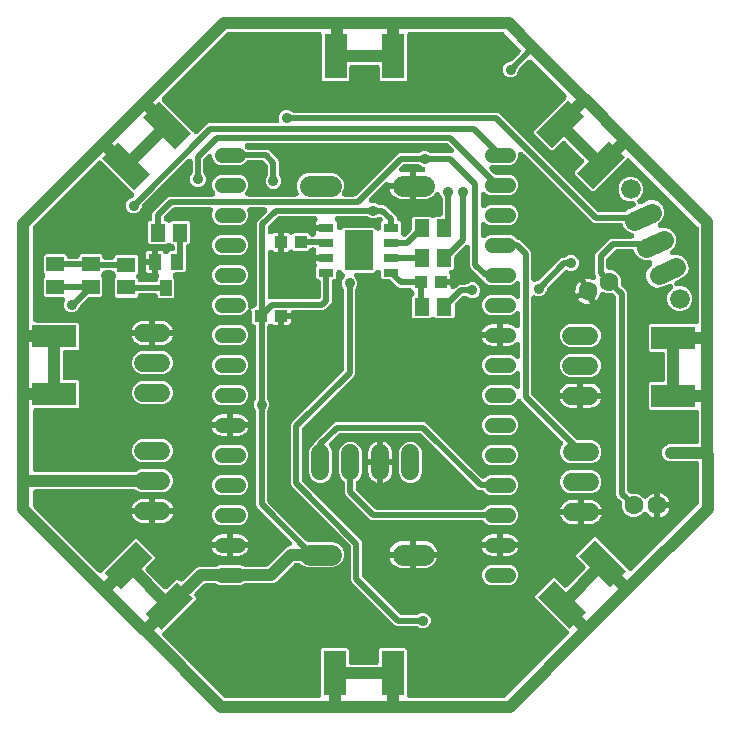
<source format=gbr>
G04 EAGLE Gerber RS-274X export*
G75*
%MOMM*%
%FSLAX34Y34*%
%LPD*%
%INTop Copper*%
%IPPOS*%
%AMOC8*
5,1,8,0,0,1.08239X$1,22.5*%
G01*
%ADD10C,1.524000*%
%ADD11R,1.930400X3.810000*%
%ADD12R,3.810000X1.930400*%
%ADD13C,1.308000*%
%ADD14C,1.778000*%
%ADD15C,1.600000*%
%ADD16R,1.300000X1.500000*%
%ADD17R,1.500000X1.300000*%
%ADD18R,1.300000X0.700000*%
%ADD19R,2.400000X3.400000*%
%ADD20R,1.000000X1.100000*%
%ADD21R,1.100000X1.000000*%
%ADD22C,1.650000*%
%ADD23C,1.676400*%
%ADD24R,1.000000X1.400000*%
%ADD25C,0.914400*%
%ADD26C,1.016000*%
%ADD27C,0.508000*%

G36*
X82062Y13317D02*
X82062Y13317D01*
X82112Y13315D01*
X82284Y13337D01*
X82457Y13353D01*
X82505Y13366D01*
X82555Y13372D01*
X82720Y13425D01*
X82887Y13471D01*
X82933Y13493D01*
X82980Y13508D01*
X83133Y13589D01*
X83290Y13664D01*
X83331Y13694D01*
X83375Y13717D01*
X83511Y13824D01*
X83652Y13926D01*
X83687Y13962D01*
X83726Y13993D01*
X83841Y14123D01*
X83962Y14248D01*
X83989Y14290D01*
X84022Y14328D01*
X84113Y14476D01*
X84209Y14620D01*
X84229Y14666D01*
X84255Y14709D01*
X84317Y14871D01*
X84386Y15031D01*
X84397Y15079D01*
X84415Y15126D01*
X84448Y15297D01*
X84487Y15466D01*
X84489Y15516D01*
X84499Y15565D01*
X84511Y15812D01*
X84511Y54341D01*
X85702Y55531D01*
X106690Y55531D01*
X107881Y54341D01*
X107881Y44061D01*
X107885Y44011D01*
X107883Y43961D01*
X107905Y43789D01*
X107920Y43616D01*
X107934Y43567D01*
X107940Y43518D01*
X107993Y43353D01*
X108039Y43185D01*
X108061Y43140D01*
X108076Y43092D01*
X108157Y42939D01*
X108232Y42782D01*
X108262Y42742D01*
X108285Y42697D01*
X108392Y42561D01*
X108494Y42420D01*
X108530Y42386D01*
X108561Y42346D01*
X108691Y42231D01*
X108816Y42111D01*
X108858Y42083D01*
X108895Y42050D01*
X109044Y41960D01*
X109188Y41864D01*
X109234Y41844D01*
X109277Y41818D01*
X109439Y41755D01*
X109598Y41687D01*
X109647Y41675D01*
X109694Y41657D01*
X109865Y41625D01*
X110033Y41585D01*
X110083Y41583D01*
X110133Y41574D01*
X110380Y41561D01*
X131034Y41561D01*
X131084Y41566D01*
X131134Y41563D01*
X131306Y41586D01*
X131479Y41601D01*
X131527Y41615D01*
X131577Y41621D01*
X131742Y41674D01*
X131909Y41720D01*
X131955Y41741D01*
X132002Y41757D01*
X132155Y41838D01*
X132312Y41913D01*
X132353Y41942D01*
X132397Y41966D01*
X132533Y42073D01*
X132674Y42175D01*
X132709Y42211D01*
X132748Y42242D01*
X132863Y42372D01*
X132984Y42497D01*
X133011Y42539D01*
X133044Y42576D01*
X133135Y42724D01*
X133231Y42869D01*
X133251Y42915D01*
X133277Y42958D01*
X133339Y43120D01*
X133408Y43279D01*
X133419Y43328D01*
X133437Y43375D01*
X133470Y43546D01*
X133509Y43714D01*
X133511Y43764D01*
X133521Y43813D01*
X133533Y44061D01*
X133533Y54341D01*
X134724Y55531D01*
X155712Y55531D01*
X156903Y54341D01*
X156903Y15812D01*
X156907Y15762D01*
X156905Y15712D01*
X156927Y15540D01*
X156942Y15367D01*
X156956Y15319D01*
X156962Y15269D01*
X157015Y15104D01*
X157061Y14936D01*
X157083Y14891D01*
X157098Y14844D01*
X157179Y14690D01*
X157254Y14534D01*
X157284Y14493D01*
X157307Y14449D01*
X157414Y14312D01*
X157516Y14172D01*
X157552Y14137D01*
X157583Y14098D01*
X157713Y13982D01*
X157838Y13862D01*
X157880Y13835D01*
X157917Y13801D01*
X158066Y13711D01*
X158210Y13615D01*
X158256Y13595D01*
X158299Y13569D01*
X158461Y13507D01*
X158620Y13438D01*
X158669Y13427D01*
X158716Y13409D01*
X158887Y13376D01*
X159055Y13337D01*
X159105Y13334D01*
X159155Y13325D01*
X159402Y13313D01*
X238636Y13313D01*
X238822Y13329D01*
X239008Y13341D01*
X239044Y13349D01*
X239081Y13353D01*
X239261Y13402D01*
X239442Y13446D01*
X239476Y13461D01*
X239512Y13471D01*
X239680Y13552D01*
X239850Y13628D01*
X239881Y13648D01*
X239914Y13664D01*
X240065Y13774D01*
X240220Y13879D01*
X240257Y13913D01*
X240276Y13926D01*
X240302Y13953D01*
X240403Y14045D01*
X293504Y67145D01*
X293536Y67184D01*
X293573Y67217D01*
X293679Y67355D01*
X293790Y67488D01*
X293815Y67532D01*
X293846Y67571D01*
X293925Y67726D01*
X294011Y67877D01*
X294028Y67924D01*
X294051Y67968D01*
X294102Y68134D01*
X294159Y68298D01*
X294167Y68348D01*
X294182Y68395D01*
X294202Y68567D01*
X294230Y68739D01*
X294229Y68789D01*
X294235Y68839D01*
X294224Y69012D01*
X294221Y69186D01*
X294211Y69235D01*
X294208Y69285D01*
X294167Y69454D01*
X294133Y69624D01*
X294114Y69670D01*
X294102Y69719D01*
X294032Y69877D01*
X293968Y70039D01*
X293941Y70081D01*
X293921Y70127D01*
X293823Y70271D01*
X293732Y70418D01*
X293698Y70455D01*
X293670Y70497D01*
X293504Y70680D01*
X265778Y98405D01*
X265778Y100089D01*
X280619Y114930D01*
X282303Y114930D01*
X289572Y107661D01*
X289611Y107629D01*
X289644Y107592D01*
X289782Y107486D01*
X289915Y107375D01*
X289958Y107350D01*
X289998Y107319D01*
X290153Y107240D01*
X290303Y107154D01*
X290351Y107137D01*
X290395Y107114D01*
X290561Y107064D01*
X290725Y107006D01*
X290774Y106998D01*
X290822Y106983D01*
X290994Y106963D01*
X291166Y106935D01*
X291216Y106936D01*
X291266Y106930D01*
X291439Y106941D01*
X291613Y106944D01*
X291661Y106954D01*
X291712Y106957D01*
X291880Y106998D01*
X292050Y107032D01*
X292097Y107051D01*
X292146Y107063D01*
X292304Y107133D01*
X292466Y107197D01*
X292508Y107224D01*
X292554Y107244D01*
X292698Y107342D01*
X292845Y107433D01*
X292882Y107467D01*
X292923Y107495D01*
X293107Y107661D01*
X307711Y122266D01*
X307744Y122304D01*
X307781Y122338D01*
X307887Y122475D01*
X307998Y122609D01*
X308022Y122652D01*
X308053Y122692D01*
X308133Y122846D01*
X308219Y122997D01*
X308235Y123044D01*
X308258Y123089D01*
X308309Y123254D01*
X308367Y123418D01*
X308375Y123468D01*
X308389Y123516D01*
X308410Y123688D01*
X308437Y123859D01*
X308436Y123909D01*
X308442Y123959D01*
X308432Y124133D01*
X308428Y124306D01*
X308419Y124355D01*
X308416Y124405D01*
X308374Y124574D01*
X308340Y124744D01*
X308322Y124790D01*
X308310Y124839D01*
X308239Y124997D01*
X308175Y125159D01*
X308149Y125202D01*
X308129Y125247D01*
X308031Y125391D01*
X307939Y125538D01*
X307906Y125575D01*
X307878Y125617D01*
X307711Y125800D01*
X300442Y133069D01*
X300442Y134753D01*
X315283Y149594D01*
X316967Y149594D01*
X344692Y121868D01*
X344731Y121836D01*
X344764Y121799D01*
X344902Y121693D01*
X345035Y121582D01*
X345079Y121557D01*
X345118Y121527D01*
X345273Y121447D01*
X345424Y121361D01*
X345471Y121345D01*
X345515Y121322D01*
X345681Y121271D01*
X345845Y121213D01*
X345895Y121205D01*
X345942Y121191D01*
X346114Y121170D01*
X346286Y121143D01*
X346336Y121144D01*
X346386Y121138D01*
X346559Y121148D01*
X346733Y121151D01*
X346782Y121161D01*
X346832Y121164D01*
X347001Y121205D01*
X347171Y121240D01*
X347217Y121258D01*
X347266Y121270D01*
X347424Y121340D01*
X347586Y121405D01*
X347628Y121431D01*
X347674Y121451D01*
X347818Y121549D01*
X347965Y121641D01*
X348002Y121674D01*
X348044Y121702D01*
X348227Y121868D01*
X403955Y177597D01*
X404075Y177740D01*
X404199Y177880D01*
X404218Y177911D01*
X404242Y177940D01*
X404334Y178102D01*
X404431Y178261D01*
X404444Y178296D01*
X404462Y178328D01*
X404524Y178504D01*
X404591Y178678D01*
X404598Y178714D01*
X404611Y178749D01*
X404640Y178934D01*
X404675Y179117D01*
X404678Y179167D01*
X404681Y179190D01*
X404680Y179227D01*
X404687Y179364D01*
X404687Y211488D01*
X404683Y211538D01*
X404685Y211588D01*
X404663Y211760D01*
X404647Y211933D01*
X404634Y211981D01*
X404628Y212031D01*
X404575Y212196D01*
X404529Y212364D01*
X404507Y212409D01*
X404492Y212456D01*
X404411Y212610D01*
X404336Y212766D01*
X404306Y212807D01*
X404283Y212851D01*
X404176Y212988D01*
X404074Y213128D01*
X404038Y213163D01*
X404007Y213202D01*
X403877Y213318D01*
X403752Y213438D01*
X403710Y213465D01*
X403672Y213499D01*
X403524Y213589D01*
X403380Y213685D01*
X403334Y213705D01*
X403291Y213731D01*
X403129Y213793D01*
X402969Y213862D01*
X402921Y213873D01*
X402874Y213891D01*
X402703Y213924D01*
X402534Y213963D01*
X402484Y213966D01*
X402435Y213975D01*
X402188Y213987D01*
X378985Y213987D01*
X376371Y215070D01*
X374370Y217071D01*
X373287Y219685D01*
X373287Y222515D01*
X374370Y225129D01*
X376371Y227130D01*
X378985Y228213D01*
X401988Y228213D01*
X402038Y228217D01*
X402088Y228215D01*
X402260Y228237D01*
X402433Y228253D01*
X402481Y228266D01*
X402531Y228272D01*
X402696Y228325D01*
X402864Y228371D01*
X402909Y228393D01*
X402956Y228408D01*
X403110Y228489D01*
X403266Y228564D01*
X403307Y228594D01*
X403351Y228617D01*
X403488Y228724D01*
X403628Y228826D01*
X403663Y228862D01*
X403702Y228893D01*
X403818Y229023D01*
X403938Y229148D01*
X403965Y229190D01*
X403999Y229228D01*
X404089Y229376D01*
X404185Y229520D01*
X404205Y229566D01*
X404231Y229609D01*
X404293Y229771D01*
X404362Y229931D01*
X404373Y229979D01*
X404391Y230026D01*
X404424Y230197D01*
X404463Y230366D01*
X404466Y230416D01*
X404475Y230465D01*
X404487Y230712D01*
X404487Y255254D01*
X404483Y255304D01*
X404485Y255354D01*
X404463Y255526D01*
X404447Y255699D01*
X404434Y255748D01*
X404428Y255797D01*
X404375Y255962D01*
X404329Y256130D01*
X404307Y256175D01*
X404292Y256223D01*
X404211Y256376D01*
X404136Y256533D01*
X404106Y256573D01*
X404083Y256617D01*
X403976Y256754D01*
X403874Y256895D01*
X403838Y256929D01*
X403807Y256969D01*
X403677Y257084D01*
X403552Y257204D01*
X403510Y257232D01*
X403472Y257265D01*
X403324Y257355D01*
X403180Y257451D01*
X403134Y257471D01*
X403091Y257497D01*
X402929Y257560D01*
X402769Y257628D01*
X402721Y257640D01*
X402674Y257658D01*
X402503Y257690D01*
X402334Y257730D01*
X402284Y257732D01*
X402235Y257741D01*
X401988Y257754D01*
X362992Y257754D01*
X361801Y258944D01*
X361801Y279932D01*
X362992Y281123D01*
X373272Y281123D01*
X373322Y281128D01*
X373372Y281125D01*
X373544Y281147D01*
X373717Y281163D01*
X373765Y281176D01*
X373815Y281183D01*
X373980Y281235D01*
X374148Y281282D01*
X374193Y281303D01*
X374241Y281318D01*
X374394Y281400D01*
X374550Y281475D01*
X374591Y281504D01*
X374635Y281528D01*
X374772Y281635D01*
X374912Y281737D01*
X374947Y281773D01*
X374986Y281804D01*
X375102Y281934D01*
X375222Y282059D01*
X375250Y282100D01*
X375283Y282138D01*
X375373Y282286D01*
X375469Y282431D01*
X375489Y282477D01*
X375515Y282520D01*
X375577Y282681D01*
X375646Y282841D01*
X375657Y282890D01*
X375675Y282936D01*
X375708Y283107D01*
X375747Y283276D01*
X375750Y283326D01*
X375759Y283375D01*
X375771Y283622D01*
X375771Y304276D01*
X375767Y304326D01*
X375769Y304376D01*
X375747Y304548D01*
X375731Y304721D01*
X375718Y304770D01*
X375712Y304819D01*
X375659Y304984D01*
X375613Y305152D01*
X375591Y305197D01*
X375576Y305245D01*
X375495Y305398D01*
X375420Y305555D01*
X375390Y305595D01*
X375367Y305639D01*
X375260Y305776D01*
X375158Y305917D01*
X375122Y305951D01*
X375091Y305991D01*
X374961Y306106D01*
X374836Y306226D01*
X374794Y306254D01*
X374757Y306287D01*
X374608Y306377D01*
X374464Y306473D01*
X374418Y306493D01*
X374375Y306519D01*
X374213Y306582D01*
X374054Y306650D01*
X374005Y306662D01*
X373958Y306680D01*
X373787Y306712D01*
X373618Y306752D01*
X373569Y306754D01*
X373519Y306763D01*
X373272Y306776D01*
X362992Y306776D01*
X361801Y307966D01*
X361801Y328954D01*
X362992Y330145D01*
X401988Y330145D01*
X402038Y330150D01*
X402088Y330147D01*
X402260Y330169D01*
X402433Y330185D01*
X402481Y330198D01*
X402531Y330205D01*
X402696Y330257D01*
X402864Y330304D01*
X402909Y330325D01*
X402956Y330340D01*
X403110Y330422D01*
X403266Y330497D01*
X403307Y330526D01*
X403351Y330550D01*
X403488Y330657D01*
X403628Y330759D01*
X403663Y330795D01*
X403702Y330826D01*
X403818Y330956D01*
X403938Y331081D01*
X403965Y331122D01*
X403999Y331160D01*
X404089Y331308D01*
X404185Y331453D01*
X404205Y331499D01*
X404231Y331542D01*
X404293Y331703D01*
X404362Y331863D01*
X404373Y331912D01*
X404391Y331958D01*
X404424Y332129D01*
X404463Y332298D01*
X404466Y332348D01*
X404475Y332397D01*
X404487Y332644D01*
X404487Y410582D01*
X404471Y410768D01*
X404459Y410954D01*
X404451Y410990D01*
X404447Y411027D01*
X404398Y411207D01*
X404354Y411388D01*
X404339Y411422D01*
X404329Y411458D01*
X404248Y411626D01*
X404172Y411796D01*
X404152Y411827D01*
X404136Y411860D01*
X404026Y412011D01*
X403921Y412166D01*
X403887Y412203D01*
X403874Y412222D01*
X403847Y412248D01*
X403755Y412349D01*
X346348Y469756D01*
X346310Y469788D01*
X346276Y469825D01*
X346139Y469931D01*
X346005Y470043D01*
X345962Y470067D01*
X345922Y470098D01*
X345768Y470178D01*
X345617Y470263D01*
X345570Y470280D01*
X345525Y470303D01*
X345360Y470354D01*
X345196Y470412D01*
X345146Y470419D01*
X345098Y470434D01*
X344926Y470455D01*
X344755Y470482D01*
X344704Y470481D01*
X344655Y470487D01*
X344481Y470477D01*
X344308Y470473D01*
X344259Y470463D01*
X344209Y470460D01*
X344040Y470419D01*
X343870Y470385D01*
X343823Y470367D01*
X343775Y470355D01*
X343616Y470284D01*
X343455Y470220D01*
X343412Y470194D01*
X343367Y470173D01*
X343223Y470076D01*
X343076Y469984D01*
X343039Y469951D01*
X342997Y469922D01*
X342814Y469756D01*
X315770Y442712D01*
X314086Y442712D01*
X299245Y457553D01*
X299245Y459237D01*
X306514Y466506D01*
X306546Y466545D01*
X306583Y466578D01*
X306690Y466716D01*
X306801Y466849D01*
X306825Y466892D01*
X306856Y466932D01*
X306936Y467087D01*
X307021Y467237D01*
X307038Y467285D01*
X307061Y467329D01*
X307112Y467495D01*
X307170Y467659D01*
X307177Y467708D01*
X307192Y467756D01*
X307213Y467928D01*
X307240Y468100D01*
X307239Y468150D01*
X307245Y468200D01*
X307235Y468373D01*
X307231Y468546D01*
X307221Y468595D01*
X307218Y468645D01*
X307177Y468814D01*
X307143Y468984D01*
X307125Y469031D01*
X307113Y469079D01*
X307042Y469238D01*
X306978Y469400D01*
X306952Y469442D01*
X306931Y469488D01*
X306834Y469632D01*
X306742Y469779D01*
X306709Y469816D01*
X306680Y469857D01*
X306514Y470041D01*
X291910Y484645D01*
X291871Y484677D01*
X291838Y484715D01*
X291700Y484821D01*
X291567Y484932D01*
X291523Y484956D01*
X291484Y484987D01*
X291329Y485067D01*
X291178Y485152D01*
X291131Y485169D01*
X291087Y485192D01*
X290921Y485243D01*
X290757Y485301D01*
X290707Y485309D01*
X290660Y485323D01*
X290488Y485344D01*
X290316Y485371D01*
X290266Y485370D01*
X290216Y485376D01*
X290043Y485366D01*
X289869Y485362D01*
X289820Y485353D01*
X289770Y485350D01*
X289601Y485308D01*
X289431Y485274D01*
X289385Y485256D01*
X289336Y485244D01*
X289178Y485173D01*
X289016Y485109D01*
X288974Y485083D01*
X288928Y485063D01*
X288784Y484965D01*
X288637Y484873D01*
X288600Y484840D01*
X288559Y484811D01*
X288375Y484645D01*
X281106Y477376D01*
X279422Y477376D01*
X264581Y492217D01*
X264581Y493901D01*
X291625Y520945D01*
X291657Y520983D01*
X291694Y521017D01*
X291800Y521154D01*
X291912Y521288D01*
X291936Y521331D01*
X291967Y521371D01*
X292047Y521525D01*
X292132Y521676D01*
X292149Y521723D01*
X292172Y521768D01*
X292223Y521933D01*
X292280Y522097D01*
X292288Y522147D01*
X292303Y522195D01*
X292324Y522367D01*
X292351Y522538D01*
X292350Y522589D01*
X292356Y522638D01*
X292346Y522812D01*
X292342Y522985D01*
X292332Y523034D01*
X292329Y523084D01*
X292288Y523253D01*
X292254Y523423D01*
X292235Y523470D01*
X292224Y523518D01*
X292153Y523677D01*
X292089Y523838D01*
X292063Y523881D01*
X292042Y523926D01*
X291944Y524070D01*
X291853Y524217D01*
X291820Y524254D01*
X291791Y524296D01*
X291625Y524479D01*
X262753Y553352D01*
X262714Y553384D01*
X262681Y553421D01*
X262543Y553527D01*
X262410Y553638D01*
X262367Y553663D01*
X262327Y553693D01*
X262172Y553773D01*
X262022Y553859D01*
X261975Y553875D01*
X261930Y553898D01*
X261764Y553949D01*
X261600Y554007D01*
X261551Y554015D01*
X261503Y554029D01*
X261331Y554050D01*
X261159Y554078D01*
X261109Y554077D01*
X261060Y554083D01*
X260886Y554072D01*
X260713Y554069D01*
X260664Y554059D01*
X260614Y554056D01*
X260445Y554015D01*
X260275Y553980D01*
X260228Y553962D01*
X260180Y553950D01*
X260021Y553880D01*
X259860Y553816D01*
X259817Y553789D01*
X259771Y553769D01*
X259627Y553671D01*
X259480Y553579D01*
X259443Y553546D01*
X259402Y553518D01*
X259218Y553352D01*
X252337Y546470D01*
X252217Y546327D01*
X252093Y546187D01*
X252074Y546155D01*
X252050Y546127D01*
X251958Y545965D01*
X251861Y545806D01*
X251848Y545771D01*
X251830Y545739D01*
X251768Y545563D01*
X251701Y545389D01*
X251694Y545352D01*
X251681Y545317D01*
X251652Y545133D01*
X251617Y544950D01*
X251614Y544900D01*
X251611Y544876D01*
X251612Y544839D01*
X251605Y544703D01*
X251605Y544286D01*
X250599Y541859D01*
X248741Y540001D01*
X246314Y538995D01*
X243686Y538995D01*
X241259Y540001D01*
X239401Y541859D01*
X238395Y544286D01*
X238395Y546914D01*
X239401Y549341D01*
X241259Y551199D01*
X243686Y552205D01*
X244103Y552205D01*
X244289Y552221D01*
X244475Y552233D01*
X244511Y552241D01*
X244548Y552245D01*
X244728Y552294D01*
X244909Y552338D01*
X244942Y552353D01*
X244978Y552363D01*
X245147Y552444D01*
X245317Y552520D01*
X245348Y552540D01*
X245381Y552556D01*
X245532Y552666D01*
X245686Y552771D01*
X245724Y552805D01*
X245743Y552818D01*
X245768Y552845D01*
X245870Y552937D01*
X252752Y559818D01*
X252784Y559857D01*
X252821Y559890D01*
X252927Y560028D01*
X253038Y560161D01*
X253063Y560205D01*
X253093Y560244D01*
X253173Y560399D01*
X253259Y560550D01*
X253275Y560597D01*
X253298Y560641D01*
X253349Y560807D01*
X253407Y560971D01*
X253415Y561021D01*
X253429Y561068D01*
X253450Y561240D01*
X253478Y561412D01*
X253477Y561462D01*
X253483Y561512D01*
X253472Y561685D01*
X253469Y561859D01*
X253459Y561908D01*
X253456Y561958D01*
X253415Y562126D01*
X253380Y562297D01*
X253362Y562343D01*
X253350Y562392D01*
X253280Y562550D01*
X253216Y562712D01*
X253189Y562754D01*
X253169Y562800D01*
X253071Y562944D01*
X252979Y563091D01*
X252946Y563128D01*
X252918Y563169D01*
X252752Y563353D01*
X239349Y576755D01*
X239206Y576875D01*
X239066Y576999D01*
X239035Y577018D01*
X239006Y577042D01*
X238844Y577134D01*
X238685Y577231D01*
X238650Y577244D01*
X238618Y577262D01*
X238442Y577324D01*
X238268Y577391D01*
X238232Y577398D01*
X238197Y577411D01*
X238012Y577440D01*
X237829Y577475D01*
X237779Y577478D01*
X237756Y577481D01*
X237719Y577480D01*
X237582Y577487D01*
X159971Y577487D01*
X159921Y577483D01*
X159871Y577485D01*
X159699Y577463D01*
X159526Y577447D01*
X159478Y577434D01*
X159428Y577428D01*
X159263Y577375D01*
X159096Y577329D01*
X159050Y577307D01*
X159003Y577292D01*
X158850Y577211D01*
X158693Y577136D01*
X158652Y577106D01*
X158608Y577083D01*
X158472Y576976D01*
X158331Y576874D01*
X158296Y576838D01*
X158257Y576807D01*
X158142Y576677D01*
X158021Y576552D01*
X157994Y576510D01*
X157961Y576472D01*
X157870Y576324D01*
X157774Y576180D01*
X157754Y576134D01*
X157728Y576091D01*
X157666Y575929D01*
X157597Y575769D01*
X157586Y575721D01*
X157568Y575674D01*
X157535Y575503D01*
X157496Y575334D01*
X157494Y575284D01*
X157484Y575235D01*
X157472Y574988D01*
X157472Y536844D01*
X156281Y535653D01*
X135293Y535653D01*
X134102Y536844D01*
X134102Y547124D01*
X134098Y547174D01*
X134100Y547224D01*
X134078Y547396D01*
X134063Y547569D01*
X134049Y547617D01*
X134043Y547667D01*
X133990Y547832D01*
X133944Y548000D01*
X133922Y548045D01*
X133907Y548092D01*
X133826Y548246D01*
X133751Y548402D01*
X133721Y548443D01*
X133698Y548487D01*
X133591Y548624D01*
X133489Y548764D01*
X133453Y548799D01*
X133422Y548838D01*
X133292Y548954D01*
X133167Y549074D01*
X133125Y549101D01*
X133088Y549135D01*
X132939Y549225D01*
X132795Y549321D01*
X132749Y549341D01*
X132706Y549367D01*
X132544Y549429D01*
X132385Y549498D01*
X132336Y549509D01*
X132289Y549527D01*
X132118Y549560D01*
X131950Y549599D01*
X131900Y549602D01*
X131850Y549611D01*
X131603Y549623D01*
X110949Y549623D01*
X110899Y549619D01*
X110849Y549621D01*
X110677Y549599D01*
X110504Y549583D01*
X110456Y549570D01*
X110406Y549564D01*
X110241Y549511D01*
X110074Y549465D01*
X110028Y549443D01*
X109981Y549428D01*
X109828Y549347D01*
X109671Y549272D01*
X109630Y549242D01*
X109586Y549219D01*
X109450Y549112D01*
X109309Y549010D01*
X109274Y548974D01*
X109235Y548943D01*
X109120Y548813D01*
X108999Y548688D01*
X108972Y548646D01*
X108939Y548609D01*
X108848Y548460D01*
X108752Y548316D01*
X108732Y548270D01*
X108706Y548227D01*
X108644Y548065D01*
X108575Y547905D01*
X108564Y547857D01*
X108546Y547810D01*
X108513Y547639D01*
X108474Y547470D01*
X108472Y547421D01*
X108462Y547371D01*
X108450Y547124D01*
X108450Y536844D01*
X107259Y535653D01*
X86271Y535653D01*
X85080Y536844D01*
X85080Y574988D01*
X85076Y575038D01*
X85078Y575088D01*
X85056Y575260D01*
X85041Y575433D01*
X85027Y575481D01*
X85021Y575531D01*
X84968Y575696D01*
X84922Y575864D01*
X84900Y575909D01*
X84885Y575956D01*
X84804Y576110D01*
X84729Y576266D01*
X84699Y576307D01*
X84676Y576351D01*
X84569Y576488D01*
X84467Y576628D01*
X84431Y576663D01*
X84400Y576702D01*
X84270Y576818D01*
X84145Y576938D01*
X84103Y576965D01*
X84066Y576999D01*
X83917Y577089D01*
X83773Y577185D01*
X83727Y577205D01*
X83684Y577231D01*
X83522Y577293D01*
X83363Y577362D01*
X83314Y577373D01*
X83267Y577391D01*
X83096Y577424D01*
X82928Y577463D01*
X82878Y577466D01*
X82828Y577475D01*
X82581Y577487D01*
X6081Y577487D01*
X5895Y577471D01*
X5709Y577459D01*
X5673Y577451D01*
X5637Y577447D01*
X5456Y577398D01*
X5275Y577354D01*
X5242Y577339D01*
X5206Y577329D01*
X5037Y577248D01*
X4867Y577172D01*
X4836Y577152D01*
X4803Y577136D01*
X4652Y577026D01*
X4498Y576921D01*
X4460Y576887D01*
X4441Y576874D01*
X4416Y576847D01*
X4314Y576755D01*
X-49834Y522607D01*
X-49866Y522568D01*
X-49903Y522535D01*
X-50009Y522397D01*
X-50121Y522264D01*
X-50145Y522221D01*
X-50176Y522181D01*
X-50256Y522027D01*
X-50341Y521876D01*
X-50358Y521828D01*
X-50381Y521784D01*
X-50432Y521618D01*
X-50489Y521454D01*
X-50497Y521405D01*
X-50512Y521357D01*
X-50533Y521185D01*
X-50560Y521013D01*
X-50559Y520963D01*
X-50565Y520913D01*
X-50555Y520740D01*
X-50551Y520567D01*
X-50541Y520518D01*
X-50538Y520468D01*
X-50497Y520299D01*
X-50463Y520129D01*
X-50445Y520082D01*
X-50433Y520034D01*
X-50362Y519875D01*
X-50298Y519714D01*
X-50272Y519671D01*
X-50251Y519625D01*
X-50154Y519481D01*
X-50062Y519334D01*
X-50029Y519297D01*
X-50000Y519256D01*
X-49834Y519072D01*
X-23640Y492878D01*
X-23612Y492775D01*
X-23585Y492641D01*
X-23553Y492561D01*
X-23530Y492477D01*
X-23471Y492353D01*
X-23420Y492226D01*
X-23374Y492152D01*
X-23337Y492074D01*
X-23256Y491963D01*
X-23184Y491847D01*
X-23126Y491783D01*
X-23075Y491712D01*
X-22976Y491617D01*
X-22884Y491516D01*
X-22815Y491463D01*
X-22753Y491403D01*
X-22639Y491327D01*
X-22530Y491243D01*
X-22453Y491204D01*
X-22380Y491155D01*
X-22255Y491101D01*
X-22133Y491038D01*
X-22050Y491013D01*
X-21970Y490978D01*
X-21837Y490947D01*
X-21706Y490907D01*
X-21620Y490897D01*
X-21535Y490877D01*
X-21399Y490870D01*
X-21263Y490854D01*
X-21176Y490859D01*
X-21089Y490855D01*
X-20954Y490873D01*
X-20817Y490881D01*
X-20732Y490902D01*
X-20646Y490913D01*
X-20516Y490954D01*
X-20383Y490987D01*
X-20303Y491022D01*
X-20221Y491048D01*
X-20100Y491112D01*
X-19975Y491168D01*
X-19903Y491217D01*
X-19826Y491258D01*
X-19718Y491342D01*
X-19605Y491419D01*
X-19504Y491511D01*
X-19475Y491534D01*
X-19459Y491551D01*
X-19422Y491585D01*
X-13368Y497638D01*
X-13368Y497639D01*
X-11730Y499277D01*
X-10050Y499973D01*
X46627Y499973D01*
X46721Y499981D01*
X46814Y499980D01*
X46942Y500001D01*
X47072Y500013D01*
X47163Y500037D01*
X47255Y500053D01*
X47377Y500097D01*
X47503Y500131D01*
X47587Y500172D01*
X47675Y500203D01*
X47788Y500268D01*
X47906Y500324D01*
X47982Y500379D01*
X48063Y500426D01*
X48162Y500510D01*
X48268Y500586D01*
X48333Y500654D01*
X48404Y500714D01*
X48487Y500814D01*
X48577Y500908D01*
X48629Y500986D01*
X48688Y501058D01*
X48752Y501172D01*
X48824Y501280D01*
X48861Y501366D01*
X48907Y501448D01*
X48950Y501571D01*
X49001Y501691D01*
X49023Y501782D01*
X49053Y501870D01*
X49073Y501999D01*
X49103Y502126D01*
X49107Y502219D01*
X49121Y502312D01*
X49118Y502442D01*
X49125Y502572D01*
X49113Y502665D01*
X49110Y502758D01*
X49084Y502886D01*
X49067Y503015D01*
X49039Y503104D01*
X49020Y503196D01*
X48995Y503264D01*
X48995Y505914D01*
X50001Y508341D01*
X51859Y510199D01*
X54286Y511205D01*
X56914Y511205D01*
X59341Y510199D01*
X59636Y509905D01*
X59779Y509785D01*
X59919Y509661D01*
X59950Y509642D01*
X59979Y509618D01*
X60141Y509526D01*
X60300Y509429D01*
X60335Y509416D01*
X60367Y509398D01*
X60543Y509336D01*
X60717Y509269D01*
X60753Y509262D01*
X60788Y509249D01*
X60973Y509220D01*
X61156Y509185D01*
X61206Y509182D01*
X61229Y509179D01*
X61266Y509180D01*
X61403Y509173D01*
X233533Y509173D01*
X235214Y508477D01*
X318071Y425620D01*
X318214Y425500D01*
X318353Y425376D01*
X318385Y425357D01*
X318414Y425333D01*
X318575Y425241D01*
X318735Y425144D01*
X318770Y425131D01*
X318802Y425113D01*
X318978Y425051D01*
X319152Y424984D01*
X319188Y424977D01*
X319223Y424965D01*
X319408Y424935D01*
X319591Y424900D01*
X319641Y424898D01*
X319664Y424894D01*
X319701Y424895D01*
X319838Y424888D01*
X341084Y424888D01*
X341303Y424907D01*
X341521Y424926D01*
X341525Y424927D01*
X341529Y424928D01*
X341743Y424987D01*
X341952Y425043D01*
X341956Y425045D01*
X341960Y425046D01*
X342159Y425142D01*
X342356Y425235D01*
X342359Y425238D01*
X342363Y425239D01*
X342542Y425369D01*
X342718Y425496D01*
X342722Y425500D01*
X342725Y425501D01*
X342731Y425508D01*
X342897Y425667D01*
X343534Y426337D01*
X349824Y429138D01*
X349953Y429210D01*
X350086Y429274D01*
X350148Y429318D01*
X350214Y429356D01*
X350328Y429449D01*
X350448Y429536D01*
X350501Y429591D01*
X350560Y429639D01*
X350655Y429751D01*
X350757Y429858D01*
X350800Y429921D01*
X350849Y429979D01*
X350923Y430107D01*
X351005Y430230D01*
X351035Y430300D01*
X351073Y430366D01*
X351123Y430505D01*
X351182Y430640D01*
X351199Y430714D01*
X351225Y430786D01*
X351249Y430931D01*
X351283Y431075D01*
X351287Y431151D01*
X351299Y431226D01*
X351298Y431374D01*
X351305Y431521D01*
X351295Y431597D01*
X351294Y431673D01*
X351266Y431818D01*
X351247Y431964D01*
X351224Y432037D01*
X351210Y432112D01*
X351156Y432249D01*
X351112Y432390D01*
X351076Y432457D01*
X351048Y432528D01*
X350972Y432654D01*
X350903Y432784D01*
X350855Y432844D01*
X350816Y432909D01*
X350718Y433019D01*
X350626Y433136D01*
X350569Y433186D01*
X350519Y433243D01*
X350403Y433334D01*
X350292Y433432D01*
X350227Y433472D01*
X350167Y433519D01*
X350037Y433587D01*
X349911Y433664D01*
X349839Y433691D01*
X349772Y433727D01*
X349632Y433771D01*
X349494Y433825D01*
X349419Y433839D01*
X349346Y433862D01*
X349200Y433881D01*
X349055Y433908D01*
X348940Y433914D01*
X348903Y433919D01*
X348874Y433917D01*
X348808Y433921D01*
X344719Y433921D01*
X340891Y435506D01*
X337961Y438436D01*
X336376Y442264D01*
X336376Y446407D01*
X337961Y450235D01*
X340891Y453164D01*
X344719Y454750D01*
X348862Y454750D01*
X352690Y453164D01*
X355620Y450235D01*
X357205Y446407D01*
X357205Y442264D01*
X355620Y438436D01*
X353046Y435862D01*
X352910Y435700D01*
X352772Y435537D01*
X352767Y435528D01*
X352760Y435520D01*
X352655Y435334D01*
X352548Y435151D01*
X352544Y435141D01*
X352539Y435131D01*
X352468Y434930D01*
X352396Y434731D01*
X352395Y434720D01*
X352391Y434710D01*
X352357Y434497D01*
X352322Y434290D01*
X352322Y434279D01*
X352320Y434269D01*
X352325Y434055D01*
X352327Y433843D01*
X352329Y433833D01*
X352329Y433822D01*
X352371Y433615D01*
X352411Y433405D01*
X352415Y433395D01*
X352418Y433384D01*
X352496Y433187D01*
X352573Y432988D01*
X352578Y432979D01*
X352582Y432969D01*
X352696Y432787D01*
X352806Y432607D01*
X352813Y432599D01*
X352818Y432590D01*
X352961Y432432D01*
X353103Y432273D01*
X353111Y432267D01*
X353118Y432259D01*
X353286Y432130D01*
X353454Y431998D01*
X353464Y431993D01*
X353472Y431986D01*
X353661Y431889D01*
X353849Y431789D01*
X353859Y431786D01*
X353869Y431781D01*
X354072Y431719D01*
X354275Y431655D01*
X354286Y431653D01*
X354296Y431650D01*
X354506Y431625D01*
X354718Y431598D01*
X354729Y431598D01*
X354740Y431597D01*
X354952Y431610D01*
X355164Y431621D01*
X355175Y431623D01*
X355186Y431624D01*
X355393Y431674D01*
X355599Y431723D01*
X355612Y431728D01*
X355620Y431729D01*
X355638Y431738D01*
X355830Y431812D01*
X362344Y434712D01*
X366434Y434819D01*
X370253Y433354D01*
X373220Y430538D01*
X374884Y426801D01*
X374991Y422711D01*
X373525Y418892D01*
X370514Y415720D01*
X370429Y415612D01*
X370337Y415511D01*
X370291Y415438D01*
X370237Y415370D01*
X370173Y415249D01*
X370100Y415133D01*
X370068Y415052D01*
X370027Y414976D01*
X369985Y414845D01*
X369934Y414718D01*
X369916Y414633D01*
X369890Y414550D01*
X369872Y414415D01*
X369844Y414281D01*
X369842Y414194D01*
X369830Y414108D01*
X369837Y413971D01*
X369834Y413834D01*
X369847Y413748D01*
X369851Y413661D01*
X369882Y413528D01*
X369903Y413393D01*
X369931Y413311D01*
X369951Y413226D01*
X370005Y413100D01*
X370050Y412971D01*
X370092Y412895D01*
X370126Y412815D01*
X370202Y412701D01*
X370269Y412582D01*
X370324Y412515D01*
X370372Y412442D01*
X370467Y412343D01*
X370554Y412238D01*
X370621Y412182D01*
X370681Y412119D01*
X370791Y412039D01*
X370896Y411951D01*
X370971Y411907D01*
X371042Y411856D01*
X371165Y411797D01*
X371284Y411728D01*
X371366Y411699D01*
X371444Y411661D01*
X371575Y411625D01*
X371705Y411579D01*
X371790Y411565D01*
X371874Y411542D01*
X372010Y411529D01*
X372145Y411507D01*
X372282Y411504D01*
X372319Y411500D01*
X372342Y411502D01*
X372393Y411501D01*
X376765Y411615D01*
X380584Y410149D01*
X383551Y407334D01*
X385215Y403597D01*
X385322Y399507D01*
X383856Y395688D01*
X380846Y392516D01*
X380761Y392408D01*
X380669Y392307D01*
X380622Y392234D01*
X380568Y392165D01*
X380504Y392045D01*
X380431Y391929D01*
X380399Y391848D01*
X380358Y391771D01*
X380316Y391641D01*
X380265Y391514D01*
X380247Y391429D01*
X380221Y391346D01*
X380203Y391211D01*
X380175Y391077D01*
X380173Y390990D01*
X380162Y390904D01*
X380168Y390767D01*
X380165Y390630D01*
X380178Y390544D01*
X380182Y390457D01*
X380213Y390324D01*
X380234Y390189D01*
X380263Y390106D01*
X380282Y390022D01*
X380336Y389896D01*
X380381Y389767D01*
X380423Y389691D01*
X380458Y389611D01*
X380533Y389497D01*
X380600Y389378D01*
X380656Y389311D01*
X380703Y389238D01*
X380798Y389139D01*
X380885Y389034D01*
X380952Y388978D01*
X381012Y388915D01*
X381123Y388835D01*
X381227Y388747D01*
X381303Y388703D01*
X381373Y388652D01*
X381496Y388592D01*
X381615Y388524D01*
X381697Y388495D01*
X381775Y388457D01*
X381907Y388421D01*
X382036Y388375D01*
X382122Y388361D01*
X382205Y388337D01*
X382341Y388325D01*
X382476Y388303D01*
X382613Y388299D01*
X382650Y388296D01*
X382673Y388298D01*
X382724Y388297D01*
X387096Y388411D01*
X390915Y386945D01*
X393882Y384130D01*
X395546Y380393D01*
X395653Y376303D01*
X394187Y372484D01*
X391371Y369517D01*
X385081Y366716D01*
X384952Y366644D01*
X384819Y366581D01*
X384757Y366536D01*
X384691Y366499D01*
X384577Y366405D01*
X384457Y366319D01*
X384405Y366264D01*
X384346Y366215D01*
X384250Y366103D01*
X384148Y365997D01*
X384106Y365933D01*
X384056Y365875D01*
X383982Y365747D01*
X383901Y365625D01*
X383870Y365555D01*
X383832Y365489D01*
X383782Y365350D01*
X383724Y365214D01*
X383706Y365140D01*
X383680Y365068D01*
X383656Y364923D01*
X383622Y364779D01*
X383619Y364703D01*
X383606Y364628D01*
X383608Y364481D01*
X383600Y364333D01*
X383610Y364258D01*
X383611Y364181D01*
X383639Y364036D01*
X383658Y363890D01*
X383681Y363818D01*
X383696Y363743D01*
X383749Y363605D01*
X383794Y363465D01*
X383829Y363397D01*
X383857Y363326D01*
X383934Y363200D01*
X384003Y363070D01*
X384050Y363010D01*
X384090Y362945D01*
X384188Y362835D01*
X384279Y362719D01*
X384336Y362668D01*
X384387Y362611D01*
X384503Y362520D01*
X384613Y362422D01*
X384678Y362383D01*
X384738Y362336D01*
X384869Y362267D01*
X384995Y362190D01*
X385066Y362163D01*
X385133Y362127D01*
X385274Y362083D01*
X385412Y362030D01*
X385487Y362015D01*
X385559Y361992D01*
X385705Y361974D01*
X385850Y361946D01*
X385965Y361940D01*
X386002Y361936D01*
X386031Y361937D01*
X386098Y361934D01*
X390187Y361934D01*
X394014Y360348D01*
X396944Y357418D01*
X398530Y353591D01*
X398530Y349447D01*
X396944Y345620D01*
X394014Y342690D01*
X390187Y341104D01*
X386043Y341104D01*
X382215Y342690D01*
X379286Y345620D01*
X377700Y349447D01*
X377700Y353591D01*
X379286Y357419D01*
X381859Y359992D01*
X381995Y360154D01*
X382133Y360317D01*
X382139Y360326D01*
X382145Y360335D01*
X382250Y360519D01*
X382357Y360704D01*
X382361Y360714D01*
X382366Y360723D01*
X382437Y360924D01*
X382509Y361124D01*
X382511Y361134D01*
X382514Y361144D01*
X382548Y361356D01*
X382583Y361564D01*
X382583Y361575D01*
X382585Y361585D01*
X382581Y361799D01*
X382578Y362011D01*
X382576Y362021D01*
X382576Y362032D01*
X382534Y362239D01*
X382494Y362449D01*
X382490Y362460D01*
X382488Y362470D01*
X382410Y362667D01*
X382333Y362866D01*
X382327Y362875D01*
X382323Y362885D01*
X382210Y363067D01*
X382100Y363247D01*
X382093Y363255D01*
X382087Y363264D01*
X381945Y363421D01*
X381803Y363581D01*
X381794Y363588D01*
X381787Y363595D01*
X381620Y363724D01*
X381451Y363856D01*
X381442Y363861D01*
X381433Y363868D01*
X381244Y363966D01*
X381056Y364065D01*
X381046Y364068D01*
X381036Y364073D01*
X380834Y364135D01*
X380630Y364200D01*
X380619Y364201D01*
X380609Y364204D01*
X380400Y364229D01*
X380187Y364257D01*
X380176Y364256D01*
X380166Y364257D01*
X379953Y364245D01*
X379741Y364234D01*
X379731Y364231D01*
X379720Y364230D01*
X379512Y364180D01*
X379306Y364132D01*
X379293Y364127D01*
X379286Y364125D01*
X379267Y364117D01*
X379075Y364042D01*
X372561Y361142D01*
X368471Y361035D01*
X364653Y362501D01*
X361685Y365317D01*
X360021Y369054D01*
X359914Y373143D01*
X361380Y376962D01*
X364391Y380135D01*
X364476Y380242D01*
X364568Y380343D01*
X364614Y380417D01*
X364668Y380485D01*
X364733Y380605D01*
X364805Y380721D01*
X364838Y380802D01*
X364879Y380879D01*
X364921Y381009D01*
X364972Y381136D01*
X364989Y381221D01*
X365016Y381304D01*
X365034Y381440D01*
X365061Y381574D01*
X365063Y381660D01*
X365075Y381747D01*
X365069Y381883D01*
X365072Y382020D01*
X365058Y382106D01*
X365054Y382193D01*
X365024Y382326D01*
X365003Y382461D01*
X364974Y382544D01*
X364955Y382628D01*
X364901Y382754D01*
X364856Y382883D01*
X364813Y382959D01*
X364779Y383039D01*
X364704Y383153D01*
X364636Y383272D01*
X364581Y383339D01*
X364533Y383412D01*
X364438Y383511D01*
X364351Y383616D01*
X364285Y383672D01*
X364225Y383735D01*
X364114Y383816D01*
X364009Y383904D01*
X363934Y383947D01*
X363864Y383998D01*
X363740Y384058D01*
X363622Y384126D01*
X363540Y384155D01*
X363461Y384193D01*
X363330Y384230D01*
X363201Y384275D01*
X363115Y384289D01*
X363031Y384313D01*
X362895Y384325D01*
X362760Y384348D01*
X362623Y384351D01*
X362586Y384354D01*
X362563Y384352D01*
X362513Y384353D01*
X358140Y384239D01*
X354321Y385705D01*
X351354Y388521D01*
X349862Y391872D01*
X349766Y392044D01*
X349674Y392218D01*
X349657Y392239D01*
X349645Y392262D01*
X349520Y392414D01*
X349398Y392569D01*
X349378Y392587D01*
X349361Y392607D01*
X349211Y392735D01*
X349063Y392866D01*
X349041Y392879D01*
X349021Y392896D01*
X348850Y392996D01*
X348682Y393098D01*
X348657Y393107D01*
X348635Y393121D01*
X348449Y393188D01*
X348265Y393258D01*
X348239Y393263D01*
X348214Y393272D01*
X348021Y393305D01*
X347826Y393342D01*
X347791Y393344D01*
X347774Y393347D01*
X347741Y393346D01*
X347579Y393354D01*
X334856Y393354D01*
X334670Y393338D01*
X334484Y393327D01*
X334449Y393318D01*
X334412Y393315D01*
X334231Y393265D01*
X334050Y393221D01*
X334017Y393206D01*
X333981Y393196D01*
X333812Y393115D01*
X333642Y393040D01*
X333612Y393019D01*
X333578Y393003D01*
X333427Y392893D01*
X333273Y392789D01*
X333235Y392755D01*
X333216Y392741D01*
X333191Y392714D01*
X333089Y392622D01*
X326672Y386205D01*
X326552Y386062D01*
X326428Y385922D01*
X326409Y385890D01*
X326385Y385862D01*
X326293Y385700D01*
X326196Y385541D01*
X326183Y385506D01*
X326165Y385474D01*
X326103Y385298D01*
X326036Y385124D01*
X326029Y385087D01*
X326016Y385052D01*
X325987Y384868D01*
X325952Y384685D01*
X325949Y384635D01*
X325946Y384611D01*
X325947Y384574D01*
X325940Y384438D01*
X325940Y378574D01*
X325944Y378524D01*
X325942Y378474D01*
X325964Y378302D01*
X325980Y378129D01*
X325993Y378080D01*
X325999Y378031D01*
X326052Y377866D01*
X326098Y377698D01*
X326120Y377653D01*
X326135Y377605D01*
X326216Y377452D01*
X326291Y377295D01*
X326321Y377255D01*
X326344Y377210D01*
X326451Y377074D01*
X326553Y376933D01*
X326589Y376899D01*
X326620Y376859D01*
X326750Y376744D01*
X326875Y376624D01*
X326917Y376596D01*
X326955Y376563D01*
X327103Y376473D01*
X327247Y376377D01*
X327293Y376357D01*
X327336Y376331D01*
X327498Y376268D01*
X327658Y376200D01*
X327706Y376188D01*
X327753Y376170D01*
X327924Y376138D01*
X328093Y376098D01*
X328143Y376096D01*
X328192Y376087D01*
X328439Y376074D01*
X330495Y376074D01*
X334182Y374547D01*
X337005Y371725D01*
X338532Y368037D01*
X338532Y363686D01*
X338523Y363609D01*
X338523Y363603D01*
X338522Y363596D01*
X338535Y363375D01*
X338547Y363163D01*
X338548Y363157D01*
X338549Y363150D01*
X338600Y362939D01*
X338650Y362729D01*
X338653Y362723D01*
X338655Y362716D01*
X338742Y362519D01*
X338829Y362319D01*
X338833Y362314D01*
X338836Y362308D01*
X338955Y362132D01*
X339078Y361949D01*
X339083Y361944D01*
X339087Y361938D01*
X339253Y361755D01*
X341438Y359569D01*
X341439Y359569D01*
X343077Y357931D01*
X343773Y356251D01*
X343773Y189429D01*
X343789Y189244D01*
X343801Y189057D01*
X343809Y189021D01*
X343813Y188984D01*
X343862Y188805D01*
X343906Y188623D01*
X343921Y188589D01*
X343931Y188554D01*
X344012Y188386D01*
X344087Y188215D01*
X344108Y188184D01*
X344124Y188151D01*
X344234Y188000D01*
X344339Y187846D01*
X344372Y187808D01*
X344386Y187789D01*
X344413Y187763D01*
X344505Y187662D01*
X344813Y187354D01*
X344818Y187349D01*
X344823Y187344D01*
X344989Y187207D01*
X345156Y187067D01*
X345162Y187064D01*
X345167Y187060D01*
X345358Y186952D01*
X345544Y186847D01*
X345551Y186844D01*
X345557Y186841D01*
X345761Y186770D01*
X345966Y186698D01*
X345972Y186697D01*
X345979Y186695D01*
X346190Y186662D01*
X346407Y186628D01*
X346414Y186628D01*
X346420Y186627D01*
X346636Y186632D01*
X346662Y186633D01*
X351096Y186633D01*
X354783Y185105D01*
X357039Y182849D01*
X357056Y182835D01*
X357071Y182818D01*
X357228Y182692D01*
X357382Y182563D01*
X357401Y182552D01*
X357419Y182538D01*
X357595Y182442D01*
X357770Y182342D01*
X357792Y182335D01*
X357811Y182324D01*
X358002Y182261D01*
X358192Y182194D01*
X358214Y182191D01*
X358235Y182183D01*
X358434Y182155D01*
X358633Y182123D01*
X358655Y182124D01*
X358678Y182121D01*
X358878Y182128D01*
X359079Y182132D01*
X359101Y182137D01*
X359124Y182138D01*
X359320Y182181D01*
X359517Y182221D01*
X359538Y182229D01*
X359560Y182234D01*
X359746Y182311D01*
X359932Y182386D01*
X359952Y182398D01*
X359972Y182406D01*
X360141Y182515D01*
X360311Y182622D01*
X360328Y182637D01*
X360347Y182649D01*
X360494Y182787D01*
X360643Y182921D01*
X360656Y182939D01*
X360673Y182955D01*
X360828Y183148D01*
X361060Y183467D01*
X362233Y184640D01*
X363575Y185615D01*
X365054Y186369D01*
X366601Y186871D01*
X366601Y176600D01*
X366601Y166329D01*
X365054Y166831D01*
X363575Y167585D01*
X362233Y168560D01*
X361060Y169733D01*
X360828Y170052D01*
X360813Y170069D01*
X360801Y170089D01*
X360667Y170237D01*
X360534Y170389D01*
X360517Y170403D01*
X360501Y170420D01*
X360342Y170542D01*
X360185Y170668D01*
X360165Y170678D01*
X360147Y170692D01*
X359969Y170785D01*
X359792Y170880D01*
X359771Y170887D01*
X359751Y170897D01*
X359558Y170956D01*
X359368Y171019D01*
X359345Y171022D01*
X359324Y171028D01*
X359124Y171052D01*
X358925Y171080D01*
X358903Y171079D01*
X358880Y171081D01*
X358679Y171069D01*
X358479Y171061D01*
X358457Y171056D01*
X358434Y171055D01*
X358239Y171007D01*
X358043Y170963D01*
X358022Y170954D01*
X358000Y170949D01*
X357817Y170868D01*
X357632Y170789D01*
X357613Y170777D01*
X357592Y170768D01*
X357426Y170655D01*
X357258Y170545D01*
X357241Y170529D01*
X357222Y170517D01*
X357039Y170351D01*
X354783Y168095D01*
X351096Y166567D01*
X347104Y166567D01*
X343417Y168095D01*
X340595Y170917D01*
X339067Y174604D01*
X339067Y178956D01*
X339077Y179032D01*
X339076Y179039D01*
X339077Y179046D01*
X339064Y179262D01*
X339053Y179478D01*
X339051Y179485D01*
X339051Y179492D01*
X338999Y179703D01*
X338949Y179913D01*
X338946Y179919D01*
X338945Y179926D01*
X338857Y180123D01*
X338770Y180322D01*
X338766Y180328D01*
X338764Y180334D01*
X338642Y180513D01*
X338521Y180693D01*
X338516Y180698D01*
X338512Y180703D01*
X338346Y180887D01*
X336962Y182272D01*
X336961Y182272D01*
X335323Y183910D01*
X334627Y185590D01*
X334627Y352412D01*
X334611Y352598D01*
X334599Y352784D01*
X334591Y352820D01*
X334587Y352857D01*
X334538Y353037D01*
X334494Y353218D01*
X334479Y353252D01*
X334469Y353287D01*
X334388Y353456D01*
X334312Y353626D01*
X334292Y353657D01*
X334276Y353690D01*
X334166Y353842D01*
X334061Y353995D01*
X334028Y354033D01*
X334014Y354052D01*
X333987Y354078D01*
X333895Y354179D01*
X332786Y355288D01*
X332781Y355292D01*
X332777Y355297D01*
X332611Y355434D01*
X332443Y355574D01*
X332437Y355578D01*
X332432Y355582D01*
X332245Y355687D01*
X332055Y355795D01*
X332049Y355797D01*
X332043Y355801D01*
X331839Y355871D01*
X331634Y355943D01*
X331627Y355944D01*
X331621Y355946D01*
X331407Y355980D01*
X331193Y356014D01*
X331186Y356014D01*
X331179Y356015D01*
X330961Y356009D01*
X330938Y356009D01*
X326504Y356009D01*
X324020Y357038D01*
X323905Y357074D01*
X323793Y357119D01*
X323692Y357140D01*
X323594Y357171D01*
X323474Y357186D01*
X323355Y357211D01*
X323253Y357214D01*
X323150Y357226D01*
X323030Y357220D01*
X322909Y357223D01*
X322807Y357208D01*
X322704Y357202D01*
X322587Y357174D01*
X322467Y357156D01*
X322370Y357122D01*
X322270Y357098D01*
X322159Y357050D01*
X322045Y357011D01*
X321955Y356961D01*
X321861Y356919D01*
X321760Y356852D01*
X321655Y356793D01*
X321575Y356728D01*
X321490Y356670D01*
X321403Y356586D01*
X321310Y356509D01*
X321243Y356431D01*
X321169Y356359D01*
X321099Y356261D01*
X321021Y356169D01*
X320969Y356079D01*
X320909Y355996D01*
X320858Y355887D01*
X320797Y355782D01*
X320762Y355685D01*
X320718Y355592D01*
X320687Y355475D01*
X320646Y355362D01*
X320624Y355259D01*
X320098Y353638D01*
X319344Y352160D01*
X318369Y350818D01*
X317196Y349644D01*
X316883Y349417D01*
X312600Y358728D01*
X312600Y358729D01*
X308318Y368038D01*
X309500Y368225D01*
X311159Y368225D01*
X312797Y367965D01*
X314318Y367472D01*
X314355Y367463D01*
X314391Y367449D01*
X314573Y367413D01*
X314753Y367372D01*
X314792Y367370D01*
X314830Y367363D01*
X315015Y367360D01*
X315199Y367352D01*
X315238Y367357D01*
X315276Y367356D01*
X315459Y367386D01*
X315642Y367411D01*
X315679Y367423D01*
X315717Y367429D01*
X315891Y367491D01*
X316067Y367548D01*
X316101Y367566D01*
X316138Y367580D01*
X316298Y367672D01*
X316461Y367759D01*
X316491Y367783D01*
X316525Y367802D01*
X316666Y367921D01*
X316811Y368036D01*
X316837Y368065D01*
X316866Y368090D01*
X316984Y368233D01*
X317106Y368372D01*
X317126Y368405D01*
X317151Y368435D01*
X317241Y368596D01*
X317337Y368754D01*
X317351Y368790D01*
X317370Y368824D01*
X317430Y368999D01*
X317496Y369172D01*
X317503Y369210D01*
X317515Y369246D01*
X317544Y369429D01*
X317578Y369611D01*
X317578Y369650D01*
X317584Y369688D01*
X317579Y369873D01*
X317580Y370058D01*
X317574Y370096D01*
X317573Y370134D01*
X317535Y370316D01*
X317503Y370498D01*
X317490Y370534D01*
X317482Y370572D01*
X317399Y370805D01*
X316794Y372264D01*
X316794Y388277D01*
X317490Y389957D01*
X319128Y391595D01*
X329337Y401804D01*
X331018Y402500D01*
X347202Y402500D01*
X347414Y402519D01*
X347625Y402536D01*
X347636Y402539D01*
X347646Y402540D01*
X347852Y402596D01*
X348057Y402651D01*
X348067Y402655D01*
X348077Y402658D01*
X348270Y402751D01*
X348461Y402841D01*
X348470Y402847D01*
X348480Y402852D01*
X348653Y402977D01*
X348826Y403099D01*
X348833Y403107D01*
X348842Y403113D01*
X348989Y403267D01*
X349138Y403419D01*
X349144Y403428D01*
X349151Y403436D01*
X349269Y403613D01*
X349388Y403789D01*
X349392Y403799D01*
X349398Y403808D01*
X349483Y404004D01*
X349569Y404197D01*
X349571Y404208D01*
X349575Y404218D01*
X349623Y404423D01*
X349674Y404632D01*
X349674Y404642D01*
X349677Y404653D01*
X349687Y404863D01*
X349700Y405078D01*
X349698Y405088D01*
X349699Y405099D01*
X349671Y405309D01*
X349646Y405521D01*
X349643Y405531D01*
X349641Y405542D01*
X349577Y405744D01*
X349514Y405948D01*
X349509Y405957D01*
X349506Y405968D01*
X349406Y406156D01*
X349308Y406344D01*
X349301Y406353D01*
X349296Y406362D01*
X349165Y406530D01*
X349035Y406698D01*
X349027Y406705D01*
X349020Y406713D01*
X348861Y406855D01*
X348703Y406997D01*
X348694Y407003D01*
X348686Y407010D01*
X348504Y407120D01*
X348324Y407232D01*
X348311Y407238D01*
X348304Y407242D01*
X348286Y407249D01*
X348097Y407332D01*
X343990Y408909D01*
X341023Y411725D01*
X339894Y414260D01*
X339798Y414432D01*
X339706Y414606D01*
X339690Y414627D01*
X339677Y414650D01*
X339552Y414802D01*
X339430Y414957D01*
X339410Y414975D01*
X339394Y414995D01*
X339243Y415123D01*
X339096Y415254D01*
X339073Y415267D01*
X339053Y415284D01*
X338882Y415383D01*
X338714Y415486D01*
X338690Y415495D01*
X338667Y415508D01*
X338481Y415575D01*
X338297Y415646D01*
X338271Y415651D01*
X338247Y415660D01*
X338053Y415693D01*
X337858Y415730D01*
X337823Y415732D01*
X337806Y415735D01*
X337773Y415734D01*
X337611Y415742D01*
X315999Y415742D01*
X314318Y416438D01*
X312681Y418076D01*
X255485Y475272D01*
X255380Y475360D01*
X255281Y475455D01*
X255209Y475503D01*
X255142Y475558D01*
X255023Y475626D01*
X254909Y475702D01*
X254829Y475736D01*
X254754Y475779D01*
X254624Y475825D01*
X254499Y475879D01*
X254414Y475898D01*
X254332Y475927D01*
X254197Y475949D01*
X254064Y475980D01*
X253977Y475984D01*
X253891Y475998D01*
X253754Y475995D01*
X253618Y476002D01*
X253531Y475991D01*
X253445Y475989D01*
X253311Y475962D01*
X253175Y475944D01*
X253092Y475918D01*
X253007Y475901D01*
X252880Y475850D01*
X252749Y475809D01*
X252672Y475768D01*
X252591Y475736D01*
X252475Y475664D01*
X252354Y475600D01*
X252286Y475546D01*
X252212Y475500D01*
X252111Y475408D01*
X252003Y475324D01*
X251946Y475258D01*
X251881Y475200D01*
X251798Y475092D01*
X251707Y474989D01*
X251662Y474915D01*
X251609Y474846D01*
X251546Y474724D01*
X251475Y474608D01*
X251444Y474527D01*
X251404Y474449D01*
X251364Y474319D01*
X251314Y474191D01*
X251298Y474105D01*
X251272Y474022D01*
X251256Y473887D01*
X251231Y473752D01*
X251224Y473615D01*
X251219Y473579D01*
X251221Y473555D01*
X251218Y473505D01*
X251218Y471496D01*
X249913Y468345D01*
X247502Y465934D01*
X244351Y464629D01*
X229479Y464629D01*
X229342Y464616D01*
X229206Y464614D01*
X229121Y464597D01*
X229034Y464589D01*
X228902Y464552D01*
X228768Y464525D01*
X228687Y464493D01*
X228603Y464470D01*
X228480Y464411D01*
X228353Y464361D01*
X228279Y464315D01*
X228200Y464277D01*
X228090Y464197D01*
X227974Y464124D01*
X227909Y464066D01*
X227839Y464015D01*
X227744Y463916D01*
X227642Y463825D01*
X227589Y463756D01*
X227529Y463693D01*
X227453Y463579D01*
X227370Y463471D01*
X227330Y463393D01*
X227282Y463321D01*
X227228Y463195D01*
X227165Y463074D01*
X227139Y462991D01*
X227105Y462911D01*
X227074Y462778D01*
X227034Y462647D01*
X227023Y462560D01*
X227004Y462476D01*
X226997Y462339D01*
X226981Y462203D01*
X226986Y462116D01*
X226982Y462030D01*
X226999Y461894D01*
X227007Y461757D01*
X227028Y461673D01*
X227039Y461587D01*
X227081Y461456D01*
X227113Y461323D01*
X227148Y461244D01*
X227175Y461161D01*
X227239Y461040D01*
X227294Y460915D01*
X227343Y460843D01*
X227384Y460766D01*
X227469Y460659D01*
X227545Y460546D01*
X227637Y460444D01*
X227660Y460415D01*
X227678Y460400D01*
X227712Y460362D01*
X230968Y457106D01*
X231111Y456987D01*
X231250Y456863D01*
X231282Y456844D01*
X231310Y456820D01*
X231473Y456727D01*
X231632Y456631D01*
X231667Y456617D01*
X231699Y456599D01*
X231875Y456537D01*
X232049Y456470D01*
X232085Y456463D01*
X232120Y456451D01*
X232304Y456421D01*
X232488Y456386D01*
X232538Y456384D01*
X232561Y456380D01*
X232598Y456381D01*
X232735Y456374D01*
X244351Y456374D01*
X247502Y455069D01*
X249913Y452657D01*
X251218Y449507D01*
X251218Y446096D01*
X249913Y442945D01*
X247502Y440534D01*
X244351Y439229D01*
X227860Y439229D01*
X224710Y440534D01*
X224039Y441204D01*
X223934Y441292D01*
X223836Y441387D01*
X223763Y441435D01*
X223696Y441490D01*
X223577Y441558D01*
X223464Y441634D01*
X223384Y441668D01*
X223308Y441711D01*
X223179Y441757D01*
X223053Y441811D01*
X222969Y441830D01*
X222887Y441859D01*
X222752Y441881D01*
X222618Y441912D01*
X222532Y441916D01*
X222446Y441930D01*
X222309Y441927D01*
X222172Y441934D01*
X222086Y441923D01*
X221999Y441921D01*
X221865Y441894D01*
X221729Y441876D01*
X221646Y441850D01*
X221561Y441833D01*
X221434Y441782D01*
X221304Y441741D01*
X221227Y441700D01*
X221146Y441668D01*
X221030Y441596D01*
X220909Y441532D01*
X220840Y441478D01*
X220767Y441432D01*
X220665Y441340D01*
X220558Y441256D01*
X220500Y441190D01*
X220436Y441132D01*
X220352Y441024D01*
X220261Y440921D01*
X220216Y440847D01*
X220163Y440778D01*
X220100Y440656D01*
X220029Y440540D01*
X219998Y440459D01*
X219958Y440381D01*
X219918Y440251D01*
X219869Y440123D01*
X219852Y440037D01*
X219827Y439954D01*
X219811Y439819D01*
X219785Y439684D01*
X219778Y439547D01*
X219774Y439511D01*
X219775Y439487D01*
X219773Y439437D01*
X219773Y430766D01*
X219785Y430630D01*
X219788Y430493D01*
X219805Y430408D01*
X219813Y430321D01*
X219849Y430189D01*
X219876Y430055D01*
X219908Y429974D01*
X219931Y429890D01*
X219990Y429767D01*
X220041Y429640D01*
X220087Y429566D01*
X220124Y429488D01*
X220205Y429377D01*
X220277Y429261D01*
X220335Y429196D01*
X220386Y429126D01*
X220485Y429031D01*
X220577Y428930D01*
X220646Y428876D01*
X220708Y428816D01*
X220822Y428741D01*
X220931Y428657D01*
X221008Y428617D01*
X221080Y428569D01*
X221206Y428515D01*
X221328Y428452D01*
X221411Y428426D01*
X221491Y428392D01*
X221623Y428361D01*
X221755Y428321D01*
X221841Y428310D01*
X221926Y428291D01*
X222062Y428284D01*
X222198Y428268D01*
X222285Y428273D01*
X222372Y428269D01*
X222507Y428286D01*
X222644Y428295D01*
X222729Y428315D01*
X222815Y428326D01*
X222945Y428368D01*
X223078Y428400D01*
X223158Y428436D01*
X223240Y428462D01*
X223361Y428526D01*
X223486Y428582D01*
X223558Y428630D01*
X223635Y428671D01*
X223743Y428756D01*
X223856Y428833D01*
X223957Y428924D01*
X223986Y428947D01*
X224002Y428965D01*
X224039Y428999D01*
X224710Y429669D01*
X227860Y430974D01*
X244351Y430974D01*
X247502Y429669D01*
X249913Y427257D01*
X251218Y424107D01*
X251218Y420696D01*
X249913Y417545D01*
X247502Y415134D01*
X244351Y413829D01*
X227860Y413829D01*
X224710Y415134D01*
X224039Y415804D01*
X223934Y415892D01*
X223836Y415987D01*
X223763Y416035D01*
X223696Y416090D01*
X223577Y416158D01*
X223464Y416234D01*
X223384Y416268D01*
X223308Y416311D01*
X223179Y416357D01*
X223053Y416411D01*
X222969Y416430D01*
X222887Y416459D01*
X222752Y416481D01*
X222618Y416512D01*
X222532Y416516D01*
X222446Y416530D01*
X222309Y416527D01*
X222172Y416534D01*
X222086Y416523D01*
X221999Y416521D01*
X221865Y416494D01*
X221729Y416476D01*
X221646Y416450D01*
X221561Y416433D01*
X221434Y416382D01*
X221304Y416341D01*
X221227Y416300D01*
X221146Y416268D01*
X221030Y416196D01*
X220909Y416132D01*
X220840Y416078D01*
X220767Y416032D01*
X220665Y415940D01*
X220558Y415856D01*
X220500Y415790D01*
X220436Y415732D01*
X220352Y415624D01*
X220261Y415521D01*
X220216Y415447D01*
X220163Y415378D01*
X220100Y415256D01*
X220029Y415140D01*
X219998Y415059D01*
X219958Y414981D01*
X219918Y414851D01*
X219869Y414723D01*
X219852Y414637D01*
X219827Y414554D01*
X219811Y414419D01*
X219785Y414284D01*
X219778Y414147D01*
X219774Y414111D01*
X219775Y414087D01*
X219773Y414037D01*
X219773Y405366D01*
X219785Y405230D01*
X219788Y405093D01*
X219805Y405008D01*
X219813Y404921D01*
X219849Y404789D01*
X219876Y404655D01*
X219908Y404574D01*
X219931Y404490D01*
X219990Y404367D01*
X220041Y404240D01*
X220087Y404166D01*
X220124Y404088D01*
X220205Y403977D01*
X220277Y403861D01*
X220335Y403796D01*
X220386Y403726D01*
X220485Y403631D01*
X220577Y403530D01*
X220646Y403476D01*
X220708Y403416D01*
X220822Y403341D01*
X220931Y403257D01*
X221008Y403217D01*
X221080Y403169D01*
X221206Y403115D01*
X221328Y403052D01*
X221411Y403026D01*
X221491Y402992D01*
X221623Y402961D01*
X221755Y402921D01*
X221841Y402910D01*
X221926Y402891D01*
X222062Y402884D01*
X222198Y402868D01*
X222285Y402873D01*
X222372Y402869D01*
X222507Y402886D01*
X222644Y402895D01*
X222729Y402915D01*
X222815Y402926D01*
X222945Y402968D01*
X223078Y403000D01*
X223158Y403036D01*
X223240Y403062D01*
X223361Y403126D01*
X223486Y403182D01*
X223558Y403230D01*
X223635Y403271D01*
X223743Y403356D01*
X223856Y403433D01*
X223957Y403524D01*
X223986Y403547D01*
X224002Y403565D01*
X224039Y403599D01*
X224710Y404269D01*
X227860Y405574D01*
X244351Y405574D01*
X247502Y404269D01*
X249465Y402306D01*
X249608Y402187D01*
X249747Y402063D01*
X249779Y402044D01*
X249807Y402020D01*
X249970Y401927D01*
X250129Y401831D01*
X250163Y401817D01*
X250196Y401799D01*
X250372Y401737D01*
X250546Y401670D01*
X250582Y401663D01*
X250617Y401651D01*
X250801Y401621D01*
X252596Y400878D01*
X261677Y391797D01*
X262373Y390117D01*
X262373Y368286D01*
X262381Y368193D01*
X262380Y368099D01*
X262401Y367971D01*
X262413Y367841D01*
X262437Y367750D01*
X262453Y367658D01*
X262497Y367536D01*
X262531Y367410D01*
X262572Y367326D01*
X262603Y367238D01*
X262668Y367125D01*
X262724Y367007D01*
X262779Y366931D01*
X262826Y366851D01*
X262910Y366751D01*
X262986Y366645D01*
X263054Y366581D01*
X263114Y366509D01*
X263214Y366426D01*
X263308Y366336D01*
X263386Y366284D01*
X263458Y366225D01*
X263572Y366161D01*
X263680Y366089D01*
X263766Y366052D01*
X263848Y366006D01*
X263971Y365963D01*
X264091Y365912D01*
X264181Y365891D01*
X264270Y365860D01*
X264399Y365840D01*
X264526Y365810D01*
X264619Y365806D01*
X264711Y365792D01*
X264842Y365795D01*
X264972Y365788D01*
X265064Y365800D01*
X265158Y365803D01*
X265286Y365829D01*
X265415Y365846D01*
X265504Y365874D01*
X265595Y365893D01*
X265828Y365977D01*
X267586Y366705D01*
X268003Y366705D01*
X268189Y366721D01*
X268375Y366733D01*
X268411Y366741D01*
X268448Y366745D01*
X268628Y366794D01*
X268809Y366838D01*
X268842Y366853D01*
X268878Y366863D01*
X269047Y366944D01*
X269217Y367020D01*
X269248Y367040D01*
X269281Y367056D01*
X269432Y367166D01*
X269586Y367271D01*
X269624Y367305D01*
X269643Y367318D01*
X269668Y367345D01*
X269770Y367437D01*
X288010Y385677D01*
X289690Y386373D01*
X290297Y386373D01*
X290483Y386389D01*
X290669Y386401D01*
X290705Y386409D01*
X290742Y386413D01*
X290922Y386462D01*
X291103Y386506D01*
X291137Y386521D01*
X291173Y386531D01*
X291341Y386612D01*
X291511Y386688D01*
X291542Y386708D01*
X291575Y386724D01*
X291726Y386834D01*
X291881Y386939D01*
X291918Y386973D01*
X291937Y386986D01*
X291963Y387013D01*
X292064Y387105D01*
X292359Y387399D01*
X294786Y388405D01*
X297414Y388405D01*
X299841Y387399D01*
X301699Y385541D01*
X302705Y383114D01*
X302705Y380486D01*
X301699Y378059D01*
X299841Y376201D01*
X297414Y375195D01*
X294786Y375195D01*
X293271Y375823D01*
X293265Y375825D01*
X293259Y375828D01*
X293054Y375891D01*
X292845Y375956D01*
X292839Y375957D01*
X292832Y375959D01*
X292619Y375984D01*
X292402Y376011D01*
X292395Y376011D01*
X292389Y376012D01*
X292174Y375999D01*
X291956Y375987D01*
X291949Y375986D01*
X291943Y375985D01*
X291734Y375934D01*
X291521Y375884D01*
X291515Y375881D01*
X291509Y375879D01*
X291311Y375791D01*
X291112Y375704D01*
X291107Y375701D01*
X291101Y375698D01*
X290919Y375575D01*
X290741Y375455D01*
X290737Y375451D01*
X290731Y375447D01*
X290548Y375281D01*
X276237Y360970D01*
X276117Y360826D01*
X275993Y360687D01*
X275974Y360656D01*
X275950Y360627D01*
X275858Y360465D01*
X275761Y360306D01*
X275748Y360271D01*
X275730Y360239D01*
X275668Y360063D01*
X275601Y359889D01*
X275594Y359852D01*
X275581Y359817D01*
X275552Y359633D01*
X275517Y359450D01*
X275514Y359400D01*
X275511Y359376D01*
X275512Y359339D01*
X275505Y359203D01*
X275505Y358786D01*
X274499Y356359D01*
X272641Y354501D01*
X270214Y353495D01*
X267586Y353495D01*
X265828Y354223D01*
X265739Y354251D01*
X265653Y354288D01*
X265527Y354318D01*
X265402Y354357D01*
X265309Y354368D01*
X265218Y354390D01*
X265088Y354396D01*
X264959Y354412D01*
X264865Y354407D01*
X264772Y354412D01*
X264643Y354395D01*
X264513Y354388D01*
X264422Y354366D01*
X264329Y354354D01*
X264205Y354314D01*
X264078Y354284D01*
X263993Y354247D01*
X263904Y354218D01*
X263788Y354157D01*
X263669Y354105D01*
X263592Y354053D01*
X263509Y354009D01*
X263406Y353929D01*
X263298Y353856D01*
X263231Y353791D01*
X263158Y353733D01*
X263071Y353636D01*
X262978Y353545D01*
X262923Y353469D01*
X262861Y353399D01*
X262794Y353288D01*
X262718Y353182D01*
X262678Y353097D01*
X262629Y353017D01*
X262582Y352896D01*
X262527Y352778D01*
X262502Y352688D01*
X262469Y352600D01*
X262444Y352472D01*
X262410Y352347D01*
X262403Y352254D01*
X262385Y352162D01*
X262373Y351914D01*
X262373Y271529D01*
X262389Y271343D01*
X262401Y271157D01*
X262409Y271121D01*
X262413Y271084D01*
X262462Y270904D01*
X262506Y270723D01*
X262521Y270690D01*
X262531Y270654D01*
X262612Y270485D01*
X262688Y270315D01*
X262708Y270284D01*
X262724Y270251D01*
X262834Y270100D01*
X262939Y269946D01*
X262973Y269908D01*
X262986Y269889D01*
X263013Y269864D01*
X263105Y269762D01*
X300582Y232285D01*
X300725Y232165D01*
X300865Y232041D01*
X300897Y232022D01*
X300925Y231998D01*
X301087Y231906D01*
X301246Y231809D01*
X301281Y231796D01*
X301313Y231778D01*
X301489Y231716D01*
X301663Y231649D01*
X301700Y231642D01*
X301735Y231629D01*
X301919Y231600D01*
X302102Y231565D01*
X302152Y231562D01*
X302176Y231559D01*
X302213Y231560D01*
X302349Y231553D01*
X314040Y231553D01*
X317588Y230083D01*
X320303Y227368D01*
X321773Y223820D01*
X321773Y219980D01*
X320303Y216432D01*
X317588Y213717D01*
X314040Y212247D01*
X294960Y212247D01*
X291412Y213717D01*
X288697Y216432D01*
X287227Y219980D01*
X287227Y223820D01*
X288697Y227368D01*
X288864Y227535D01*
X288896Y227573D01*
X288933Y227607D01*
X289039Y227745D01*
X289150Y227878D01*
X289175Y227921D01*
X289206Y227961D01*
X289285Y228115D01*
X289371Y228266D01*
X289388Y228313D01*
X289411Y228358D01*
X289461Y228523D01*
X289519Y228687D01*
X289527Y228737D01*
X289542Y228785D01*
X289562Y228957D01*
X289590Y229128D01*
X289589Y229179D01*
X289595Y229228D01*
X289584Y229401D01*
X289581Y229575D01*
X289571Y229624D01*
X289568Y229674D01*
X289527Y229843D01*
X289493Y230013D01*
X289474Y230060D01*
X289462Y230108D01*
X289392Y230267D01*
X289328Y230428D01*
X289301Y230471D01*
X289281Y230516D01*
X289183Y230660D01*
X289092Y230807D01*
X289058Y230844D01*
X289030Y230886D01*
X288864Y231069D01*
X255561Y264372D01*
X253986Y265947D01*
X253914Y266007D01*
X253849Y266074D01*
X253743Y266150D01*
X253643Y266234D01*
X253562Y266280D01*
X253486Y266334D01*
X253368Y266390D01*
X253255Y266455D01*
X253167Y266485D01*
X253082Y266526D01*
X252956Y266559D01*
X252833Y266603D01*
X252741Y266617D01*
X252651Y266642D01*
X252521Y266653D01*
X252392Y266673D01*
X252299Y266671D01*
X252205Y266679D01*
X252076Y266667D01*
X251946Y266664D01*
X251854Y266646D01*
X251761Y266637D01*
X251635Y266602D01*
X251508Y266576D01*
X251421Y266542D01*
X251331Y266516D01*
X251214Y266459D01*
X251092Y266411D01*
X251013Y266362D01*
X250929Y266321D01*
X250824Y266244D01*
X250713Y266175D01*
X250644Y266113D01*
X250568Y266057D01*
X250479Y265963D01*
X250382Y265875D01*
X250325Y265801D01*
X250261Y265734D01*
X250189Y265625D01*
X250110Y265521D01*
X250067Y265438D01*
X250015Y265360D01*
X249914Y265146D01*
X247502Y262734D01*
X244351Y261429D01*
X227860Y261429D01*
X224710Y262734D01*
X222298Y265145D01*
X220993Y268296D01*
X220993Y271707D01*
X222298Y274857D01*
X224710Y277269D01*
X227860Y278574D01*
X244351Y278574D01*
X247502Y277269D01*
X248961Y275810D01*
X249066Y275722D01*
X249164Y275627D01*
X249237Y275579D01*
X249304Y275524D01*
X249423Y275456D01*
X249536Y275380D01*
X249616Y275346D01*
X249692Y275303D01*
X249821Y275257D01*
X249947Y275203D01*
X250031Y275184D01*
X250113Y275155D01*
X250249Y275133D01*
X250382Y275102D01*
X250468Y275098D01*
X250554Y275084D01*
X250691Y275087D01*
X250828Y275080D01*
X250914Y275091D01*
X251001Y275093D01*
X251135Y275120D01*
X251271Y275138D01*
X251354Y275164D01*
X251439Y275181D01*
X251566Y275232D01*
X251696Y275273D01*
X251773Y275314D01*
X251854Y275346D01*
X251970Y275418D01*
X252091Y275482D01*
X252159Y275536D01*
X252233Y275582D01*
X252335Y275674D01*
X252442Y275758D01*
X252500Y275824D01*
X252564Y275882D01*
X252648Y275990D01*
X252739Y276093D01*
X252784Y276167D01*
X252837Y276236D01*
X252900Y276358D01*
X252971Y276474D01*
X253002Y276555D01*
X253042Y276633D01*
X253082Y276763D01*
X253131Y276891D01*
X253148Y276977D01*
X253173Y277060D01*
X253189Y277195D01*
X253215Y277330D01*
X253222Y277467D01*
X253226Y277503D01*
X253225Y277527D01*
X253227Y277577D01*
X253227Y287826D01*
X253215Y287962D01*
X253212Y288099D01*
X253195Y288184D01*
X253187Y288271D01*
X253151Y288403D01*
X253124Y288537D01*
X253092Y288617D01*
X253069Y288701D01*
X253010Y288825D01*
X252959Y288952D01*
X252913Y289025D01*
X252876Y289104D01*
X252795Y289215D01*
X252723Y289331D01*
X252665Y289395D01*
X252614Y289466D01*
X252515Y289561D01*
X252423Y289662D01*
X252354Y289715D01*
X252292Y289775D01*
X252178Y289851D01*
X252069Y289935D01*
X251992Y289974D01*
X251920Y290023D01*
X251794Y290077D01*
X251672Y290140D01*
X251589Y290165D01*
X251509Y290200D01*
X251376Y290231D01*
X251245Y290271D01*
X251159Y290281D01*
X251074Y290301D01*
X250938Y290308D01*
X250802Y290324D01*
X250715Y290319D01*
X250628Y290323D01*
X250493Y290305D01*
X250356Y290297D01*
X250271Y290276D01*
X250185Y290265D01*
X250055Y290224D01*
X249922Y290191D01*
X249843Y290156D01*
X249760Y290130D01*
X249639Y290066D01*
X249514Y290010D01*
X249442Y289961D01*
X249365Y289920D01*
X249257Y289836D01*
X249144Y289759D01*
X249043Y289667D01*
X249014Y289644D01*
X248998Y289627D01*
X248961Y289593D01*
X247502Y288134D01*
X244351Y286829D01*
X227860Y286829D01*
X224710Y288134D01*
X222298Y290545D01*
X220993Y293696D01*
X220993Y297107D01*
X222298Y300257D01*
X224710Y302669D01*
X227860Y303974D01*
X244351Y303974D01*
X247502Y302669D01*
X248961Y301210D01*
X249066Y301122D01*
X249164Y301027D01*
X249237Y300979D01*
X249304Y300924D01*
X249423Y300856D01*
X249536Y300780D01*
X249616Y300746D01*
X249692Y300703D01*
X249821Y300657D01*
X249947Y300603D01*
X250031Y300584D01*
X250113Y300555D01*
X250249Y300533D01*
X250382Y300502D01*
X250468Y300498D01*
X250554Y300484D01*
X250691Y300487D01*
X250828Y300480D01*
X250914Y300491D01*
X251001Y300493D01*
X251135Y300520D01*
X251271Y300538D01*
X251354Y300564D01*
X251439Y300581D01*
X251566Y300632D01*
X251696Y300673D01*
X251773Y300714D01*
X251854Y300746D01*
X251970Y300818D01*
X252091Y300882D01*
X252159Y300936D01*
X252233Y300982D01*
X252335Y301074D01*
X252442Y301158D01*
X252500Y301224D01*
X252564Y301282D01*
X252648Y301390D01*
X252739Y301493D01*
X252784Y301567D01*
X252837Y301636D01*
X252900Y301758D01*
X252971Y301874D01*
X253002Y301955D01*
X253042Y302033D01*
X253082Y302163D01*
X253131Y302291D01*
X253148Y302377D01*
X253173Y302460D01*
X253189Y302595D01*
X253215Y302730D01*
X253222Y302867D01*
X253226Y302903D01*
X253225Y302927D01*
X253227Y302977D01*
X253227Y312507D01*
X253215Y312644D01*
X253212Y312780D01*
X253195Y312865D01*
X253187Y312952D01*
X253151Y313084D01*
X253124Y313218D01*
X253092Y313299D01*
X253069Y313383D01*
X253010Y313506D01*
X252959Y313633D01*
X252913Y313707D01*
X252876Y313786D01*
X252795Y313897D01*
X252723Y314013D01*
X252665Y314077D01*
X252614Y314147D01*
X252515Y314242D01*
X252423Y314344D01*
X252354Y314397D01*
X252292Y314457D01*
X252178Y314533D01*
X252069Y314616D01*
X251992Y314656D01*
X251920Y314704D01*
X251794Y314758D01*
X251672Y314821D01*
X251589Y314847D01*
X251509Y314881D01*
X251376Y314912D01*
X251245Y314952D01*
X251159Y314963D01*
X251074Y314982D01*
X250938Y314989D01*
X250802Y315005D01*
X250715Y315000D01*
X250628Y315005D01*
X250493Y314987D01*
X250356Y314979D01*
X250271Y314958D01*
X250185Y314947D01*
X250055Y314905D01*
X249922Y314873D01*
X249842Y314838D01*
X249760Y314811D01*
X249639Y314747D01*
X249514Y314692D01*
X249442Y314643D01*
X249365Y314602D01*
X249257Y314517D01*
X249144Y314441D01*
X249043Y314349D01*
X249014Y314326D01*
X248998Y314308D01*
X248961Y314274D01*
X248561Y313875D01*
X247405Y313035D01*
X246131Y312386D01*
X244772Y311944D01*
X243360Y311721D01*
X238605Y311721D01*
X238605Y320801D01*
X238605Y320802D01*
X238605Y329882D01*
X243360Y329882D01*
X244772Y329659D01*
X246131Y329217D01*
X247405Y328568D01*
X248561Y327728D01*
X248961Y327328D01*
X249066Y327241D01*
X249164Y327146D01*
X249237Y327098D01*
X249304Y327042D01*
X249422Y326974D01*
X249536Y326899D01*
X249616Y326864D01*
X249692Y326821D01*
X249821Y326776D01*
X249947Y326722D01*
X250031Y326702D01*
X250113Y326673D01*
X250249Y326651D01*
X250382Y326620D01*
X250468Y326616D01*
X250554Y326602D01*
X250691Y326605D01*
X250828Y326598D01*
X250914Y326609D01*
X251001Y326611D01*
X251135Y326638D01*
X251271Y326656D01*
X251354Y326682D01*
X251439Y326700D01*
X251566Y326750D01*
X251696Y326792D01*
X251773Y326832D01*
X251854Y326864D01*
X251970Y326937D01*
X252091Y327001D01*
X252159Y327054D01*
X252233Y327100D01*
X252335Y327192D01*
X252442Y327277D01*
X252500Y327342D01*
X252564Y327400D01*
X252648Y327509D01*
X252739Y327611D01*
X252784Y327685D01*
X252837Y327754D01*
X252900Y327876D01*
X252971Y327993D01*
X253002Y328074D01*
X253042Y328151D01*
X253082Y328282D01*
X253131Y328410D01*
X253148Y328495D01*
X253173Y328578D01*
X253189Y328714D01*
X253215Y328848D01*
X253222Y328985D01*
X253226Y329022D01*
X253225Y329045D01*
X253227Y329096D01*
X253227Y338626D01*
X253215Y338762D01*
X253212Y338899D01*
X253195Y338984D01*
X253187Y339071D01*
X253151Y339203D01*
X253124Y339337D01*
X253092Y339417D01*
X253069Y339501D01*
X253010Y339625D01*
X252959Y339752D01*
X252913Y339825D01*
X252876Y339904D01*
X252795Y340015D01*
X252723Y340131D01*
X252665Y340195D01*
X252614Y340266D01*
X252515Y340361D01*
X252423Y340462D01*
X252354Y340515D01*
X252292Y340575D01*
X252178Y340651D01*
X252069Y340735D01*
X251992Y340774D01*
X251920Y340823D01*
X251794Y340877D01*
X251672Y340940D01*
X251589Y340965D01*
X251509Y341000D01*
X251376Y341031D01*
X251245Y341071D01*
X251159Y341081D01*
X251074Y341101D01*
X250938Y341108D01*
X250802Y341124D01*
X250715Y341119D01*
X250628Y341123D01*
X250493Y341105D01*
X250356Y341097D01*
X250271Y341076D01*
X250185Y341065D01*
X250055Y341024D01*
X249922Y340991D01*
X249843Y340956D01*
X249760Y340930D01*
X249639Y340866D01*
X249514Y340810D01*
X249442Y340761D01*
X249365Y340720D01*
X249257Y340636D01*
X249144Y340559D01*
X249043Y340467D01*
X249014Y340444D01*
X248998Y340427D01*
X248961Y340393D01*
X247502Y338934D01*
X244351Y337629D01*
X227860Y337629D01*
X224710Y338934D01*
X222298Y341345D01*
X220993Y344496D01*
X220993Y347907D01*
X222298Y351057D01*
X224710Y353469D01*
X227860Y354774D01*
X244351Y354774D01*
X247502Y353469D01*
X248961Y352010D01*
X249066Y351922D01*
X249164Y351827D01*
X249237Y351779D01*
X249304Y351724D01*
X249423Y351656D01*
X249536Y351580D01*
X249616Y351546D01*
X249692Y351503D01*
X249821Y351457D01*
X249947Y351403D01*
X250031Y351384D01*
X250113Y351355D01*
X250249Y351333D01*
X250382Y351302D01*
X250468Y351298D01*
X250554Y351284D01*
X250691Y351287D01*
X250828Y351280D01*
X250914Y351291D01*
X251001Y351293D01*
X251135Y351320D01*
X251271Y351338D01*
X251354Y351364D01*
X251439Y351381D01*
X251566Y351432D01*
X251696Y351473D01*
X251773Y351514D01*
X251854Y351546D01*
X251970Y351618D01*
X252091Y351682D01*
X252159Y351736D01*
X252233Y351782D01*
X252335Y351874D01*
X252442Y351958D01*
X252500Y352024D01*
X252564Y352082D01*
X252648Y352190D01*
X252739Y352293D01*
X252784Y352367D01*
X252837Y352436D01*
X252900Y352558D01*
X252971Y352674D01*
X253002Y352755D01*
X253042Y352833D01*
X253082Y352963D01*
X253131Y353091D01*
X253148Y353177D01*
X253173Y353260D01*
X253189Y353395D01*
X253215Y353530D01*
X253222Y353667D01*
X253226Y353703D01*
X253225Y353727D01*
X253227Y353777D01*
X253227Y364026D01*
X253215Y364162D01*
X253212Y364299D01*
X253195Y364384D01*
X253187Y364471D01*
X253151Y364603D01*
X253124Y364737D01*
X253092Y364817D01*
X253069Y364901D01*
X253010Y365025D01*
X252959Y365152D01*
X252913Y365225D01*
X252876Y365304D01*
X252795Y365415D01*
X252723Y365531D01*
X252665Y365595D01*
X252614Y365666D01*
X252515Y365761D01*
X252423Y365862D01*
X252354Y365915D01*
X252292Y365975D01*
X252178Y366051D01*
X252069Y366135D01*
X251992Y366174D01*
X251920Y366223D01*
X251794Y366277D01*
X251672Y366340D01*
X251589Y366365D01*
X251509Y366400D01*
X251376Y366431D01*
X251245Y366471D01*
X251159Y366481D01*
X251074Y366501D01*
X250938Y366508D01*
X250802Y366524D01*
X250715Y366519D01*
X250628Y366523D01*
X250493Y366505D01*
X250356Y366497D01*
X250271Y366476D01*
X250185Y366465D01*
X250055Y366424D01*
X249922Y366391D01*
X249843Y366356D01*
X249760Y366330D01*
X249639Y366266D01*
X249514Y366210D01*
X249442Y366161D01*
X249365Y366120D01*
X249257Y366036D01*
X249144Y365959D01*
X249043Y365867D01*
X249014Y365844D01*
X248998Y365827D01*
X248961Y365793D01*
X247502Y364334D01*
X244351Y363029D01*
X227860Y363029D01*
X224710Y364334D01*
X222225Y366818D01*
X222223Y366822D01*
X222108Y366969D01*
X221998Y367120D01*
X221971Y367146D01*
X221949Y367175D01*
X221810Y367299D01*
X221674Y367428D01*
X221644Y367448D01*
X221616Y367473D01*
X221457Y367571D01*
X221301Y367673D01*
X221256Y367695D01*
X221236Y367707D01*
X221220Y367713D01*
X211323Y377610D01*
X210627Y379290D01*
X210627Y394827D01*
X210615Y394963D01*
X210612Y395100D01*
X210595Y395185D01*
X210587Y395272D01*
X210551Y395404D01*
X210524Y395538D01*
X210492Y395618D01*
X210469Y395702D01*
X210410Y395826D01*
X210359Y395953D01*
X210313Y396027D01*
X210276Y396105D01*
X210195Y396216D01*
X210123Y396332D01*
X210065Y396397D01*
X210014Y396467D01*
X209915Y396562D01*
X209823Y396663D01*
X209754Y396716D01*
X209692Y396776D01*
X209578Y396852D01*
X209469Y396936D01*
X209392Y396976D01*
X209320Y397024D01*
X209194Y397078D01*
X209072Y397141D01*
X208989Y397166D01*
X208909Y397201D01*
X208776Y397232D01*
X208645Y397272D01*
X208559Y397282D01*
X208474Y397302D01*
X208338Y397309D01*
X208202Y397325D01*
X208115Y397320D01*
X208028Y397324D01*
X207893Y397306D01*
X207756Y397298D01*
X207671Y397278D01*
X207585Y397266D01*
X207455Y397225D01*
X207322Y397192D01*
X207243Y397157D01*
X207160Y397131D01*
X207039Y397067D01*
X206914Y397011D01*
X206842Y396962D01*
X206765Y396922D01*
X206657Y396837D01*
X206544Y396760D01*
X206443Y396668D01*
X206414Y396645D01*
X206398Y396628D01*
X206361Y396594D01*
X198179Y388412D01*
X198059Y388269D01*
X197936Y388129D01*
X197916Y388098D01*
X197893Y388069D01*
X197800Y387907D01*
X197703Y387748D01*
X197690Y387713D01*
X197672Y387681D01*
X197610Y387505D01*
X197543Y387331D01*
X197536Y387294D01*
X197524Y387260D01*
X197494Y387075D01*
X197459Y386892D01*
X197457Y386842D01*
X197453Y386818D01*
X197454Y386782D01*
X197447Y386645D01*
X197447Y377386D01*
X196256Y376196D01*
X195341Y376196D01*
X195205Y376183D01*
X195068Y376181D01*
X194983Y376164D01*
X194896Y376156D01*
X194764Y376119D01*
X194630Y376092D01*
X194549Y376060D01*
X194466Y376037D01*
X194342Y375978D01*
X194215Y375927D01*
X194141Y375882D01*
X194063Y375844D01*
X193952Y375764D01*
X193836Y375691D01*
X193771Y375633D01*
X193701Y375582D01*
X193606Y375483D01*
X193505Y375391D01*
X193452Y375323D01*
X193391Y375260D01*
X193316Y375146D01*
X193232Y375037D01*
X193192Y374960D01*
X193144Y374888D01*
X193090Y374762D01*
X193027Y374640D01*
X193002Y374557D01*
X192967Y374478D01*
X192936Y374345D01*
X192896Y374213D01*
X192886Y374127D01*
X192866Y374043D01*
X192859Y373906D01*
X192843Y373770D01*
X192848Y373683D01*
X192844Y373597D01*
X192862Y373461D01*
X192870Y373324D01*
X192890Y373240D01*
X192902Y373154D01*
X192943Y373023D01*
X192976Y372890D01*
X193011Y372811D01*
X193037Y372728D01*
X193101Y372607D01*
X193157Y372482D01*
X193206Y372410D01*
X193246Y372333D01*
X193331Y372226D01*
X193408Y372112D01*
X193421Y372098D01*
X193778Y371481D01*
X193951Y370834D01*
X193951Y367999D01*
X185910Y367999D01*
X185860Y367995D01*
X185811Y367997D01*
X185639Y367975D01*
X185465Y367959D01*
X185417Y367946D01*
X185368Y367940D01*
X185202Y367887D01*
X185035Y367841D01*
X184990Y367819D01*
X184942Y367804D01*
X184789Y367723D01*
X184632Y367648D01*
X184591Y367618D01*
X184547Y367595D01*
X184411Y367488D01*
X184270Y367386D01*
X184235Y367350D01*
X184196Y367319D01*
X184081Y367189D01*
X183961Y367064D01*
X183933Y367022D01*
X183900Y366985D01*
X183809Y366836D01*
X183713Y366692D01*
X183694Y366646D01*
X183668Y366603D01*
X183605Y366441D01*
X183536Y366282D01*
X183525Y366233D01*
X183507Y366186D01*
X183474Y366015D01*
X183435Y365846D01*
X183433Y365797D01*
X183423Y365747D01*
X183411Y365500D01*
X183416Y365450D01*
X183413Y365400D01*
X183435Y365228D01*
X183451Y365055D01*
X183464Y365007D01*
X183471Y364957D01*
X183523Y364792D01*
X183569Y364624D01*
X183591Y364579D01*
X183606Y364531D01*
X183687Y364378D01*
X183763Y364221D01*
X183792Y364181D01*
X183816Y364137D01*
X183923Y364000D01*
X184025Y363860D01*
X184061Y363825D01*
X184092Y363786D01*
X184222Y363670D01*
X184347Y363550D01*
X184388Y363522D01*
X184426Y363489D01*
X184574Y363399D01*
X184719Y363303D01*
X184765Y363283D01*
X184807Y363257D01*
X184970Y363195D01*
X185129Y363126D01*
X185177Y363115D01*
X185224Y363097D01*
X185395Y363064D01*
X185564Y363025D01*
X185614Y363022D01*
X185663Y363013D01*
X185910Y363001D01*
X193951Y363001D01*
X193951Y362211D01*
X193963Y362075D01*
X193966Y361938D01*
X193983Y361853D01*
X193991Y361766D01*
X194027Y361634D01*
X194054Y361500D01*
X194086Y361419D01*
X194109Y361336D01*
X194168Y361212D01*
X194219Y361085D01*
X194265Y361011D01*
X194302Y360933D01*
X194383Y360822D01*
X194455Y360706D01*
X194513Y360642D01*
X194564Y360571D01*
X194663Y360476D01*
X194755Y360375D01*
X194824Y360322D01*
X194886Y360262D01*
X195000Y360186D01*
X195109Y360102D01*
X195186Y360062D01*
X195258Y360014D01*
X195384Y359960D01*
X195506Y359897D01*
X195589Y359872D01*
X195669Y359837D01*
X195802Y359806D01*
X195933Y359766D01*
X196019Y359756D01*
X196104Y359736D01*
X196240Y359729D01*
X196376Y359713D01*
X196463Y359718D01*
X196550Y359714D01*
X196685Y359732D01*
X196822Y359740D01*
X196907Y359760D01*
X196993Y359772D01*
X197123Y359813D01*
X197256Y359846D01*
X197336Y359881D01*
X197418Y359907D01*
X197539Y359971D01*
X197664Y360027D01*
X197736Y360076D01*
X197813Y360116D01*
X197921Y360201D01*
X198034Y360278D01*
X198135Y360370D01*
X198164Y360393D01*
X198180Y360410D01*
X198217Y360444D01*
X198811Y361038D01*
X198812Y361039D01*
X200450Y362677D01*
X202130Y363373D01*
X206597Y363373D01*
X206783Y363389D01*
X206969Y363401D01*
X207005Y363409D01*
X207042Y363413D01*
X207222Y363462D01*
X207403Y363506D01*
X207437Y363521D01*
X207473Y363531D01*
X207641Y363612D01*
X207811Y363688D01*
X207842Y363708D01*
X207875Y363724D01*
X208026Y363834D01*
X208181Y363939D01*
X208218Y363973D01*
X208237Y363986D01*
X208263Y364013D01*
X208364Y364105D01*
X208659Y364399D01*
X211086Y365405D01*
X213714Y365405D01*
X216141Y364399D01*
X217999Y362541D01*
X219005Y360114D01*
X219005Y357486D01*
X217999Y355059D01*
X216141Y353201D01*
X213714Y352195D01*
X211086Y352195D01*
X208659Y353201D01*
X208364Y353495D01*
X208221Y353615D01*
X208081Y353739D01*
X208050Y353758D01*
X208021Y353782D01*
X207859Y353874D01*
X207700Y353971D01*
X207665Y353984D01*
X207633Y354002D01*
X207457Y354064D01*
X207283Y354131D01*
X207247Y354138D01*
X207212Y354151D01*
X207027Y354180D01*
X206844Y354215D01*
X206794Y354218D01*
X206771Y354221D01*
X206734Y354220D01*
X206597Y354227D01*
X205969Y354227D01*
X205783Y354211D01*
X205597Y354199D01*
X205561Y354191D01*
X205524Y354187D01*
X205344Y354138D01*
X205163Y354094D01*
X205130Y354079D01*
X205094Y354069D01*
X204925Y353988D01*
X204755Y353912D01*
X204724Y353892D01*
X204691Y353876D01*
X204540Y353766D01*
X204386Y353661D01*
X204348Y353627D01*
X204329Y353614D01*
X204304Y353587D01*
X204202Y353495D01*
X198265Y347558D01*
X198145Y347414D01*
X198021Y347275D01*
X198002Y347243D01*
X197978Y347215D01*
X197886Y347053D01*
X197789Y346894D01*
X197776Y346859D01*
X197758Y346827D01*
X197696Y346650D01*
X197629Y346477D01*
X197622Y346440D01*
X197609Y346405D01*
X197580Y346221D01*
X197545Y346038D01*
X197542Y345988D01*
X197539Y345964D01*
X197540Y345927D01*
X197533Y345791D01*
X197533Y336418D01*
X196342Y335227D01*
X181658Y335227D01*
X181267Y335618D01*
X181229Y335650D01*
X181195Y335687D01*
X181058Y335793D01*
X180924Y335904D01*
X180881Y335929D01*
X180841Y335960D01*
X180687Y336039D01*
X180536Y336125D01*
X180489Y336142D01*
X180444Y336165D01*
X180279Y336216D01*
X180115Y336273D01*
X180065Y336281D01*
X180017Y336296D01*
X179845Y336317D01*
X179674Y336344D01*
X179624Y336343D01*
X179574Y336349D01*
X179400Y336339D01*
X179227Y336335D01*
X179178Y336325D01*
X179128Y336322D01*
X178960Y336281D01*
X178789Y336247D01*
X178742Y336228D01*
X178694Y336217D01*
X178535Y336146D01*
X178374Y336082D01*
X178332Y336056D01*
X178286Y336035D01*
X178142Y335938D01*
X177995Y335846D01*
X177958Y335812D01*
X177916Y335784D01*
X177733Y335618D01*
X177342Y335227D01*
X162658Y335227D01*
X161467Y336418D01*
X161467Y353102D01*
X162933Y354568D01*
X162965Y354606D01*
X163002Y354640D01*
X163108Y354777D01*
X163219Y354911D01*
X163244Y354954D01*
X163275Y354994D01*
X163354Y355148D01*
X163440Y355299D01*
X163457Y355346D01*
X163480Y355391D01*
X163531Y355556D01*
X163588Y355720D01*
X163596Y355770D01*
X163611Y355818D01*
X163632Y355990D01*
X163659Y356161D01*
X163658Y356211D01*
X163664Y356261D01*
X163654Y356435D01*
X163650Y356608D01*
X163640Y356657D01*
X163637Y356707D01*
X163596Y356876D01*
X163562Y357046D01*
X163543Y357092D01*
X163532Y357141D01*
X163461Y357300D01*
X163397Y357461D01*
X163371Y357503D01*
X163350Y357549D01*
X163253Y357693D01*
X163161Y357840D01*
X163127Y357877D01*
X163099Y357919D01*
X162933Y358102D01*
X160840Y360195D01*
X160697Y360315D01*
X160557Y360439D01*
X160526Y360458D01*
X160497Y360482D01*
X160335Y360574D01*
X160176Y360671D01*
X160141Y360684D01*
X160109Y360702D01*
X159933Y360764D01*
X159759Y360831D01*
X159722Y360838D01*
X159687Y360851D01*
X159503Y360880D01*
X159320Y360915D01*
X159270Y360918D01*
X159246Y360921D01*
X159209Y360920D01*
X159073Y360927D01*
X151140Y360927D01*
X149460Y361623D01*
X143698Y367385D01*
X143555Y367505D01*
X143415Y367629D01*
X143383Y367648D01*
X143355Y367672D01*
X143193Y367764D01*
X143034Y367861D01*
X142999Y367874D01*
X142967Y367892D01*
X142791Y367954D01*
X142617Y368021D01*
X142580Y368028D01*
X142545Y368041D01*
X142361Y368070D01*
X142178Y368105D01*
X142128Y368108D01*
X142104Y368111D01*
X142067Y368110D01*
X141931Y368117D01*
X136558Y368117D01*
X135367Y369308D01*
X135367Y373759D01*
X135355Y373895D01*
X135352Y374032D01*
X135335Y374117D01*
X135327Y374204D01*
X135291Y374336D01*
X135264Y374470D01*
X135232Y374551D01*
X135209Y374634D01*
X135150Y374758D01*
X135099Y374885D01*
X135053Y374959D01*
X135016Y375037D01*
X134935Y375148D01*
X134863Y375264D01*
X134805Y375329D01*
X134754Y375399D01*
X134655Y375494D01*
X134563Y375595D01*
X134494Y375648D01*
X134432Y375709D01*
X134318Y375784D01*
X134209Y375868D01*
X134132Y375908D01*
X134060Y375956D01*
X133934Y376010D01*
X133812Y376073D01*
X133729Y376098D01*
X133649Y376133D01*
X133516Y376164D01*
X133385Y376204D01*
X133299Y376214D01*
X133214Y376234D01*
X133078Y376241D01*
X132942Y376257D01*
X132855Y376252D01*
X132768Y376256D01*
X132633Y376238D01*
X132496Y376230D01*
X132411Y376210D01*
X132325Y376198D01*
X132195Y376157D01*
X132062Y376125D01*
X131983Y376089D01*
X131900Y376063D01*
X131779Y375999D01*
X131654Y375943D01*
X131582Y375894D01*
X131505Y375854D01*
X131397Y375769D01*
X131284Y375692D01*
X131183Y375601D01*
X131154Y375578D01*
X131138Y375560D01*
X131101Y375526D01*
X129242Y373667D01*
X114807Y373667D01*
X114671Y373655D01*
X114534Y373652D01*
X114449Y373635D01*
X114362Y373627D01*
X114230Y373591D01*
X114096Y373564D01*
X114015Y373532D01*
X113931Y373509D01*
X113808Y373450D01*
X113681Y373399D01*
X113607Y373353D01*
X113529Y373316D01*
X113417Y373235D01*
X113302Y373163D01*
X113237Y373105D01*
X113167Y373054D01*
X113072Y372955D01*
X112970Y372863D01*
X112917Y372794D01*
X112857Y372732D01*
X112781Y372618D01*
X112698Y372509D01*
X112658Y372432D01*
X112610Y372360D01*
X112556Y372234D01*
X112493Y372112D01*
X112467Y372029D01*
X112433Y371949D01*
X112402Y371817D01*
X112362Y371685D01*
X112351Y371599D01*
X112332Y371514D01*
X112325Y371378D01*
X112309Y371242D01*
X112314Y371155D01*
X112310Y371068D01*
X112327Y370933D01*
X112336Y370796D01*
X112356Y370711D01*
X112367Y370625D01*
X112409Y370495D01*
X112441Y370362D01*
X112477Y370282D01*
X112503Y370200D01*
X112567Y370079D01*
X112623Y369954D01*
X112671Y369882D01*
X112712Y369805D01*
X112797Y369697D01*
X112874Y369584D01*
X112965Y369483D01*
X112988Y369454D01*
X113006Y369438D01*
X113040Y369401D01*
X114199Y368241D01*
X115205Y365814D01*
X115205Y363186D01*
X114199Y360759D01*
X113905Y360464D01*
X113785Y360321D01*
X113661Y360181D01*
X113642Y360150D01*
X113618Y360121D01*
X113526Y359959D01*
X113429Y359800D01*
X113416Y359765D01*
X113398Y359733D01*
X113336Y359557D01*
X113269Y359383D01*
X113262Y359347D01*
X113249Y359312D01*
X113220Y359127D01*
X113185Y358944D01*
X113182Y358894D01*
X113179Y358871D01*
X113180Y358834D01*
X113173Y358697D01*
X113173Y287890D01*
X112477Y286210D01*
X68805Y242538D01*
X68685Y242395D01*
X68561Y242255D01*
X68542Y242223D01*
X68518Y242195D01*
X68426Y242033D01*
X68329Y241874D01*
X68316Y241839D01*
X68298Y241807D01*
X68236Y241631D01*
X68169Y241457D01*
X68162Y241420D01*
X68149Y241385D01*
X68120Y241201D01*
X68108Y241140D01*
X68097Y241091D01*
X68096Y241076D01*
X68085Y241018D01*
X68082Y240968D01*
X68079Y240944D01*
X68080Y240907D01*
X68073Y240771D01*
X68073Y198229D01*
X68076Y198189D01*
X68075Y198157D01*
X68089Y198047D01*
X68089Y198043D01*
X68101Y197857D01*
X68109Y197821D01*
X68113Y197784D01*
X68162Y197604D01*
X68206Y197423D01*
X68221Y197390D01*
X68231Y197354D01*
X68312Y197185D01*
X68388Y197015D01*
X68408Y196984D01*
X68424Y196951D01*
X68534Y196800D01*
X68639Y196646D01*
X68673Y196608D01*
X68686Y196589D01*
X68713Y196564D01*
X68805Y196462D01*
X118377Y146890D01*
X119073Y145210D01*
X119073Y117529D01*
X119089Y117343D01*
X119101Y117157D01*
X119109Y117121D01*
X119113Y117084D01*
X119162Y116904D01*
X119206Y116723D01*
X119221Y116690D01*
X119231Y116654D01*
X119312Y116485D01*
X119388Y116315D01*
X119408Y116284D01*
X119424Y116251D01*
X119534Y116100D01*
X119639Y115946D01*
X119673Y115908D01*
X119686Y115889D01*
X119713Y115864D01*
X119805Y115762D01*
X151162Y84405D01*
X151305Y84285D01*
X151445Y84161D01*
X151477Y84142D01*
X151505Y84118D01*
X151667Y84026D01*
X151826Y83929D01*
X151861Y83916D01*
X151893Y83898D01*
X152069Y83836D01*
X152243Y83769D01*
X152280Y83762D01*
X152315Y83749D01*
X152499Y83720D01*
X152682Y83685D01*
X152732Y83682D01*
X152756Y83679D01*
X152793Y83680D01*
X152929Y83673D01*
X164797Y83673D01*
X164983Y83689D01*
X165169Y83701D01*
X165205Y83709D01*
X165242Y83713D01*
X165422Y83762D01*
X165603Y83806D01*
X165637Y83821D01*
X165673Y83831D01*
X165841Y83912D01*
X166011Y83988D01*
X166042Y84008D01*
X166075Y84024D01*
X166226Y84134D01*
X166381Y84239D01*
X166418Y84273D01*
X166437Y84286D01*
X166463Y84313D01*
X166564Y84405D01*
X166859Y84699D01*
X169286Y85705D01*
X171914Y85705D01*
X174341Y84699D01*
X176199Y82841D01*
X177205Y80414D01*
X177205Y77786D01*
X176199Y75359D01*
X174341Y73501D01*
X171914Y72495D01*
X169286Y72495D01*
X166859Y73501D01*
X166564Y73795D01*
X166421Y73915D01*
X166281Y74039D01*
X166250Y74058D01*
X166221Y74082D01*
X166059Y74174D01*
X165900Y74271D01*
X165865Y74284D01*
X165833Y74302D01*
X165657Y74364D01*
X165483Y74431D01*
X165447Y74438D01*
X165412Y74451D01*
X165227Y74480D01*
X165044Y74515D01*
X164994Y74518D01*
X164971Y74521D01*
X164934Y74520D01*
X164797Y74527D01*
X149090Y74527D01*
X147410Y75223D01*
X110623Y112010D01*
X109927Y113690D01*
X109927Y141371D01*
X109911Y141557D01*
X109899Y141743D01*
X109891Y141779D01*
X109887Y141816D01*
X109838Y141996D01*
X109794Y142177D01*
X109779Y142210D01*
X109769Y142246D01*
X109688Y142415D01*
X109612Y142585D01*
X109592Y142616D01*
X109576Y142649D01*
X109466Y142800D01*
X109361Y142954D01*
X109327Y142992D01*
X109314Y143011D01*
X109287Y143036D01*
X109195Y143138D01*
X59623Y192710D01*
X58927Y194390D01*
X58927Y244610D01*
X59623Y246290D01*
X103295Y289962D01*
X103415Y290105D01*
X103539Y290245D01*
X103558Y290277D01*
X103582Y290305D01*
X103674Y290467D01*
X103771Y290626D01*
X103784Y290661D01*
X103802Y290693D01*
X103864Y290869D01*
X103931Y291043D01*
X103938Y291080D01*
X103951Y291115D01*
X103980Y291299D01*
X104015Y291482D01*
X104018Y291532D01*
X104021Y291556D01*
X104020Y291593D01*
X104027Y291729D01*
X104027Y358697D01*
X104011Y358883D01*
X103999Y359069D01*
X103991Y359105D01*
X103987Y359142D01*
X103938Y359322D01*
X103894Y359503D01*
X103879Y359537D01*
X103869Y359573D01*
X103788Y359741D01*
X103712Y359911D01*
X103692Y359942D01*
X103676Y359975D01*
X103566Y360126D01*
X103461Y360281D01*
X103427Y360318D01*
X103414Y360337D01*
X103387Y360363D01*
X103295Y360464D01*
X103001Y360759D01*
X101995Y363186D01*
X101995Y365814D01*
X103001Y368241D01*
X104225Y369466D01*
X104257Y369504D01*
X104294Y369538D01*
X104400Y369675D01*
X104512Y369808D01*
X104536Y369852D01*
X104567Y369892D01*
X104647Y370046D01*
X104732Y370197D01*
X104749Y370244D01*
X104772Y370288D01*
X104823Y370454D01*
X104880Y370618D01*
X104888Y370668D01*
X104903Y370715D01*
X104924Y370888D01*
X104951Y371059D01*
X104950Y371109D01*
X104956Y371159D01*
X104946Y371332D01*
X104942Y371506D01*
X104932Y371555D01*
X104929Y371605D01*
X104888Y371774D01*
X104854Y371944D01*
X104835Y371990D01*
X104824Y372039D01*
X104753Y372198D01*
X104689Y372359D01*
X104663Y372401D01*
X104642Y372447D01*
X104545Y372591D01*
X104453Y372738D01*
X104419Y372775D01*
X104391Y372817D01*
X104225Y373000D01*
X101699Y375526D01*
X101594Y375614D01*
X101496Y375709D01*
X101423Y375757D01*
X101356Y375812D01*
X101238Y375880D01*
X101124Y375956D01*
X101044Y375990D01*
X100968Y376033D01*
X100839Y376079D01*
X100713Y376133D01*
X100629Y376152D01*
X100547Y376181D01*
X100411Y376203D01*
X100278Y376234D01*
X100192Y376238D01*
X100106Y376252D01*
X99969Y376249D01*
X99832Y376256D01*
X99746Y376245D01*
X99659Y376243D01*
X99525Y376216D01*
X99389Y376198D01*
X99306Y376172D01*
X99221Y376155D01*
X99094Y376104D01*
X98964Y376063D01*
X98887Y376022D01*
X98806Y375990D01*
X98690Y375918D01*
X98569Y375854D01*
X98500Y375800D01*
X98427Y375754D01*
X98325Y375662D01*
X98218Y375578D01*
X98160Y375512D01*
X98096Y375454D01*
X98012Y375346D01*
X97921Y375243D01*
X97876Y375169D01*
X97823Y375100D01*
X97760Y374978D01*
X97689Y374862D01*
X97658Y374781D01*
X97618Y374703D01*
X97578Y374573D01*
X97529Y374445D01*
X97512Y374359D01*
X97487Y374276D01*
X97471Y374141D01*
X97445Y374006D01*
X97438Y373869D01*
X97434Y373833D01*
X97435Y373809D01*
X97433Y373759D01*
X97433Y369308D01*
X96242Y368117D01*
X95972Y368117D01*
X95922Y368113D01*
X95872Y368115D01*
X95700Y368093D01*
X95527Y368077D01*
X95479Y368064D01*
X95429Y368058D01*
X95264Y368005D01*
X95096Y367959D01*
X95051Y367937D01*
X95004Y367922D01*
X94850Y367841D01*
X94694Y367766D01*
X94653Y367736D01*
X94609Y367713D01*
X94472Y367606D01*
X94332Y367504D01*
X94297Y367468D01*
X94258Y367437D01*
X94142Y367307D01*
X94022Y367182D01*
X93995Y367140D01*
X93961Y367102D01*
X93871Y366954D01*
X93775Y366810D01*
X93755Y366764D01*
X93729Y366721D01*
X93667Y366558D01*
X93598Y366399D01*
X93587Y366351D01*
X93569Y366304D01*
X93536Y366133D01*
X93497Y365964D01*
X93494Y365914D01*
X93485Y365865D01*
X93473Y365618D01*
X93473Y349090D01*
X92777Y347410D01*
X89528Y344161D01*
X87890Y342523D01*
X86210Y341827D01*
X61140Y341827D01*
X61090Y341823D01*
X61040Y341825D01*
X60868Y341803D01*
X60695Y341787D01*
X60647Y341774D01*
X60597Y341768D01*
X60432Y341715D01*
X60264Y341669D01*
X60219Y341647D01*
X60172Y341632D01*
X60018Y341551D01*
X59862Y341476D01*
X59821Y341446D01*
X59777Y341423D01*
X59640Y341316D01*
X59500Y341214D01*
X59465Y341178D01*
X59426Y341147D01*
X59310Y341017D01*
X59190Y340892D01*
X59163Y340850D01*
X59129Y340812D01*
X59039Y340664D01*
X58943Y340520D01*
X58923Y340474D01*
X58897Y340431D01*
X58835Y340269D01*
X58766Y340109D01*
X58755Y340061D01*
X58737Y340014D01*
X58704Y339843D01*
X58665Y339674D01*
X58662Y339624D01*
X58653Y339575D01*
X58641Y339328D01*
X58641Y339299D01*
X50600Y339299D01*
X50550Y339295D01*
X50501Y339297D01*
X50329Y339275D01*
X50155Y339259D01*
X50107Y339246D01*
X50058Y339240D01*
X49892Y339187D01*
X49725Y339141D01*
X49680Y339119D01*
X49632Y339104D01*
X49479Y339023D01*
X49322Y338948D01*
X49281Y338918D01*
X49237Y338895D01*
X49101Y338788D01*
X48960Y338686D01*
X48960Y338685D01*
X48925Y338650D01*
X48886Y338619D01*
X48886Y338618D01*
X48770Y338488D01*
X48650Y338363D01*
X48622Y338322D01*
X48589Y338284D01*
X48499Y338136D01*
X48403Y337991D01*
X48383Y337945D01*
X48357Y337903D01*
X48295Y337740D01*
X48226Y337581D01*
X48215Y337532D01*
X48197Y337486D01*
X48164Y337315D01*
X48125Y337146D01*
X48122Y337096D01*
X48113Y337047D01*
X48101Y336800D01*
X48101Y329259D01*
X44766Y329259D01*
X44119Y329432D01*
X43540Y329767D01*
X43508Y329799D01*
X43470Y329831D01*
X43436Y329868D01*
X43298Y329974D01*
X43165Y330085D01*
X43122Y330110D01*
X43082Y330141D01*
X42927Y330220D01*
X42777Y330306D01*
X42730Y330323D01*
X42685Y330346D01*
X42519Y330396D01*
X42355Y330454D01*
X42306Y330462D01*
X42258Y330477D01*
X42086Y330497D01*
X41914Y330525D01*
X41864Y330524D01*
X41815Y330530D01*
X41641Y330519D01*
X41468Y330516D01*
X41419Y330506D01*
X41369Y330503D01*
X41199Y330462D01*
X41030Y330428D01*
X40983Y330409D01*
X40935Y330397D01*
X40776Y330327D01*
X40615Y330263D01*
X40572Y330236D01*
X40526Y330216D01*
X40383Y330118D01*
X40235Y330027D01*
X40198Y329993D01*
X40157Y329965D01*
X39973Y329799D01*
X39505Y329330D01*
X39385Y329187D01*
X39261Y329047D01*
X39242Y329016D01*
X39218Y328987D01*
X39126Y328825D01*
X39029Y328666D01*
X39016Y328631D01*
X38998Y328599D01*
X38936Y328423D01*
X38869Y328249D01*
X38862Y328212D01*
X38850Y328177D01*
X38820Y327994D01*
X38785Y327810D01*
X38783Y327760D01*
X38779Y327736D01*
X38780Y327699D01*
X38773Y327563D01*
X38773Y267503D01*
X38789Y267317D01*
X38801Y267131D01*
X38809Y267095D01*
X38813Y267058D01*
X38862Y266878D01*
X38906Y266697D01*
X38921Y266663D01*
X38931Y266627D01*
X39012Y266459D01*
X39088Y266289D01*
X39108Y266258D01*
X39124Y266225D01*
X39234Y266073D01*
X39339Y265919D01*
X39372Y265882D01*
X39386Y265863D01*
X39413Y265837D01*
X39505Y265736D01*
X39799Y265441D01*
X40805Y263014D01*
X40805Y260386D01*
X39799Y257959D01*
X39505Y257664D01*
X39385Y257521D01*
X39261Y257381D01*
X39242Y257350D01*
X39218Y257321D01*
X39126Y257159D01*
X39029Y257000D01*
X39016Y256965D01*
X38998Y256933D01*
X38936Y256757D01*
X38869Y256583D01*
X38862Y256547D01*
X38849Y256512D01*
X38820Y256327D01*
X38785Y256144D01*
X38782Y256094D01*
X38779Y256071D01*
X38780Y256034D01*
X38773Y255897D01*
X38773Y180576D01*
X38789Y180390D01*
X38801Y180204D01*
X38809Y180168D01*
X38813Y180131D01*
X38862Y179950D01*
X38906Y179770D01*
X38921Y179736D01*
X38931Y179700D01*
X39012Y179532D01*
X39088Y179362D01*
X39108Y179331D01*
X39124Y179298D01*
X39234Y179147D01*
X39339Y178992D01*
X39373Y178955D01*
X39386Y178936D01*
X39413Y178910D01*
X39505Y178809D01*
X71705Y146608D01*
X71849Y146489D01*
X71988Y146365D01*
X72020Y146345D01*
X72048Y146322D01*
X72210Y146230D01*
X72370Y146133D01*
X72404Y146119D01*
X72437Y146101D01*
X72613Y146039D01*
X72787Y145972D01*
X72823Y145965D01*
X72858Y145953D01*
X73042Y145923D01*
X73225Y145888D01*
X73276Y145886D01*
X73299Y145882D01*
X73336Y145883D01*
X73473Y145876D01*
X94856Y145876D01*
X98871Y144213D01*
X101943Y141141D01*
X103606Y137126D01*
X103606Y132781D01*
X101943Y128766D01*
X98871Y125694D01*
X94856Y124031D01*
X72731Y124031D01*
X68716Y125694D01*
X67301Y127109D01*
X67158Y127228D01*
X67018Y127352D01*
X66987Y127371D01*
X66958Y127395D01*
X66796Y127487D01*
X66637Y127584D01*
X66602Y127597D01*
X66570Y127616D01*
X66394Y127678D01*
X66220Y127745D01*
X66183Y127752D01*
X66148Y127764D01*
X65964Y127793D01*
X65781Y127828D01*
X65731Y127831D01*
X65707Y127835D01*
X65670Y127834D01*
X65534Y127841D01*
X63435Y127841D01*
X63249Y127824D01*
X63063Y127813D01*
X63027Y127804D01*
X62990Y127801D01*
X62809Y127751D01*
X62629Y127707D01*
X62595Y127692D01*
X62559Y127682D01*
X62391Y127601D01*
X62221Y127526D01*
X62190Y127505D01*
X62156Y127489D01*
X62005Y127380D01*
X61851Y127275D01*
X61814Y127241D01*
X61795Y127227D01*
X61769Y127201D01*
X61668Y127109D01*
X46130Y111572D01*
X43516Y110489D01*
X19773Y110489D01*
X19630Y110476D01*
X19487Y110472D01*
X19408Y110456D01*
X19328Y110449D01*
X19190Y110411D01*
X19049Y110382D01*
X18933Y110340D01*
X18897Y110330D01*
X18873Y110319D01*
X18816Y110298D01*
X15751Y109029D01*
X-740Y109029D01*
X-3805Y110298D01*
X-3942Y110341D01*
X-4076Y110393D01*
X-4155Y110408D01*
X-4231Y110432D01*
X-4373Y110450D01*
X-4514Y110476D01*
X-4638Y110483D01*
X-4675Y110487D01*
X-4702Y110486D01*
X-4762Y110489D01*
X-13366Y110489D01*
X-13552Y110472D01*
X-13739Y110461D01*
X-13774Y110452D01*
X-13811Y110449D01*
X-13992Y110399D01*
X-14173Y110355D01*
X-14206Y110340D01*
X-14242Y110330D01*
X-14411Y110249D01*
X-14581Y110174D01*
X-14611Y110153D01*
X-14645Y110137D01*
X-14796Y110028D01*
X-14950Y109923D01*
X-14988Y109889D01*
X-15007Y109875D01*
X-15032Y109849D01*
X-15134Y109757D01*
X-22111Y102780D01*
X-22143Y102741D01*
X-22180Y102707D01*
X-22286Y102570D01*
X-22397Y102437D01*
X-22422Y102393D01*
X-22453Y102353D01*
X-22532Y102199D01*
X-22618Y102048D01*
X-22635Y102001D01*
X-22658Y101957D01*
X-22709Y101791D01*
X-22766Y101627D01*
X-22774Y101578D01*
X-22789Y101530D01*
X-22809Y101357D01*
X-22837Y101186D01*
X-22836Y101136D01*
X-22842Y101086D01*
X-22831Y100913D01*
X-22828Y100739D01*
X-22818Y100690D01*
X-22815Y100640D01*
X-22774Y100471D01*
X-22740Y100301D01*
X-22721Y100255D01*
X-22709Y100206D01*
X-22639Y100048D01*
X-22575Y99886D01*
X-22548Y99844D01*
X-22528Y99798D01*
X-22431Y99654D01*
X-22339Y99507D01*
X-22305Y99470D01*
X-22277Y99428D01*
X-22111Y99245D01*
X-21487Y98621D01*
X-21487Y96937D01*
X-49416Y69009D01*
X-49448Y68971D01*
X-49485Y68937D01*
X-49591Y68799D01*
X-49702Y68666D01*
X-49727Y68623D01*
X-49757Y68583D01*
X-49837Y68429D01*
X-49923Y68278D01*
X-49939Y68231D01*
X-49962Y68186D01*
X-50013Y68021D01*
X-50071Y67856D01*
X-50079Y67807D01*
X-50093Y67759D01*
X-50114Y67587D01*
X-50142Y67415D01*
X-50141Y67365D01*
X-50147Y67316D01*
X-50136Y67142D01*
X-50133Y66969D01*
X-50123Y66920D01*
X-50120Y66870D01*
X-50079Y66701D01*
X-50044Y66531D01*
X-50026Y66484D01*
X-50014Y66436D01*
X-49944Y66277D01*
X-49880Y66116D01*
X-49853Y66073D01*
X-49833Y66027D01*
X-49735Y65884D01*
X-49643Y65736D01*
X-49610Y65699D01*
X-49582Y65658D01*
X-49416Y65475D01*
X2014Y14045D01*
X2157Y13925D01*
X2297Y13801D01*
X2329Y13782D01*
X2357Y13758D01*
X2519Y13666D01*
X2679Y13569D01*
X2713Y13556D01*
X2745Y13538D01*
X2921Y13476D01*
X3095Y13409D01*
X3132Y13402D01*
X3167Y13389D01*
X3351Y13360D01*
X3534Y13325D01*
X3585Y13322D01*
X3608Y13319D01*
X3645Y13320D01*
X3781Y13313D01*
X82012Y13313D01*
X82062Y13317D01*
G37*
G36*
X-46949Y105473D02*
X-46949Y105473D01*
X-46775Y105476D01*
X-46726Y105486D01*
X-46676Y105489D01*
X-46507Y105530D01*
X-46337Y105564D01*
X-46291Y105583D01*
X-46242Y105595D01*
X-46084Y105665D01*
X-45922Y105729D01*
X-45880Y105756D01*
X-45834Y105776D01*
X-45690Y105874D01*
X-45543Y105965D01*
X-45506Y105999D01*
X-45464Y106027D01*
X-45281Y106193D01*
X-38012Y113462D01*
X-36328Y113462D01*
X-35704Y112838D01*
X-35666Y112806D01*
X-35632Y112769D01*
X-35495Y112663D01*
X-35361Y112552D01*
X-35318Y112527D01*
X-35278Y112497D01*
X-35124Y112417D01*
X-34973Y112331D01*
X-34926Y112315D01*
X-34881Y112292D01*
X-34716Y112241D01*
X-34552Y112183D01*
X-34502Y112175D01*
X-34454Y112161D01*
X-34282Y112140D01*
X-34111Y112112D01*
X-34061Y112113D01*
X-34011Y112107D01*
X-33837Y112118D01*
X-33664Y112121D01*
X-33615Y112131D01*
X-33565Y112134D01*
X-33396Y112175D01*
X-33226Y112210D01*
X-33180Y112228D01*
X-33131Y112240D01*
X-32972Y112310D01*
X-32811Y112374D01*
X-32768Y112401D01*
X-32723Y112421D01*
X-32579Y112519D01*
X-32432Y112611D01*
X-32395Y112644D01*
X-32353Y112672D01*
X-32170Y112838D01*
X-21377Y123631D01*
X-18763Y124714D01*
X-4762Y124714D01*
X-4619Y124727D01*
X-4476Y124731D01*
X-4397Y124747D01*
X-4317Y124754D01*
X-4178Y124792D01*
X-4038Y124821D01*
X-3922Y124863D01*
X-3886Y124873D01*
X-3862Y124884D01*
X-3805Y124904D01*
X-740Y126174D01*
X15751Y126174D01*
X18816Y124904D01*
X18953Y124862D01*
X19087Y124810D01*
X19166Y124795D01*
X19243Y124771D01*
X19385Y124753D01*
X19526Y124726D01*
X19649Y124720D01*
X19686Y124716D01*
X19713Y124717D01*
X19773Y124714D01*
X38120Y124714D01*
X38306Y124731D01*
X38492Y124742D01*
X38528Y124751D01*
X38565Y124754D01*
X38745Y124804D01*
X38926Y124848D01*
X38960Y124863D01*
X38996Y124873D01*
X39164Y124953D01*
X39334Y125029D01*
X39365Y125050D01*
X39398Y125066D01*
X39549Y125175D01*
X39704Y125280D01*
X39741Y125314D01*
X39760Y125328D01*
X39786Y125354D01*
X39887Y125446D01*
X55424Y140983D01*
X58313Y142180D01*
X58396Y142223D01*
X58483Y142258D01*
X58593Y142327D01*
X58709Y142387D01*
X58783Y142444D01*
X58862Y142494D01*
X58958Y142581D01*
X59061Y142661D01*
X59124Y142731D01*
X59193Y142794D01*
X59273Y142897D01*
X59360Y142994D01*
X59409Y143073D01*
X59466Y143148D01*
X59525Y143263D01*
X59594Y143374D01*
X59628Y143461D01*
X59671Y143544D01*
X59709Y143669D01*
X59756Y143790D01*
X59774Y143882D01*
X59802Y143971D01*
X59817Y144101D01*
X59842Y144229D01*
X59844Y144322D01*
X59855Y144415D01*
X59847Y144545D01*
X59849Y144675D01*
X59834Y144768D01*
X59828Y144861D01*
X59797Y144987D01*
X59776Y145116D01*
X59744Y145204D01*
X59722Y145295D01*
X59670Y145414D01*
X59626Y145537D01*
X59579Y145618D01*
X59541Y145703D01*
X59468Y145811D01*
X59403Y145924D01*
X59343Y145995D01*
X59290Y146073D01*
X59124Y146256D01*
X31961Y173419D01*
X30323Y175057D01*
X29627Y176737D01*
X29627Y255897D01*
X29611Y256083D01*
X29599Y256269D01*
X29591Y256305D01*
X29587Y256342D01*
X29538Y256522D01*
X29494Y256703D01*
X29479Y256737D01*
X29469Y256773D01*
X29388Y256941D01*
X29312Y257111D01*
X29292Y257142D01*
X29276Y257175D01*
X29166Y257326D01*
X29061Y257481D01*
X29027Y257518D01*
X29014Y257537D01*
X28987Y257563D01*
X28895Y257664D01*
X28601Y257959D01*
X27595Y260386D01*
X27595Y263014D01*
X28601Y265441D01*
X28895Y265736D01*
X29015Y265879D01*
X29139Y266019D01*
X29158Y266050D01*
X29182Y266079D01*
X29274Y266241D01*
X29371Y266400D01*
X29384Y266435D01*
X29402Y266467D01*
X29464Y266643D01*
X29531Y266817D01*
X29538Y266853D01*
X29551Y266888D01*
X29580Y267073D01*
X29615Y267256D01*
X29618Y267306D01*
X29621Y267329D01*
X29620Y267366D01*
X29627Y267503D01*
X29627Y327268D01*
X29623Y327318D01*
X29625Y327368D01*
X29603Y327540D01*
X29587Y327713D01*
X29574Y327761D01*
X29568Y327811D01*
X29515Y327976D01*
X29469Y328144D01*
X29447Y328189D01*
X29432Y328236D01*
X29351Y328390D01*
X29276Y328546D01*
X29246Y328587D01*
X29223Y328631D01*
X29116Y328768D01*
X29014Y328908D01*
X28978Y328943D01*
X28947Y328982D01*
X28817Y329097D01*
X28692Y329218D01*
X28650Y329245D01*
X28613Y329279D01*
X28464Y329369D01*
X28320Y329465D01*
X28274Y329485D01*
X28231Y329511D01*
X28069Y329573D01*
X27909Y329642D01*
X27861Y329653D01*
X27814Y329671D01*
X27643Y329704D01*
X27474Y329743D01*
X27425Y329746D01*
X27375Y329755D01*
X27265Y329760D01*
X26067Y330958D01*
X26067Y340258D01*
X26051Y340438D01*
X26041Y340617D01*
X26031Y340660D01*
X26027Y340703D01*
X25980Y340877D01*
X25938Y341052D01*
X25920Y341092D01*
X25909Y341134D01*
X25831Y341296D01*
X25759Y341461D01*
X25734Y341497D01*
X25716Y341536D01*
X25610Y341682D01*
X25509Y341832D01*
X25479Y341863D01*
X25454Y341898D01*
X25324Y342023D01*
X25198Y342152D01*
X25163Y342178D01*
X25132Y342208D01*
X24982Y342307D01*
X24835Y342412D01*
X24796Y342431D01*
X24760Y342455D01*
X24594Y342526D01*
X24431Y342603D01*
X24389Y342615D01*
X24349Y342632D01*
X24174Y342673D01*
X24000Y342720D01*
X23957Y342723D01*
X23914Y342733D01*
X23735Y342742D01*
X23555Y342757D01*
X23512Y342753D01*
X23468Y342755D01*
X23290Y342732D01*
X23110Y342715D01*
X23068Y342703D01*
X23025Y342698D01*
X22854Y342643D01*
X22680Y342594D01*
X22641Y342575D01*
X22600Y342562D01*
X22440Y342478D01*
X22278Y342399D01*
X22243Y342373D01*
X22205Y342353D01*
X22063Y342241D01*
X21918Y342135D01*
X21888Y342104D01*
X21854Y342077D01*
X21734Y341942D01*
X21610Y341811D01*
X21586Y341775D01*
X21557Y341743D01*
X21464Y341588D01*
X21365Y341438D01*
X21339Y341384D01*
X21325Y341361D01*
X21323Y341355D01*
X18902Y338934D01*
X15751Y337629D01*
X-740Y337629D01*
X-3890Y338934D01*
X-6302Y341345D01*
X-7607Y344496D01*
X-7607Y347907D01*
X-6302Y351057D01*
X-3890Y353469D01*
X-740Y354774D01*
X15751Y354774D01*
X18902Y353469D01*
X21313Y351057D01*
X22618Y347907D01*
X22618Y345227D01*
X22631Y345090D01*
X22633Y344954D01*
X22650Y344869D01*
X22658Y344782D01*
X22695Y344650D01*
X22722Y344516D01*
X22754Y344435D01*
X22777Y344351D01*
X22836Y344228D01*
X22886Y344101D01*
X22932Y344027D01*
X22970Y343948D01*
X23050Y343837D01*
X23123Y343721D01*
X23181Y343657D01*
X23232Y343587D01*
X23330Y343492D01*
X23422Y343390D01*
X23491Y343337D01*
X23554Y343277D01*
X23668Y343201D01*
X23776Y343118D01*
X23854Y343078D01*
X23926Y343030D01*
X24052Y342976D01*
X24173Y342913D01*
X24257Y342887D01*
X24336Y342853D01*
X24469Y342822D01*
X24600Y342782D01*
X24687Y342771D01*
X24771Y342752D01*
X24908Y342745D01*
X25044Y342729D01*
X25131Y342734D01*
X25217Y342729D01*
X25353Y342747D01*
X25490Y342755D01*
X25574Y342776D01*
X25660Y342787D01*
X25791Y342829D01*
X25924Y342861D01*
X26003Y342896D01*
X26086Y342923D01*
X26207Y342987D01*
X26332Y343042D01*
X26404Y343091D01*
X26481Y343132D01*
X26588Y343216D01*
X26701Y343293D01*
X26803Y343385D01*
X26832Y343408D01*
X26847Y343426D01*
X26885Y343460D01*
X27258Y343833D01*
X27628Y343833D01*
X27678Y343837D01*
X27728Y343835D01*
X27900Y343857D01*
X28073Y343873D01*
X28121Y343886D01*
X28171Y343892D01*
X28336Y343945D01*
X28504Y343991D01*
X28549Y344013D01*
X28596Y344028D01*
X28750Y344109D01*
X28906Y344184D01*
X28947Y344214D01*
X28991Y344237D01*
X29128Y344344D01*
X29268Y344446D01*
X29303Y344482D01*
X29342Y344513D01*
X29458Y344643D01*
X29578Y344768D01*
X29605Y344810D01*
X29639Y344848D01*
X29729Y344996D01*
X29825Y345140D01*
X29845Y345186D01*
X29871Y345229D01*
X29933Y345391D01*
X30002Y345551D01*
X30013Y345599D01*
X30031Y345646D01*
X30064Y345817D01*
X30103Y345986D01*
X30106Y346036D01*
X30115Y346085D01*
X30127Y346332D01*
X30127Y415410D01*
X30823Y417090D01*
X38407Y424674D01*
X38495Y424779D01*
X38590Y424878D01*
X38638Y424950D01*
X38694Y425017D01*
X38761Y425136D01*
X38837Y425250D01*
X38872Y425330D01*
X38915Y425405D01*
X38960Y425535D01*
X39014Y425660D01*
X39034Y425745D01*
X39063Y425827D01*
X39084Y425962D01*
X39115Y426095D01*
X39120Y426182D01*
X39133Y426268D01*
X39131Y426405D01*
X39137Y426541D01*
X39126Y426628D01*
X39124Y426714D01*
X39097Y426849D01*
X39080Y426984D01*
X39053Y427067D01*
X39036Y427152D01*
X38986Y427280D01*
X38944Y427410D01*
X38904Y427487D01*
X38871Y427568D01*
X38799Y427684D01*
X38735Y427805D01*
X38681Y427873D01*
X38635Y427947D01*
X38543Y428048D01*
X38459Y428156D01*
X38394Y428213D01*
X38335Y428278D01*
X38227Y428361D01*
X38125Y428452D01*
X38050Y428497D01*
X37981Y428550D01*
X37860Y428613D01*
X37743Y428684D01*
X37662Y428715D01*
X37585Y428755D01*
X37454Y428796D01*
X37326Y428845D01*
X37241Y428861D01*
X37158Y428887D01*
X37022Y428903D01*
X36887Y428928D01*
X36751Y428935D01*
X36714Y428940D01*
X36691Y428938D01*
X36640Y428941D01*
X24356Y428941D01*
X24263Y428932D01*
X24170Y428934D01*
X24041Y428912D01*
X23911Y428901D01*
X23821Y428876D01*
X23729Y428861D01*
X23607Y428817D01*
X23481Y428782D01*
X23396Y428742D01*
X23309Y428710D01*
X23196Y428645D01*
X23078Y428589D01*
X23002Y428534D01*
X22921Y428488D01*
X22822Y428404D01*
X22716Y428327D01*
X22651Y428260D01*
X22580Y428199D01*
X22497Y428099D01*
X22407Y428005D01*
X22355Y427927D01*
X22295Y427855D01*
X22232Y427742D01*
X22159Y427633D01*
X22122Y427547D01*
X22077Y427466D01*
X22034Y427342D01*
X21982Y427223D01*
X21961Y427132D01*
X21931Y427044D01*
X21911Y426914D01*
X21881Y426788D01*
X21877Y426695D01*
X21862Y426602D01*
X21866Y426472D01*
X21859Y426342D01*
X21871Y426249D01*
X21874Y426156D01*
X21900Y426028D01*
X21917Y425899D01*
X21945Y425810D01*
X21964Y425718D01*
X22047Y425485D01*
X22618Y424107D01*
X22618Y420696D01*
X21313Y417545D01*
X18902Y415134D01*
X15751Y413829D01*
X-740Y413829D01*
X-3890Y415134D01*
X-6302Y417545D01*
X-7607Y420696D01*
X-7607Y424107D01*
X-7036Y425485D01*
X-7008Y425574D01*
X-6971Y425660D01*
X-6942Y425787D01*
X-6903Y425911D01*
X-6891Y426004D01*
X-6870Y426095D01*
X-6864Y426225D01*
X-6847Y426355D01*
X-6853Y426448D01*
X-6848Y426541D01*
X-6865Y426670D01*
X-6872Y426801D01*
X-6894Y426892D01*
X-6906Y426984D01*
X-6945Y427108D01*
X-6975Y427235D01*
X-7013Y427321D01*
X-7041Y427410D01*
X-7102Y427525D01*
X-7155Y427644D01*
X-7207Y427722D01*
X-7250Y427805D01*
X-7331Y427907D01*
X-7404Y428015D01*
X-7469Y428082D01*
X-7527Y428156D01*
X-7624Y428242D01*
X-7715Y428336D01*
X-7791Y428390D01*
X-7861Y428452D01*
X-7972Y428520D01*
X-8078Y428596D01*
X-8163Y428636D01*
X-8242Y428684D01*
X-8364Y428731D01*
X-8482Y428787D01*
X-8572Y428811D01*
X-8659Y428845D01*
X-8787Y428869D01*
X-8913Y428903D01*
X-9006Y428911D01*
X-9098Y428928D01*
X-9345Y428941D01*
X-39457Y428941D01*
X-39643Y428924D01*
X-39829Y428913D01*
X-39865Y428904D01*
X-39902Y428901D01*
X-40083Y428851D01*
X-40263Y428807D01*
X-40297Y428792D01*
X-40333Y428782D01*
X-40501Y428701D01*
X-40672Y428626D01*
X-40702Y428605D01*
X-40736Y428589D01*
X-40887Y428480D01*
X-41041Y428375D01*
X-41078Y428341D01*
X-41097Y428327D01*
X-41123Y428301D01*
X-41224Y428209D01*
X-48091Y421342D01*
X-48179Y421237D01*
X-48273Y421139D01*
X-48322Y421066D01*
X-48377Y420999D01*
X-48445Y420881D01*
X-48521Y420767D01*
X-48555Y420687D01*
X-48598Y420611D01*
X-48644Y420482D01*
X-48698Y420356D01*
X-48717Y420272D01*
X-48746Y420190D01*
X-48768Y420054D01*
X-48799Y419921D01*
X-48803Y419835D01*
X-48817Y419749D01*
X-48814Y419612D01*
X-48821Y419475D01*
X-48810Y419389D01*
X-48808Y419302D01*
X-48781Y419168D01*
X-48763Y419032D01*
X-48737Y418949D01*
X-48720Y418864D01*
X-48669Y418737D01*
X-48628Y418607D01*
X-48587Y418530D01*
X-48555Y418449D01*
X-48483Y418333D01*
X-48419Y418212D01*
X-48365Y418144D01*
X-48319Y418070D01*
X-48227Y417968D01*
X-48142Y417861D01*
X-48077Y417803D01*
X-48019Y417739D01*
X-47911Y417655D01*
X-47808Y417564D01*
X-47734Y417519D01*
X-47665Y417466D01*
X-47543Y417403D01*
X-47427Y417332D01*
X-47345Y417301D01*
X-47268Y417261D01*
X-47138Y417221D01*
X-47010Y417172D01*
X-46924Y417155D01*
X-46841Y417130D01*
X-46706Y417114D01*
X-46571Y417088D01*
X-46434Y417081D01*
X-46404Y417078D01*
X-46011Y416685D01*
X-45973Y416653D01*
X-45939Y416616D01*
X-45802Y416510D01*
X-45668Y416399D01*
X-45625Y416374D01*
X-45585Y416343D01*
X-45431Y416263D01*
X-45280Y416178D01*
X-45233Y416161D01*
X-45188Y416138D01*
X-45022Y416087D01*
X-44859Y416030D01*
X-44809Y416022D01*
X-44761Y416007D01*
X-44589Y415986D01*
X-44418Y415959D01*
X-44368Y415960D01*
X-44318Y415954D01*
X-44144Y415964D01*
X-43971Y415968D01*
X-43922Y415978D01*
X-43872Y415981D01*
X-43703Y416022D01*
X-43533Y416056D01*
X-43487Y416075D01*
X-43438Y416086D01*
X-43279Y416157D01*
X-43118Y416221D01*
X-43075Y416247D01*
X-43030Y416268D01*
X-42886Y416366D01*
X-42739Y416457D01*
X-42702Y416491D01*
X-42660Y416519D01*
X-42477Y416685D01*
X-42086Y417076D01*
X-27402Y417076D01*
X-26211Y415885D01*
X-26211Y399201D01*
X-27402Y398010D01*
X-27672Y398010D01*
X-27722Y398006D01*
X-27772Y398008D01*
X-27944Y397986D01*
X-28117Y397970D01*
X-28165Y397957D01*
X-28215Y397951D01*
X-28380Y397898D01*
X-28548Y397852D01*
X-28593Y397830D01*
X-28640Y397815D01*
X-28794Y397734D01*
X-28950Y397659D01*
X-28991Y397629D01*
X-29035Y397606D01*
X-29172Y397499D01*
X-29312Y397397D01*
X-29347Y397361D01*
X-29386Y397330D01*
X-29502Y397200D01*
X-29622Y397075D01*
X-29649Y397033D01*
X-29683Y396995D01*
X-29773Y396847D01*
X-29869Y396703D01*
X-29889Y396657D01*
X-29915Y396614D01*
X-29977Y396452D01*
X-30046Y396292D01*
X-30057Y396244D01*
X-30075Y396197D01*
X-30108Y396026D01*
X-30147Y395857D01*
X-30150Y395807D01*
X-30159Y395758D01*
X-30171Y395511D01*
X-30171Y391681D01*
X-30167Y391637D01*
X-30167Y374958D01*
X-31358Y373767D01*
X-38759Y373767D01*
X-38895Y373755D01*
X-39032Y373752D01*
X-39117Y373735D01*
X-39204Y373727D01*
X-39336Y373691D01*
X-39470Y373664D01*
X-39551Y373632D01*
X-39634Y373609D01*
X-39758Y373550D01*
X-39885Y373499D01*
X-39959Y373453D01*
X-40037Y373416D01*
X-40148Y373335D01*
X-40264Y373263D01*
X-40329Y373205D01*
X-40399Y373154D01*
X-40494Y373055D01*
X-40595Y372963D01*
X-40648Y372894D01*
X-40709Y372832D01*
X-40784Y372718D01*
X-40868Y372609D01*
X-40908Y372532D01*
X-40956Y372460D01*
X-41010Y372334D01*
X-41073Y372212D01*
X-41098Y372129D01*
X-41133Y372049D01*
X-41164Y371917D01*
X-41204Y371785D01*
X-41214Y371699D01*
X-41234Y371614D01*
X-41241Y371478D01*
X-41257Y371342D01*
X-41252Y371255D01*
X-41256Y371168D01*
X-41238Y371033D01*
X-41230Y370896D01*
X-41210Y370811D01*
X-41198Y370725D01*
X-41157Y370595D01*
X-41125Y370462D01*
X-41089Y370382D01*
X-41063Y370300D01*
X-40999Y370179D01*
X-40943Y370054D01*
X-40894Y369982D01*
X-40854Y369905D01*
X-40769Y369797D01*
X-40692Y369684D01*
X-40600Y369583D01*
X-40578Y369554D01*
X-40560Y369538D01*
X-40526Y369501D01*
X-39667Y368642D01*
X-39667Y352958D01*
X-40858Y351767D01*
X-52542Y351767D01*
X-53733Y352958D01*
X-53733Y353728D01*
X-53737Y353778D01*
X-53735Y353828D01*
X-53757Y354000D01*
X-53773Y354173D01*
X-53786Y354221D01*
X-53792Y354271D01*
X-53845Y354436D01*
X-53891Y354604D01*
X-53913Y354649D01*
X-53928Y354696D01*
X-54009Y354850D01*
X-54084Y355006D01*
X-54114Y355047D01*
X-54137Y355091D01*
X-54244Y355228D01*
X-54346Y355368D01*
X-54382Y355403D01*
X-54413Y355442D01*
X-54543Y355558D01*
X-54668Y355678D01*
X-54710Y355705D01*
X-54748Y355739D01*
X-54896Y355829D01*
X-55040Y355925D01*
X-55086Y355945D01*
X-55129Y355971D01*
X-55291Y356033D01*
X-55451Y356102D01*
X-55499Y356113D01*
X-55546Y356131D01*
X-55717Y356164D01*
X-55886Y356203D01*
X-55936Y356206D01*
X-55985Y356215D01*
X-56232Y356227D01*
X-68388Y356227D01*
X-68438Y356223D01*
X-68488Y356225D01*
X-68660Y356203D01*
X-68833Y356187D01*
X-68881Y356174D01*
X-68931Y356168D01*
X-69096Y356115D01*
X-69264Y356069D01*
X-69309Y356047D01*
X-69356Y356032D01*
X-69510Y355951D01*
X-69666Y355876D01*
X-69707Y355846D01*
X-69751Y355823D01*
X-69888Y355716D01*
X-70028Y355614D01*
X-70063Y355578D01*
X-70102Y355547D01*
X-70218Y355417D01*
X-70338Y355292D01*
X-70365Y355250D01*
X-70399Y355212D01*
X-70489Y355064D01*
X-70585Y354920D01*
X-70605Y354874D01*
X-70631Y354831D01*
X-70693Y354669D01*
X-70762Y354509D01*
X-70773Y354461D01*
X-70791Y354414D01*
X-70824Y354243D01*
X-70863Y354074D01*
X-70866Y354024D01*
X-70875Y353975D01*
X-70887Y353728D01*
X-70887Y353718D01*
X-72078Y352527D01*
X-88762Y352527D01*
X-89953Y353718D01*
X-89953Y368402D01*
X-89562Y368793D01*
X-89530Y368831D01*
X-89493Y368865D01*
X-89387Y369002D01*
X-89276Y369136D01*
X-89251Y369179D01*
X-89220Y369219D01*
X-89141Y369373D01*
X-89055Y369524D01*
X-89038Y369571D01*
X-89015Y369616D01*
X-88964Y369781D01*
X-88907Y369945D01*
X-88899Y369995D01*
X-88884Y370043D01*
X-88863Y370215D01*
X-88836Y370386D01*
X-88837Y370436D01*
X-88831Y370486D01*
X-88841Y370660D01*
X-88845Y370833D01*
X-88855Y370882D01*
X-88858Y370932D01*
X-88899Y371100D01*
X-88933Y371271D01*
X-88952Y371317D01*
X-88963Y371366D01*
X-89034Y371525D01*
X-89098Y371686D01*
X-89124Y371728D01*
X-89145Y371774D01*
X-89242Y371918D01*
X-89334Y372065D01*
X-89368Y372102D01*
X-89396Y372144D01*
X-89562Y372327D01*
X-89953Y372718D01*
X-89953Y372988D01*
X-89957Y373038D01*
X-89955Y373088D01*
X-89977Y373260D01*
X-89993Y373433D01*
X-90006Y373481D01*
X-90012Y373531D01*
X-90065Y373696D01*
X-90111Y373864D01*
X-90133Y373909D01*
X-90148Y373956D01*
X-90229Y374110D01*
X-90304Y374266D01*
X-90334Y374307D01*
X-90357Y374351D01*
X-90464Y374488D01*
X-90566Y374628D01*
X-90602Y374663D01*
X-90633Y374702D01*
X-90763Y374818D01*
X-90888Y374938D01*
X-90930Y374965D01*
X-90968Y374999D01*
X-91116Y375089D01*
X-91260Y375185D01*
X-91306Y375205D01*
X-91349Y375231D01*
X-91511Y375293D01*
X-91671Y375362D01*
X-91719Y375373D01*
X-91766Y375391D01*
X-91937Y375424D01*
X-92106Y375463D01*
X-92156Y375466D01*
X-92205Y375475D01*
X-92452Y375487D01*
X-98238Y375487D01*
X-98288Y375483D01*
X-98338Y375485D01*
X-98510Y375463D01*
X-98683Y375447D01*
X-98731Y375434D01*
X-98781Y375428D01*
X-98946Y375375D01*
X-99114Y375329D01*
X-99159Y375307D01*
X-99206Y375292D01*
X-99360Y375211D01*
X-99516Y375136D01*
X-99557Y375106D01*
X-99601Y375083D01*
X-99738Y374976D01*
X-99878Y374874D01*
X-99913Y374838D01*
X-99952Y374807D01*
X-100068Y374677D01*
X-100188Y374552D01*
X-100215Y374510D01*
X-100249Y374472D01*
X-100339Y374324D01*
X-100435Y374180D01*
X-100455Y374134D01*
X-100481Y374091D01*
X-100543Y373929D01*
X-100612Y373769D01*
X-100623Y373721D01*
X-100641Y373674D01*
X-100674Y373503D01*
X-100677Y373488D01*
X-101128Y373037D01*
X-101160Y372999D01*
X-101197Y372965D01*
X-101303Y372828D01*
X-101414Y372694D01*
X-101439Y372651D01*
X-101470Y372611D01*
X-101549Y372457D01*
X-101635Y372306D01*
X-101652Y372259D01*
X-101675Y372214D01*
X-101726Y372049D01*
X-101783Y371885D01*
X-101791Y371835D01*
X-101806Y371787D01*
X-101827Y371615D01*
X-101854Y371444D01*
X-101853Y371394D01*
X-101859Y371344D01*
X-101849Y371170D01*
X-101845Y370997D01*
X-101835Y370948D01*
X-101832Y370898D01*
X-101791Y370730D01*
X-101757Y370559D01*
X-101738Y370512D01*
X-101727Y370464D01*
X-101656Y370305D01*
X-101592Y370144D01*
X-101566Y370102D01*
X-101545Y370056D01*
X-101448Y369912D01*
X-101356Y369765D01*
X-101322Y369728D01*
X-101294Y369686D01*
X-101128Y369503D01*
X-100737Y369112D01*
X-100737Y354428D01*
X-101928Y353237D01*
X-111301Y353237D01*
X-111487Y353221D01*
X-111673Y353209D01*
X-111709Y353201D01*
X-111746Y353197D01*
X-111926Y353148D01*
X-112107Y353104D01*
X-112141Y353089D01*
X-112176Y353079D01*
X-112345Y352998D01*
X-112515Y352922D01*
X-112546Y352902D01*
X-112579Y352886D01*
X-112731Y352776D01*
X-112885Y352671D01*
X-112922Y352638D01*
X-112941Y352624D01*
X-112964Y352600D01*
X-112968Y352597D01*
X-112975Y352590D01*
X-113068Y352505D01*
X-119437Y346136D01*
X-119529Y346026D01*
X-119628Y345922D01*
X-119672Y345855D01*
X-119724Y345793D01*
X-119795Y345668D01*
X-119873Y345549D01*
X-119926Y345437D01*
X-119945Y345405D01*
X-119953Y345379D01*
X-119979Y345325D01*
X-121001Y342859D01*
X-122859Y341001D01*
X-125286Y339995D01*
X-127914Y339995D01*
X-130341Y341001D01*
X-132199Y342859D01*
X-133205Y345286D01*
X-133205Y347914D01*
X-132472Y349682D01*
X-132444Y349771D01*
X-132408Y349857D01*
X-132378Y349983D01*
X-132339Y350108D01*
X-132328Y350201D01*
X-132306Y350292D01*
X-132300Y350422D01*
X-132284Y350551D01*
X-132289Y350644D01*
X-132284Y350738D01*
X-132301Y350867D01*
X-132308Y350997D01*
X-132330Y351088D01*
X-132342Y351181D01*
X-132381Y351305D01*
X-132412Y351432D01*
X-132449Y351517D01*
X-132477Y351606D01*
X-132538Y351722D01*
X-132591Y351841D01*
X-132643Y351918D01*
X-132687Y352001D01*
X-132767Y352104D01*
X-132840Y352212D01*
X-132905Y352279D01*
X-132963Y352352D01*
X-133060Y352439D01*
X-133151Y352532D01*
X-133227Y352587D01*
X-133297Y352649D01*
X-133408Y352716D01*
X-133514Y352792D01*
X-133599Y352832D01*
X-133679Y352881D01*
X-133800Y352928D01*
X-133918Y352983D01*
X-134008Y353008D01*
X-134095Y353041D01*
X-134224Y353066D01*
X-134349Y353100D01*
X-134442Y353107D01*
X-134534Y353125D01*
X-134781Y353137D01*
X-148722Y353137D01*
X-149913Y354328D01*
X-149913Y369012D01*
X-149522Y369403D01*
X-149490Y369441D01*
X-149453Y369475D01*
X-149347Y369612D01*
X-149236Y369746D01*
X-149211Y369789D01*
X-149180Y369829D01*
X-149100Y369983D01*
X-149015Y370134D01*
X-148998Y370181D01*
X-148975Y370226D01*
X-148924Y370392D01*
X-148867Y370555D01*
X-148859Y370605D01*
X-148844Y370653D01*
X-148823Y370825D01*
X-148796Y370996D01*
X-148797Y371046D01*
X-148791Y371096D01*
X-148801Y371270D01*
X-148805Y371443D01*
X-148815Y371492D01*
X-148818Y371542D01*
X-148859Y371711D01*
X-148893Y371881D01*
X-148912Y371927D01*
X-148923Y371976D01*
X-148994Y372135D01*
X-149058Y372296D01*
X-149084Y372339D01*
X-149105Y372384D01*
X-149203Y372528D01*
X-149294Y372675D01*
X-149328Y372712D01*
X-149356Y372754D01*
X-149522Y372937D01*
X-149913Y373328D01*
X-149913Y388012D01*
X-148722Y389203D01*
X-132038Y389203D01*
X-130847Y388012D01*
X-130847Y387742D01*
X-130843Y387692D01*
X-130845Y387642D01*
X-130823Y387470D01*
X-130807Y387297D01*
X-130794Y387249D01*
X-130788Y387199D01*
X-130735Y387034D01*
X-130689Y386866D01*
X-130667Y386821D01*
X-130652Y386774D01*
X-130571Y386620D01*
X-130496Y386464D01*
X-130466Y386423D01*
X-130443Y386379D01*
X-130336Y386242D01*
X-130234Y386102D01*
X-130198Y386067D01*
X-130167Y386028D01*
X-130037Y385912D01*
X-129912Y385792D01*
X-129870Y385765D01*
X-129832Y385731D01*
X-129684Y385641D01*
X-129540Y385545D01*
X-129494Y385525D01*
X-129451Y385499D01*
X-129289Y385437D01*
X-129129Y385368D01*
X-129081Y385357D01*
X-129034Y385339D01*
X-128863Y385306D01*
X-128694Y385267D01*
X-128644Y385264D01*
X-128595Y385255D01*
X-128348Y385243D01*
X-122302Y385243D01*
X-122252Y385247D01*
X-122202Y385245D01*
X-122030Y385267D01*
X-121857Y385283D01*
X-121809Y385296D01*
X-121759Y385302D01*
X-121594Y385355D01*
X-121426Y385401D01*
X-121381Y385423D01*
X-121334Y385438D01*
X-121180Y385519D01*
X-121024Y385594D01*
X-120983Y385624D01*
X-120939Y385647D01*
X-120802Y385754D01*
X-120662Y385856D01*
X-120627Y385892D01*
X-120588Y385923D01*
X-120472Y386053D01*
X-120352Y386178D01*
X-120325Y386220D01*
X-120291Y386258D01*
X-120201Y386406D01*
X-120105Y386550D01*
X-120085Y386596D01*
X-120059Y386639D01*
X-119997Y386801D01*
X-119928Y386961D01*
X-119917Y387009D01*
X-119899Y387056D01*
X-119866Y387227D01*
X-119827Y387396D01*
X-119824Y387446D01*
X-119815Y387495D01*
X-119803Y387742D01*
X-119803Y388112D01*
X-118612Y389303D01*
X-101928Y389303D01*
X-100737Y388112D01*
X-100737Y387132D01*
X-100733Y387082D01*
X-100735Y387032D01*
X-100713Y386860D01*
X-100697Y386687D01*
X-100684Y386639D01*
X-100678Y386589D01*
X-100625Y386424D01*
X-100579Y386256D01*
X-100557Y386211D01*
X-100542Y386164D01*
X-100461Y386010D01*
X-100386Y385854D01*
X-100356Y385813D01*
X-100333Y385769D01*
X-100225Y385632D01*
X-100124Y385492D01*
X-100088Y385457D01*
X-100057Y385418D01*
X-99927Y385302D01*
X-99802Y385182D01*
X-99760Y385155D01*
X-99722Y385121D01*
X-99574Y385031D01*
X-99430Y384935D01*
X-99384Y384915D01*
X-99341Y384889D01*
X-99179Y384827D01*
X-99019Y384758D01*
X-98971Y384747D01*
X-98924Y384729D01*
X-98753Y384696D01*
X-98584Y384657D01*
X-98534Y384654D01*
X-98485Y384645D01*
X-98238Y384633D01*
X-92452Y384633D01*
X-92402Y384637D01*
X-92352Y384635D01*
X-92180Y384657D01*
X-92007Y384673D01*
X-91959Y384686D01*
X-91909Y384692D01*
X-91744Y384745D01*
X-91576Y384791D01*
X-91531Y384813D01*
X-91484Y384828D01*
X-91330Y384909D01*
X-91174Y384984D01*
X-91133Y385014D01*
X-91089Y385037D01*
X-90952Y385144D01*
X-90812Y385246D01*
X-90777Y385282D01*
X-90738Y385313D01*
X-90622Y385443D01*
X-90502Y385568D01*
X-90475Y385610D01*
X-90441Y385648D01*
X-90351Y385796D01*
X-90255Y385940D01*
X-90235Y385986D01*
X-90209Y386029D01*
X-90147Y386191D01*
X-90078Y386351D01*
X-90067Y386399D01*
X-90049Y386446D01*
X-90016Y386617D01*
X-89977Y386786D01*
X-89974Y386836D01*
X-89965Y386885D01*
X-89953Y387132D01*
X-89953Y387402D01*
X-88762Y388593D01*
X-72078Y388593D01*
X-70887Y387402D01*
X-70887Y372718D01*
X-71278Y372327D01*
X-71310Y372289D01*
X-71347Y372255D01*
X-71453Y372118D01*
X-71564Y371984D01*
X-71589Y371941D01*
X-71620Y371901D01*
X-71700Y371746D01*
X-71785Y371596D01*
X-71802Y371549D01*
X-71825Y371504D01*
X-71876Y371338D01*
X-71933Y371175D01*
X-71941Y371125D01*
X-71956Y371077D01*
X-71977Y370905D01*
X-72004Y370734D01*
X-72003Y370684D01*
X-72009Y370634D01*
X-71999Y370460D01*
X-71995Y370287D01*
X-71985Y370238D01*
X-71982Y370188D01*
X-71941Y370019D01*
X-71907Y369849D01*
X-71888Y369803D01*
X-71877Y369754D01*
X-71806Y369595D01*
X-71742Y369434D01*
X-71716Y369391D01*
X-71695Y369346D01*
X-71597Y369202D01*
X-71506Y369055D01*
X-71472Y369018D01*
X-71444Y368976D01*
X-71278Y368793D01*
X-70887Y368402D01*
X-70887Y367872D01*
X-70883Y367822D01*
X-70885Y367772D01*
X-70863Y367600D01*
X-70847Y367427D01*
X-70834Y367379D01*
X-70828Y367329D01*
X-70775Y367164D01*
X-70729Y366996D01*
X-70707Y366951D01*
X-70692Y366904D01*
X-70611Y366750D01*
X-70536Y366594D01*
X-70506Y366553D01*
X-70483Y366509D01*
X-70376Y366372D01*
X-70274Y366232D01*
X-70238Y366197D01*
X-70207Y366158D01*
X-70077Y366042D01*
X-69952Y365922D01*
X-69910Y365895D01*
X-69872Y365861D01*
X-69724Y365771D01*
X-69580Y365675D01*
X-69534Y365655D01*
X-69491Y365629D01*
X-69329Y365567D01*
X-69169Y365498D01*
X-69121Y365487D01*
X-69074Y365469D01*
X-68903Y365436D01*
X-68734Y365397D01*
X-68684Y365394D01*
X-68635Y365385D01*
X-68388Y365373D01*
X-56232Y365373D01*
X-56182Y365377D01*
X-56132Y365375D01*
X-55960Y365397D01*
X-55787Y365413D01*
X-55739Y365426D01*
X-55689Y365432D01*
X-55524Y365485D01*
X-55356Y365531D01*
X-55311Y365553D01*
X-55264Y365568D01*
X-55110Y365649D01*
X-54954Y365724D01*
X-54913Y365754D01*
X-54869Y365777D01*
X-54732Y365884D01*
X-54592Y365986D01*
X-54557Y366022D01*
X-54518Y366053D01*
X-54402Y366183D01*
X-54282Y366308D01*
X-54255Y366350D01*
X-54221Y366388D01*
X-54131Y366536D01*
X-54035Y366680D01*
X-54015Y366726D01*
X-53989Y366769D01*
X-53927Y366931D01*
X-53858Y367091D01*
X-53847Y367139D01*
X-53829Y367186D01*
X-53796Y367357D01*
X-53757Y367526D01*
X-53754Y367576D01*
X-53745Y367625D01*
X-53733Y367872D01*
X-53733Y368642D01*
X-53382Y368993D01*
X-53294Y369098D01*
X-53199Y369196D01*
X-53151Y369269D01*
X-53096Y369336D01*
X-53028Y369455D01*
X-52952Y369568D01*
X-52918Y369648D01*
X-52875Y369724D01*
X-52829Y369853D01*
X-52775Y369979D01*
X-52756Y370063D01*
X-52727Y370145D01*
X-52705Y370280D01*
X-52674Y370414D01*
X-52670Y370500D01*
X-52656Y370586D01*
X-52659Y370723D01*
X-52652Y370860D01*
X-52663Y370946D01*
X-52665Y371033D01*
X-52692Y371167D01*
X-52710Y371303D01*
X-52736Y371386D01*
X-52753Y371471D01*
X-52804Y371598D01*
X-52845Y371728D01*
X-52886Y371805D01*
X-52918Y371886D01*
X-52990Y372002D01*
X-53054Y372123D01*
X-53108Y372191D01*
X-53154Y372265D01*
X-53246Y372367D01*
X-53330Y372474D01*
X-53396Y372532D01*
X-53454Y372596D01*
X-53562Y372680D01*
X-53665Y372771D01*
X-53701Y372792D01*
X-53701Y382800D01*
X-53701Y392341D01*
X-50866Y392341D01*
X-50219Y392168D01*
X-49640Y391833D01*
X-49167Y391360D01*
X-48727Y390597D01*
X-48638Y390472D01*
X-48557Y390342D01*
X-48510Y390290D01*
X-48470Y390232D01*
X-48360Y390124D01*
X-48257Y390011D01*
X-48202Y389968D01*
X-48152Y389918D01*
X-48025Y389832D01*
X-47903Y389738D01*
X-47841Y389706D01*
X-47783Y389666D01*
X-47643Y389603D01*
X-47507Y389533D01*
X-47439Y389512D01*
X-47375Y389484D01*
X-47226Y389447D01*
X-47080Y389402D01*
X-47010Y389394D01*
X-46941Y389377D01*
X-46788Y389367D01*
X-46636Y389349D01*
X-46566Y389353D01*
X-46496Y389349D01*
X-46343Y389366D01*
X-46190Y389376D01*
X-46122Y389392D01*
X-46052Y389400D01*
X-45905Y389445D01*
X-45756Y389481D01*
X-45692Y389510D01*
X-45625Y389530D01*
X-45488Y389600D01*
X-45348Y389663D01*
X-45290Y389702D01*
X-45227Y389734D01*
X-45105Y389827D01*
X-44978Y389914D01*
X-44901Y389983D01*
X-44872Y390006D01*
X-44851Y390029D01*
X-44795Y390080D01*
X-43042Y391833D01*
X-41816Y391833D01*
X-41766Y391837D01*
X-41716Y391835D01*
X-41544Y391857D01*
X-41371Y391873D01*
X-41323Y391886D01*
X-41273Y391892D01*
X-41108Y391945D01*
X-40940Y391991D01*
X-40895Y392013D01*
X-40848Y392028D01*
X-40694Y392109D01*
X-40538Y392184D01*
X-40497Y392214D01*
X-40453Y392237D01*
X-40316Y392344D01*
X-40176Y392446D01*
X-40141Y392482D01*
X-40102Y392513D01*
X-39986Y392643D01*
X-39866Y392768D01*
X-39839Y392810D01*
X-39805Y392848D01*
X-39715Y392996D01*
X-39619Y393140D01*
X-39599Y393186D01*
X-39573Y393229D01*
X-39511Y393391D01*
X-39442Y393551D01*
X-39431Y393599D01*
X-39413Y393646D01*
X-39380Y393817D01*
X-39341Y393986D01*
X-39338Y394036D01*
X-39329Y394085D01*
X-39317Y394332D01*
X-39317Y395511D01*
X-39321Y395561D01*
X-39319Y395611D01*
X-39341Y395783D01*
X-39357Y395956D01*
X-39370Y396004D01*
X-39376Y396054D01*
X-39429Y396219D01*
X-39475Y396387D01*
X-39497Y396432D01*
X-39512Y396479D01*
X-39593Y396633D01*
X-39668Y396789D01*
X-39698Y396830D01*
X-39721Y396874D01*
X-39828Y397011D01*
X-39930Y397151D01*
X-39966Y397186D01*
X-39997Y397225D01*
X-40127Y397341D01*
X-40252Y397461D01*
X-40294Y397488D01*
X-40332Y397522D01*
X-40480Y397612D01*
X-40624Y397708D01*
X-40670Y397728D01*
X-40713Y397754D01*
X-40875Y397816D01*
X-41035Y397885D01*
X-41083Y397896D01*
X-41130Y397914D01*
X-41301Y397947D01*
X-41470Y397986D01*
X-41520Y397989D01*
X-41569Y397998D01*
X-41816Y398010D01*
X-42086Y398010D01*
X-42477Y398401D01*
X-42515Y398433D01*
X-42549Y398470D01*
X-42686Y398576D01*
X-42820Y398687D01*
X-42863Y398712D01*
X-42903Y398743D01*
X-43057Y398822D01*
X-43208Y398908D01*
X-43255Y398925D01*
X-43300Y398948D01*
X-43465Y398999D01*
X-43629Y399056D01*
X-43679Y399064D01*
X-43727Y399079D01*
X-43899Y399100D01*
X-44070Y399127D01*
X-44120Y399126D01*
X-44170Y399132D01*
X-44344Y399122D01*
X-44517Y399118D01*
X-44566Y399108D01*
X-44616Y399105D01*
X-44784Y399064D01*
X-44955Y399030D01*
X-45002Y399011D01*
X-45050Y399000D01*
X-45209Y398929D01*
X-45370Y398865D01*
X-45412Y398839D01*
X-45458Y398818D01*
X-45602Y398721D01*
X-45749Y398629D01*
X-45786Y398595D01*
X-45828Y398567D01*
X-46011Y398401D01*
X-46402Y398010D01*
X-61086Y398010D01*
X-62277Y399201D01*
X-62277Y415885D01*
X-61086Y417076D01*
X-60816Y417076D01*
X-60766Y417080D01*
X-60716Y417078D01*
X-60544Y417100D01*
X-60371Y417116D01*
X-60323Y417129D01*
X-60273Y417135D01*
X-60108Y417188D01*
X-59940Y417234D01*
X-59895Y417256D01*
X-59848Y417271D01*
X-59694Y417352D01*
X-59538Y417427D01*
X-59497Y417457D01*
X-59453Y417480D01*
X-59316Y417587D01*
X-59176Y417689D01*
X-59141Y417725D01*
X-59102Y417756D01*
X-58986Y417886D01*
X-58866Y418011D01*
X-58839Y418053D01*
X-58805Y418091D01*
X-58715Y418238D01*
X-58619Y418383D01*
X-58599Y418429D01*
X-58573Y418472D01*
X-58511Y418634D01*
X-58442Y418794D01*
X-58431Y418842D01*
X-58413Y418889D01*
X-58380Y419060D01*
X-58341Y419229D01*
X-58338Y419279D01*
X-58329Y419328D01*
X-58317Y419575D01*
X-58317Y423066D01*
X-57621Y424746D01*
X-44977Y437390D01*
X-43296Y438086D01*
X-7477Y438086D01*
X-7340Y438098D01*
X-7204Y438101D01*
X-7118Y438118D01*
X-7032Y438126D01*
X-6900Y438162D01*
X-6766Y438189D01*
X-6685Y438222D01*
X-6601Y438245D01*
X-6477Y438304D01*
X-6350Y438354D01*
X-6277Y438400D01*
X-6198Y438438D01*
X-6087Y438518D01*
X-5971Y438590D01*
X-5907Y438649D01*
X-5836Y438700D01*
X-5742Y438798D01*
X-5640Y438890D01*
X-5587Y438959D01*
X-5527Y439022D01*
X-5451Y439136D01*
X-5368Y439244D01*
X-5328Y439321D01*
X-5280Y439394D01*
X-5225Y439519D01*
X-5163Y439641D01*
X-5137Y439724D01*
X-5103Y439804D01*
X-5072Y439937D01*
X-5031Y440068D01*
X-5021Y440155D01*
X-5001Y440239D01*
X-4995Y440376D01*
X-4978Y440512D01*
X-4984Y440598D01*
X-4979Y440685D01*
X-4997Y440821D01*
X-5005Y440957D01*
X-5026Y441042D01*
X-5037Y441128D01*
X-5078Y441258D01*
X-5111Y441392D01*
X-5146Y441471D01*
X-5173Y441554D01*
X-5237Y441675D01*
X-5292Y441800D01*
X-5341Y441872D01*
X-5382Y441949D01*
X-5466Y442056D01*
X-5543Y442169D01*
X-5635Y442271D01*
X-5658Y442300D01*
X-5675Y442315D01*
X-5709Y442353D01*
X-6302Y442945D01*
X-7607Y446096D01*
X-7607Y449507D01*
X-6302Y452657D01*
X-3890Y455069D01*
X-740Y456374D01*
X15751Y456374D01*
X18902Y455069D01*
X21313Y452657D01*
X22618Y449507D01*
X22618Y446096D01*
X21313Y442945D01*
X20721Y442353D01*
X20633Y442248D01*
X20538Y442149D01*
X20490Y442077D01*
X20434Y442010D01*
X20367Y441891D01*
X20291Y441777D01*
X20256Y441697D01*
X20213Y441622D01*
X20168Y441492D01*
X20114Y441367D01*
X20094Y441282D01*
X20065Y441200D01*
X20044Y441065D01*
X20013Y440932D01*
X20008Y440845D01*
X19995Y440759D01*
X19997Y440622D01*
X19991Y440486D01*
X20002Y440399D01*
X20003Y440312D01*
X20031Y440178D01*
X20048Y440043D01*
X20075Y439960D01*
X20092Y439875D01*
X20142Y439747D01*
X20184Y439617D01*
X20224Y439540D01*
X20257Y439459D01*
X20329Y439343D01*
X20393Y439222D01*
X20447Y439154D01*
X20493Y439080D01*
X20584Y438979D01*
X20669Y438871D01*
X20734Y438813D01*
X20792Y438749D01*
X20901Y438666D01*
X21003Y438575D01*
X21078Y438530D01*
X21146Y438477D01*
X21268Y438414D01*
X21385Y438343D01*
X21466Y438311D01*
X21543Y438271D01*
X21674Y438231D01*
X21802Y438182D01*
X21887Y438166D01*
X21970Y438140D01*
X22106Y438124D01*
X22241Y438098D01*
X22377Y438092D01*
X22414Y438087D01*
X22437Y438089D01*
X22488Y438086D01*
X63059Y438086D01*
X63152Y438095D01*
X63245Y438093D01*
X63374Y438114D01*
X63504Y438126D01*
X63594Y438151D01*
X63686Y438166D01*
X63809Y438210D01*
X63934Y438245D01*
X64019Y438285D01*
X64107Y438316D01*
X64220Y438381D01*
X64337Y438438D01*
X64413Y438493D01*
X64494Y438539D01*
X64593Y438623D01*
X64699Y438700D01*
X64764Y438767D01*
X64835Y438827D01*
X64918Y438928D01*
X65008Y439022D01*
X65060Y439100D01*
X65120Y439172D01*
X65183Y439285D01*
X65256Y439394D01*
X65293Y439480D01*
X65338Y439561D01*
X65381Y439684D01*
X65433Y439804D01*
X65454Y439895D01*
X65484Y439983D01*
X65504Y440112D01*
X65534Y440239D01*
X65539Y440332D01*
X65553Y440425D01*
X65550Y440555D01*
X65556Y440685D01*
X65544Y440778D01*
X65542Y440871D01*
X65515Y440999D01*
X65498Y441128D01*
X65470Y441217D01*
X65451Y441309D01*
X65368Y441542D01*
X63981Y444891D01*
X63981Y449236D01*
X65643Y453251D01*
X68716Y456323D01*
X72731Y457986D01*
X94856Y457986D01*
X98871Y456323D01*
X101943Y453251D01*
X103606Y449236D01*
X103606Y444891D01*
X102219Y441542D01*
X102196Y441467D01*
X102195Y441466D01*
X102195Y441464D01*
X102191Y441453D01*
X102154Y441367D01*
X102124Y441240D01*
X102086Y441116D01*
X102074Y441023D01*
X102053Y440932D01*
X102046Y440802D01*
X102030Y440672D01*
X102035Y440579D01*
X102031Y440486D01*
X102047Y440357D01*
X102055Y440226D01*
X102076Y440135D01*
X102088Y440043D01*
X102128Y439918D01*
X102158Y439792D01*
X102196Y439706D01*
X102224Y439617D01*
X102285Y439502D01*
X102337Y439382D01*
X102389Y439305D01*
X102433Y439222D01*
X102514Y439120D01*
X102586Y439012D01*
X102651Y438945D01*
X102709Y438871D01*
X102807Y438785D01*
X102898Y438691D01*
X102974Y438637D01*
X103043Y438575D01*
X103155Y438507D01*
X103261Y438431D01*
X103345Y438391D01*
X103425Y438343D01*
X103547Y438296D01*
X103664Y438240D01*
X103755Y438216D01*
X103842Y438182D01*
X103970Y438158D01*
X104096Y438124D01*
X104189Y438116D01*
X104281Y438098D01*
X104528Y438086D01*
X112584Y438086D01*
X112770Y438103D01*
X112956Y438114D01*
X112992Y438123D01*
X113029Y438126D01*
X113209Y438176D01*
X113390Y438220D01*
X113424Y438235D01*
X113460Y438245D01*
X113628Y438325D01*
X113798Y438401D01*
X113829Y438422D01*
X113862Y438438D01*
X114014Y438547D01*
X114168Y438652D01*
X114205Y438686D01*
X114224Y438700D01*
X114250Y438726D01*
X114351Y438818D01*
X149410Y473877D01*
X151090Y474573D01*
X166497Y474573D01*
X166683Y474589D01*
X166869Y474601D01*
X166905Y474609D01*
X166942Y474613D01*
X167122Y474662D01*
X167303Y474706D01*
X167337Y474721D01*
X167373Y474731D01*
X167541Y474812D01*
X167711Y474888D01*
X167742Y474908D01*
X167775Y474924D01*
X167927Y475034D01*
X168081Y475139D01*
X168118Y475172D01*
X168137Y475186D01*
X168163Y475213D01*
X168264Y475305D01*
X168559Y475599D01*
X170986Y476605D01*
X173614Y476605D01*
X176041Y475599D01*
X176336Y475305D01*
X176479Y475185D01*
X176619Y475061D01*
X176650Y475042D01*
X176679Y475018D01*
X176841Y474926D01*
X177000Y474829D01*
X177035Y474816D01*
X177067Y474798D01*
X177243Y474736D01*
X177417Y474669D01*
X177453Y474662D01*
X177488Y474649D01*
X177673Y474620D01*
X177856Y474585D01*
X177906Y474582D01*
X177929Y474579D01*
X177966Y474580D01*
X178103Y474573D01*
X194534Y474573D01*
X194670Y474585D01*
X194807Y474588D01*
X194892Y474605D01*
X194979Y474613D01*
X195111Y474649D01*
X195245Y474676D01*
X195326Y474708D01*
X195409Y474731D01*
X195533Y474790D01*
X195660Y474841D01*
X195734Y474887D01*
X195812Y474924D01*
X195923Y475005D01*
X196039Y475077D01*
X196103Y475135D01*
X196174Y475186D01*
X196269Y475285D01*
X196370Y475377D01*
X196423Y475446D01*
X196483Y475508D01*
X196559Y475622D01*
X196643Y475731D01*
X196683Y475808D01*
X196731Y475880D01*
X196785Y476006D01*
X196848Y476128D01*
X196873Y476211D01*
X196908Y476291D01*
X196939Y476424D01*
X196979Y476555D01*
X196989Y476641D01*
X197009Y476726D01*
X197016Y476862D01*
X197032Y476998D01*
X197027Y477085D01*
X197031Y477172D01*
X197013Y477307D01*
X197005Y477444D01*
X196985Y477529D01*
X196973Y477615D01*
X196932Y477745D01*
X196899Y477878D01*
X196864Y477957D01*
X196838Y478040D01*
X196774Y478161D01*
X196718Y478286D01*
X196669Y478358D01*
X196629Y478435D01*
X196544Y478543D01*
X196467Y478656D01*
X196375Y478757D01*
X196352Y478786D01*
X196335Y478802D01*
X196301Y478839D01*
X192645Y482495D01*
X192502Y482615D01*
X192362Y482739D01*
X192331Y482758D01*
X192302Y482782D01*
X192140Y482874D01*
X191981Y482971D01*
X191946Y482984D01*
X191914Y483002D01*
X191738Y483064D01*
X191564Y483131D01*
X191527Y483138D01*
X191492Y483151D01*
X191308Y483180D01*
X191125Y483215D01*
X191074Y483218D01*
X191051Y483221D01*
X191014Y483220D01*
X190878Y483227D01*
X22177Y483227D01*
X22041Y483215D01*
X21904Y483212D01*
X21819Y483195D01*
X21732Y483187D01*
X21600Y483151D01*
X21466Y483124D01*
X21385Y483092D01*
X21302Y483069D01*
X21178Y483010D01*
X21051Y482959D01*
X20977Y482913D01*
X20899Y482876D01*
X20788Y482795D01*
X20672Y482723D01*
X20607Y482665D01*
X20537Y482614D01*
X20442Y482515D01*
X20341Y482423D01*
X20288Y482354D01*
X20227Y482292D01*
X20152Y482178D01*
X20068Y482069D01*
X20028Y481992D01*
X19980Y481920D01*
X19926Y481794D01*
X19863Y481672D01*
X19838Y481589D01*
X19803Y481509D01*
X19772Y481376D01*
X19732Y481245D01*
X19722Y481159D01*
X19702Y481074D01*
X19695Y480938D01*
X19679Y480802D01*
X19684Y480715D01*
X19680Y480628D01*
X19698Y480493D01*
X19706Y480356D01*
X19726Y480271D01*
X19738Y480185D01*
X19779Y480055D01*
X19811Y479922D01*
X19847Y479842D01*
X19873Y479760D01*
X19937Y479639D01*
X19993Y479514D01*
X20042Y479442D01*
X20082Y479365D01*
X20167Y479257D01*
X20244Y479144D01*
X20336Y479043D01*
X20358Y479014D01*
X20376Y478998D01*
X20410Y478961D01*
X20865Y478506D01*
X21008Y478386D01*
X21147Y478263D01*
X21179Y478244D01*
X21207Y478220D01*
X21370Y478128D01*
X21529Y478031D01*
X21564Y478017D01*
X21596Y477999D01*
X21771Y477937D01*
X21946Y477870D01*
X21982Y477863D01*
X22017Y477851D01*
X22201Y477821D01*
X22385Y477786D01*
X22435Y477784D01*
X22458Y477780D01*
X22495Y477781D01*
X22632Y477774D01*
X38508Y477774D01*
X40189Y477078D01*
X48077Y469190D01*
X48773Y467510D01*
X48773Y457003D01*
X48789Y456817D01*
X48801Y456631D01*
X48809Y456595D01*
X48813Y456558D01*
X48862Y456378D01*
X48906Y456197D01*
X48921Y456163D01*
X48931Y456127D01*
X49012Y455959D01*
X49088Y455789D01*
X49108Y455758D01*
X49124Y455725D01*
X49234Y455573D01*
X49339Y455419D01*
X49372Y455382D01*
X49386Y455363D01*
X49413Y455337D01*
X49505Y455236D01*
X49799Y454941D01*
X50805Y452514D01*
X50805Y449886D01*
X49799Y447459D01*
X47941Y445601D01*
X45514Y444595D01*
X42886Y444595D01*
X40459Y445601D01*
X38601Y447459D01*
X37595Y449886D01*
X37595Y452514D01*
X38601Y454941D01*
X38895Y455236D01*
X39015Y455379D01*
X39139Y455518D01*
X39158Y455550D01*
X39182Y455578D01*
X39274Y455741D01*
X39371Y455900D01*
X39384Y455935D01*
X39402Y455967D01*
X39464Y456143D01*
X39531Y456317D01*
X39538Y456353D01*
X39550Y456388D01*
X39580Y456572D01*
X39615Y456756D01*
X39618Y456806D01*
X39621Y456829D01*
X39620Y456866D01*
X39627Y457003D01*
X39627Y463671D01*
X39611Y463857D01*
X39599Y464043D01*
X39591Y464079D01*
X39587Y464116D01*
X39538Y464296D01*
X39494Y464477D01*
X39479Y464510D01*
X39469Y464546D01*
X39388Y464715D01*
X39312Y464885D01*
X39292Y464916D01*
X39276Y464949D01*
X39166Y465100D01*
X39061Y465254D01*
X39027Y465292D01*
X39014Y465311D01*
X38987Y465336D01*
X38895Y465438D01*
X36437Y467897D01*
X36293Y468016D01*
X36154Y468140D01*
X36122Y468159D01*
X36094Y468183D01*
X35932Y468275D01*
X35772Y468372D01*
X35738Y468385D01*
X35705Y468404D01*
X35529Y468466D01*
X35355Y468533D01*
X35319Y468540D01*
X35284Y468552D01*
X35100Y468581D01*
X34916Y468616D01*
X34866Y468619D01*
X34843Y468623D01*
X34806Y468622D01*
X34669Y468629D01*
X22632Y468629D01*
X22446Y468612D01*
X22260Y468601D01*
X22224Y468592D01*
X22187Y468589D01*
X22006Y468539D01*
X21826Y468495D01*
X21792Y468480D01*
X21756Y468470D01*
X21588Y468389D01*
X21417Y468314D01*
X21387Y468293D01*
X21353Y468277D01*
X21202Y468168D01*
X21048Y468063D01*
X21011Y468029D01*
X20992Y468015D01*
X20966Y467989D01*
X20865Y467897D01*
X18902Y465934D01*
X15751Y464629D01*
X-740Y464629D01*
X-3890Y465934D01*
X-6302Y468345D01*
X-7608Y471497D01*
X-7619Y471629D01*
X-7622Y471765D01*
X-7639Y471850D01*
X-7647Y471937D01*
X-7683Y472069D01*
X-7710Y472203D01*
X-7742Y472284D01*
X-7766Y472368D01*
X-7825Y472491D01*
X-7875Y472618D01*
X-7921Y472692D01*
X-7959Y472771D01*
X-8039Y472882D01*
X-8111Y472998D01*
X-8170Y473062D01*
X-8221Y473133D01*
X-8319Y473227D01*
X-8411Y473329D01*
X-8480Y473382D01*
X-8543Y473442D01*
X-8657Y473518D01*
X-8765Y473601D01*
X-8842Y473641D01*
X-8915Y473689D01*
X-9040Y473744D01*
X-9162Y473806D01*
X-9245Y473832D01*
X-9325Y473866D01*
X-9458Y473897D01*
X-9589Y473937D01*
X-9676Y473948D01*
X-9760Y473967D01*
X-9897Y473974D01*
X-10033Y473991D01*
X-10119Y473985D01*
X-10206Y473990D01*
X-10342Y473972D01*
X-10478Y473964D01*
X-10563Y473943D01*
X-10649Y473932D01*
X-10780Y473890D01*
X-10912Y473858D01*
X-10992Y473823D01*
X-11075Y473796D01*
X-11196Y473732D01*
X-11321Y473677D01*
X-11393Y473628D01*
X-11469Y473587D01*
X-11577Y473502D01*
X-11690Y473426D01*
X-11791Y473334D01*
X-11821Y473311D01*
X-11836Y473293D01*
X-11874Y473260D01*
X-14395Y470738D01*
X-14515Y470595D01*
X-14639Y470455D01*
X-14658Y470424D01*
X-14682Y470395D01*
X-14774Y470233D01*
X-14871Y470074D01*
X-14884Y470039D01*
X-14902Y470007D01*
X-14964Y469831D01*
X-15031Y469657D01*
X-15038Y469620D01*
X-15051Y469585D01*
X-15080Y469401D01*
X-15115Y469218D01*
X-15118Y469167D01*
X-15121Y469144D01*
X-15120Y469107D01*
X-15127Y468971D01*
X-15127Y458503D01*
X-15111Y458317D01*
X-15099Y458131D01*
X-15091Y458095D01*
X-15087Y458058D01*
X-15038Y457878D01*
X-14994Y457697D01*
X-14979Y457663D01*
X-14969Y457627D01*
X-14888Y457459D01*
X-14812Y457289D01*
X-14792Y457258D01*
X-14776Y457225D01*
X-14666Y457074D01*
X-14561Y456919D01*
X-14527Y456882D01*
X-14514Y456863D01*
X-14487Y456837D01*
X-14395Y456736D01*
X-14101Y456441D01*
X-13095Y454014D01*
X-13095Y451386D01*
X-14101Y448959D01*
X-15959Y447101D01*
X-18386Y446095D01*
X-21014Y446095D01*
X-23441Y447101D01*
X-25299Y448959D01*
X-26305Y451386D01*
X-26305Y454014D01*
X-25299Y456441D01*
X-25005Y456736D01*
X-24885Y456879D01*
X-24761Y457019D01*
X-24742Y457050D01*
X-24718Y457079D01*
X-24626Y457241D01*
X-24529Y457400D01*
X-24516Y457435D01*
X-24498Y457467D01*
X-24436Y457643D01*
X-24369Y457817D01*
X-24362Y457853D01*
X-24349Y457888D01*
X-24320Y458073D01*
X-24285Y458256D01*
X-24282Y458306D01*
X-24279Y458329D01*
X-24280Y458366D01*
X-24273Y458503D01*
X-24273Y467767D01*
X-24285Y467903D01*
X-24288Y468040D01*
X-24305Y468125D01*
X-24313Y468212D01*
X-24349Y468344D01*
X-24376Y468478D01*
X-24408Y468558D01*
X-24431Y468642D01*
X-24490Y468766D01*
X-24541Y468893D01*
X-24587Y468967D01*
X-24624Y469045D01*
X-24705Y469156D01*
X-24777Y469272D01*
X-24835Y469336D01*
X-24886Y469407D01*
X-24985Y469502D01*
X-25077Y469603D01*
X-25146Y469656D01*
X-25208Y469716D01*
X-25322Y469792D01*
X-25431Y469876D01*
X-25508Y469916D01*
X-25580Y469964D01*
X-25706Y470018D01*
X-25828Y470081D01*
X-25911Y470106D01*
X-25991Y470141D01*
X-26124Y470172D01*
X-26255Y470212D01*
X-26341Y470222D01*
X-26426Y470242D01*
X-26562Y470249D01*
X-26698Y470265D01*
X-26785Y470260D01*
X-26872Y470264D01*
X-27007Y470246D01*
X-27144Y470238D01*
X-27229Y470218D01*
X-27315Y470206D01*
X-27445Y470165D01*
X-27578Y470132D01*
X-27657Y470097D01*
X-27740Y470071D01*
X-27861Y470007D01*
X-27986Y469951D01*
X-28058Y469902D01*
X-28135Y469862D01*
X-28243Y469777D01*
X-28356Y469700D01*
X-28457Y469608D01*
X-28486Y469585D01*
X-28502Y469568D01*
X-28539Y469534D01*
X-66733Y431340D01*
X-66853Y431196D01*
X-66977Y431057D01*
X-66996Y431026D01*
X-67020Y430997D01*
X-67112Y430835D01*
X-67209Y430676D01*
X-67222Y430641D01*
X-67240Y430609D01*
X-67302Y430433D01*
X-67369Y430259D01*
X-67376Y430222D01*
X-67389Y430187D01*
X-67418Y430003D01*
X-67453Y429820D01*
X-67456Y429770D01*
X-67459Y429746D01*
X-67458Y429709D01*
X-67465Y429573D01*
X-67465Y429156D01*
X-68471Y426729D01*
X-70329Y424871D01*
X-72756Y423865D01*
X-75384Y423865D01*
X-77811Y424871D01*
X-79669Y426729D01*
X-80675Y429156D01*
X-80675Y431784D01*
X-79669Y434211D01*
X-77811Y436069D01*
X-75184Y437158D01*
X-75101Y437201D01*
X-75014Y437235D01*
X-74903Y437304D01*
X-74788Y437365D01*
X-74714Y437422D01*
X-74635Y437472D01*
X-74538Y437559D01*
X-74435Y437639D01*
X-74373Y437709D01*
X-74304Y437771D01*
X-74224Y437875D01*
X-74137Y437972D01*
X-74088Y438051D01*
X-74031Y438125D01*
X-73971Y438241D01*
X-73903Y438352D01*
X-73869Y438439D01*
X-73826Y438522D01*
X-73788Y438647D01*
X-73740Y438768D01*
X-73722Y438860D01*
X-73695Y438949D01*
X-73679Y439079D01*
X-73654Y439207D01*
X-73653Y439300D01*
X-73642Y439393D01*
X-73650Y439523D01*
X-73648Y439653D01*
X-73663Y439745D01*
X-73669Y439839D01*
X-73699Y439965D01*
X-73721Y440094D01*
X-73752Y440182D01*
X-73774Y440273D01*
X-73827Y440392D01*
X-73871Y440515D01*
X-73918Y440596D01*
X-73956Y440681D01*
X-74029Y440789D01*
X-74094Y440902D01*
X-74154Y440973D01*
X-74207Y441050D01*
X-74373Y441234D01*
X-101023Y467884D01*
X-101061Y467916D01*
X-101095Y467953D01*
X-101232Y468059D01*
X-101366Y468170D01*
X-101409Y468195D01*
X-101449Y468226D01*
X-101603Y468305D01*
X-101754Y468391D01*
X-101801Y468408D01*
X-101846Y468431D01*
X-102011Y468481D01*
X-102175Y468539D01*
X-102225Y468547D01*
X-102273Y468562D01*
X-102445Y468582D01*
X-102616Y468610D01*
X-102666Y468609D01*
X-102716Y468615D01*
X-102889Y468604D01*
X-103063Y468601D01*
X-103112Y468591D01*
X-103162Y468588D01*
X-103331Y468547D01*
X-103501Y468513D01*
X-103547Y468494D01*
X-103596Y468482D01*
X-103755Y468412D01*
X-103916Y468348D01*
X-103958Y468321D01*
X-104004Y468301D01*
X-104148Y468203D01*
X-104295Y468112D01*
X-104332Y468078D01*
X-104374Y468050D01*
X-104557Y467884D01*
X-158544Y413897D01*
X-158664Y413754D01*
X-158788Y413614D01*
X-158807Y413582D01*
X-158831Y413554D01*
X-158923Y413392D01*
X-159020Y413232D01*
X-159033Y413198D01*
X-159051Y413166D01*
X-159113Y412990D01*
X-159180Y412816D01*
X-159187Y412779D01*
X-159200Y412744D01*
X-159229Y412560D01*
X-159264Y412377D01*
X-159267Y412326D01*
X-159270Y412303D01*
X-159269Y412266D01*
X-159276Y412130D01*
X-159276Y333913D01*
X-159272Y333863D01*
X-159274Y333814D01*
X-159252Y333642D01*
X-159236Y333468D01*
X-159223Y333420D01*
X-159217Y333371D01*
X-159164Y333205D01*
X-159118Y333038D01*
X-159096Y332993D01*
X-159081Y332945D01*
X-159000Y332792D01*
X-158925Y332635D01*
X-158895Y332594D01*
X-158872Y332550D01*
X-158765Y332414D01*
X-158663Y332273D01*
X-158627Y332238D01*
X-158596Y332199D01*
X-158466Y332084D01*
X-158341Y331964D01*
X-158299Y331936D01*
X-158261Y331903D01*
X-158113Y331813D01*
X-157969Y331716D01*
X-157923Y331697D01*
X-157880Y331671D01*
X-157718Y331608D01*
X-157558Y331539D01*
X-157510Y331528D01*
X-157463Y331510D01*
X-157292Y331477D01*
X-157123Y331438D01*
X-157073Y331436D01*
X-157024Y331426D01*
X-156777Y331414D01*
X-121549Y331414D01*
X-120358Y330223D01*
X-120358Y309235D01*
X-121549Y308045D01*
X-131829Y308045D01*
X-131879Y308040D01*
X-131929Y308043D01*
X-132101Y308020D01*
X-132274Y308005D01*
X-132322Y307991D01*
X-132372Y307985D01*
X-132537Y307932D01*
X-132705Y307886D01*
X-132750Y307865D01*
X-132797Y307849D01*
X-132951Y307768D01*
X-133107Y307693D01*
X-133148Y307664D01*
X-133192Y307640D01*
X-133329Y307533D01*
X-133469Y307431D01*
X-133504Y307395D01*
X-133543Y307364D01*
X-133659Y307234D01*
X-133779Y307109D01*
X-133806Y307067D01*
X-133840Y307030D01*
X-133930Y306882D01*
X-134026Y306737D01*
X-134046Y306691D01*
X-134072Y306648D01*
X-134134Y306486D01*
X-134203Y306327D01*
X-134214Y306278D01*
X-134232Y306231D01*
X-134265Y306060D01*
X-134304Y305892D01*
X-134307Y305842D01*
X-134316Y305793D01*
X-134328Y305545D01*
X-134328Y284891D01*
X-134324Y284841D01*
X-134326Y284792D01*
X-134304Y284620D01*
X-134288Y284446D01*
X-134275Y284398D01*
X-134269Y284349D01*
X-134216Y284183D01*
X-134170Y284016D01*
X-134148Y283971D01*
X-134133Y283923D01*
X-134052Y283770D01*
X-133977Y283613D01*
X-133947Y283572D01*
X-133924Y283528D01*
X-133817Y283392D01*
X-133715Y283251D01*
X-133679Y283216D01*
X-133648Y283177D01*
X-133518Y283062D01*
X-133393Y282942D01*
X-133351Y282914D01*
X-133314Y282881D01*
X-133165Y282791D01*
X-133021Y282694D01*
X-132975Y282675D01*
X-132932Y282649D01*
X-132770Y282586D01*
X-132610Y282517D01*
X-132562Y282506D01*
X-132515Y282488D01*
X-132344Y282455D01*
X-132175Y282416D01*
X-132126Y282414D01*
X-132076Y282404D01*
X-131829Y282392D01*
X-121549Y282392D01*
X-120358Y281201D01*
X-120358Y260213D01*
X-121549Y259023D01*
X-156777Y259023D01*
X-156827Y259018D01*
X-156877Y259021D01*
X-157049Y258998D01*
X-157222Y258983D01*
X-157270Y258969D01*
X-157320Y258963D01*
X-157485Y258910D01*
X-157653Y258864D01*
X-157698Y258843D01*
X-157745Y258827D01*
X-157899Y258746D01*
X-158055Y258671D01*
X-158096Y258642D01*
X-158140Y258618D01*
X-158277Y258511D01*
X-158417Y258409D01*
X-158452Y258373D01*
X-158491Y258342D01*
X-158607Y258212D01*
X-158727Y258087D01*
X-158754Y258045D01*
X-158788Y258008D01*
X-158878Y257860D01*
X-158974Y257715D01*
X-158994Y257669D01*
X-159020Y257626D01*
X-159082Y257464D01*
X-159151Y257305D01*
X-159162Y257256D01*
X-159180Y257209D01*
X-159213Y257038D01*
X-159252Y256870D01*
X-159255Y256820D01*
X-159264Y256771D01*
X-159276Y256523D01*
X-159276Y206965D01*
X-159272Y206915D01*
X-159274Y206865D01*
X-159252Y206693D01*
X-159236Y206520D01*
X-159223Y206472D01*
X-159217Y206422D01*
X-159164Y206257D01*
X-159118Y206089D01*
X-159096Y206044D01*
X-159081Y205997D01*
X-159000Y205843D01*
X-158925Y205687D01*
X-158895Y205646D01*
X-158872Y205602D01*
X-158765Y205465D01*
X-158663Y205325D01*
X-158627Y205290D01*
X-158596Y205251D01*
X-158466Y205135D01*
X-158341Y205015D01*
X-158299Y204988D01*
X-158261Y204954D01*
X-158113Y204864D01*
X-157969Y204768D01*
X-157923Y204748D01*
X-157880Y204722D01*
X-157718Y204660D01*
X-157558Y204591D01*
X-157510Y204580D01*
X-157463Y204562D01*
X-157292Y204529D01*
X-157123Y204490D01*
X-157073Y204487D01*
X-157024Y204478D01*
X-156777Y204466D01*
X-73487Y204466D01*
X-73301Y204482D01*
X-73114Y204494D01*
X-73079Y204502D01*
X-73042Y204506D01*
X-72861Y204555D01*
X-72680Y204599D01*
X-72647Y204614D01*
X-72611Y204624D01*
X-72442Y204705D01*
X-72272Y204781D01*
X-72242Y204801D01*
X-72208Y204817D01*
X-72057Y204927D01*
X-71903Y205032D01*
X-71865Y205066D01*
X-71846Y205079D01*
X-71821Y205106D01*
X-71719Y205198D01*
X-71381Y205536D01*
X-67833Y207006D01*
X-48753Y207006D01*
X-45205Y205536D01*
X-42490Y202821D01*
X-41020Y199273D01*
X-41020Y195433D01*
X-42490Y191885D01*
X-45205Y189170D01*
X-48753Y187700D01*
X-67833Y187700D01*
X-71381Y189170D01*
X-71719Y189508D01*
X-71863Y189628D01*
X-72002Y189752D01*
X-72034Y189771D01*
X-72062Y189795D01*
X-72224Y189887D01*
X-72384Y189984D01*
X-72418Y189997D01*
X-72450Y190015D01*
X-72626Y190077D01*
X-72801Y190144D01*
X-72837Y190151D01*
X-72872Y190164D01*
X-73056Y190193D01*
X-73239Y190228D01*
X-73290Y190231D01*
X-73313Y190234D01*
X-73350Y190233D01*
X-73487Y190240D01*
X-156777Y190240D01*
X-156827Y190236D01*
X-156877Y190238D01*
X-157049Y190216D01*
X-157222Y190200D01*
X-157270Y190187D01*
X-157320Y190181D01*
X-157485Y190128D01*
X-157653Y190082D01*
X-157698Y190060D01*
X-157745Y190045D01*
X-157899Y189964D01*
X-158055Y189889D01*
X-158096Y189859D01*
X-158140Y189836D01*
X-158277Y189729D01*
X-158417Y189627D01*
X-158452Y189591D01*
X-158491Y189560D01*
X-158607Y189430D01*
X-158727Y189305D01*
X-158754Y189263D01*
X-158788Y189225D01*
X-158878Y189077D01*
X-158974Y188933D01*
X-158994Y188887D01*
X-159020Y188844D01*
X-159082Y188682D01*
X-159151Y188522D01*
X-159162Y188474D01*
X-159180Y188427D01*
X-159213Y188256D01*
X-159252Y188087D01*
X-159255Y188037D01*
X-159264Y187988D01*
X-159276Y187741D01*
X-159276Y176470D01*
X-159260Y176284D01*
X-159248Y176098D01*
X-159240Y176062D01*
X-159236Y176025D01*
X-159187Y175845D01*
X-159143Y175664D01*
X-159128Y175631D01*
X-159118Y175595D01*
X-159037Y175426D01*
X-158961Y175256D01*
X-158941Y175225D01*
X-158925Y175192D01*
X-158815Y175041D01*
X-158710Y174887D01*
X-158676Y174849D01*
X-158663Y174830D01*
X-158636Y174805D01*
X-158544Y174703D01*
X-104089Y120247D01*
X-104050Y120215D01*
X-104017Y120178D01*
X-103879Y120072D01*
X-103746Y119961D01*
X-103702Y119936D01*
X-103663Y119906D01*
X-103508Y119826D01*
X-103357Y119740D01*
X-103310Y119724D01*
X-103266Y119701D01*
X-103100Y119650D01*
X-102936Y119592D01*
X-102886Y119584D01*
X-102839Y119570D01*
X-102667Y119549D01*
X-102495Y119522D01*
X-102445Y119523D01*
X-102395Y119517D01*
X-102222Y119527D01*
X-102048Y119530D01*
X-101999Y119540D01*
X-101949Y119543D01*
X-101780Y119584D01*
X-101610Y119619D01*
X-101564Y119637D01*
X-101515Y119649D01*
X-101357Y119720D01*
X-101195Y119784D01*
X-101153Y119810D01*
X-101107Y119830D01*
X-100963Y119928D01*
X-100816Y120020D01*
X-100779Y120053D01*
X-100738Y120081D01*
X-100554Y120247D01*
X-72676Y148126D01*
X-70992Y148126D01*
X-56151Y133285D01*
X-56151Y131601D01*
X-63420Y124332D01*
X-63452Y124294D01*
X-63489Y124260D01*
X-63595Y124122D01*
X-63706Y123989D01*
X-63731Y123946D01*
X-63762Y123906D01*
X-63842Y123752D01*
X-63927Y123601D01*
X-63944Y123554D01*
X-63967Y123509D01*
X-64018Y123344D01*
X-64075Y123180D01*
X-64083Y123130D01*
X-64098Y123082D01*
X-64119Y122910D01*
X-64146Y122739D01*
X-64145Y122688D01*
X-64151Y122639D01*
X-64141Y122465D01*
X-64137Y122292D01*
X-64127Y122243D01*
X-64124Y122193D01*
X-64083Y122024D01*
X-64049Y121854D01*
X-64030Y121807D01*
X-64019Y121759D01*
X-63948Y121600D01*
X-63884Y121439D01*
X-63858Y121396D01*
X-63837Y121351D01*
X-63740Y121207D01*
X-63648Y121060D01*
X-63614Y121023D01*
X-63586Y120981D01*
X-63420Y120798D01*
X-48815Y106193D01*
X-48777Y106161D01*
X-48743Y106124D01*
X-48606Y106018D01*
X-48473Y105907D01*
X-48429Y105882D01*
X-48389Y105851D01*
X-48235Y105772D01*
X-48084Y105686D01*
X-48037Y105669D01*
X-47993Y105646D01*
X-47827Y105595D01*
X-47663Y105538D01*
X-47613Y105530D01*
X-47566Y105515D01*
X-47394Y105495D01*
X-47222Y105467D01*
X-47172Y105468D01*
X-47122Y105462D01*
X-46949Y105473D01*
G37*
%LPC*%
G36*
X227860Y185229D02*
X227860Y185229D01*
X224710Y186534D01*
X222747Y188497D01*
X222603Y188616D01*
X222464Y188740D01*
X222432Y188759D01*
X222404Y188783D01*
X222242Y188875D01*
X222082Y188972D01*
X222048Y188985D01*
X222015Y189004D01*
X221839Y189066D01*
X221665Y189133D01*
X221629Y189140D01*
X221594Y189152D01*
X221410Y189181D01*
X221227Y189216D01*
X221176Y189219D01*
X221153Y189223D01*
X221116Y189222D01*
X220979Y189229D01*
X218689Y189229D01*
X217008Y189925D01*
X169738Y237195D01*
X169595Y237315D01*
X169455Y237439D01*
X169423Y237458D01*
X169395Y237482D01*
X169233Y237574D01*
X169074Y237671D01*
X169039Y237684D01*
X169007Y237702D01*
X168831Y237764D01*
X168657Y237831D01*
X168620Y237838D01*
X168585Y237851D01*
X168401Y237880D01*
X168218Y237915D01*
X168168Y237918D01*
X168144Y237921D01*
X168107Y237920D01*
X167971Y237927D01*
X101129Y237927D01*
X100943Y237911D01*
X100757Y237899D01*
X100721Y237891D01*
X100684Y237887D01*
X100504Y237838D01*
X100323Y237794D01*
X100290Y237779D01*
X100254Y237769D01*
X100085Y237688D01*
X99915Y237612D01*
X99884Y237592D01*
X99851Y237576D01*
X99700Y237466D01*
X99546Y237361D01*
X99508Y237327D01*
X99489Y237314D01*
X99464Y237287D01*
X99362Y237195D01*
X91987Y229821D01*
X91955Y229782D01*
X91918Y229749D01*
X91812Y229611D01*
X91701Y229478D01*
X91676Y229434D01*
X91646Y229395D01*
X91566Y229240D01*
X91480Y229090D01*
X91464Y229042D01*
X91441Y228998D01*
X91390Y228832D01*
X91332Y228668D01*
X91324Y228619D01*
X91310Y228571D01*
X91289Y228399D01*
X91261Y228227D01*
X91262Y228177D01*
X91257Y228127D01*
X91267Y227954D01*
X91270Y227780D01*
X91280Y227731D01*
X91283Y227681D01*
X91324Y227513D01*
X91359Y227343D01*
X91377Y227296D01*
X91389Y227247D01*
X91459Y227089D01*
X91523Y226927D01*
X91550Y226885D01*
X91570Y226839D01*
X91668Y226695D01*
X91760Y226548D01*
X91793Y226511D01*
X91821Y226470D01*
X91987Y226286D01*
X92052Y226221D01*
X93522Y222674D01*
X93522Y203593D01*
X92052Y200046D01*
X89337Y197330D01*
X85789Y195861D01*
X81949Y195861D01*
X78401Y197330D01*
X75686Y200046D01*
X74216Y203593D01*
X74216Y222674D01*
X75686Y226221D01*
X78401Y228937D01*
X78454Y228959D01*
X78619Y229045D01*
X78787Y229127D01*
X78817Y229149D01*
X78850Y229166D01*
X78997Y229280D01*
X79148Y229391D01*
X79174Y229418D01*
X79203Y229440D01*
X79327Y229579D01*
X79456Y229714D01*
X79476Y229745D01*
X79501Y229773D01*
X79599Y229932D01*
X79701Y230088D01*
X79723Y230133D01*
X79735Y230153D01*
X79748Y230188D01*
X79807Y230311D01*
X79992Y230759D01*
X95610Y246377D01*
X97290Y247073D01*
X171810Y247073D01*
X173490Y246377D01*
X219986Y199880D01*
X220025Y199848D01*
X220058Y199811D01*
X220196Y199705D01*
X220329Y199594D01*
X220373Y199569D01*
X220412Y199539D01*
X220567Y199459D01*
X220718Y199373D01*
X220765Y199357D01*
X220809Y199334D01*
X220975Y199283D01*
X221139Y199225D01*
X221188Y199217D01*
X221236Y199202D01*
X221409Y199182D01*
X221580Y199154D01*
X221630Y199155D01*
X221680Y199149D01*
X221853Y199160D01*
X222027Y199163D01*
X222076Y199173D01*
X222126Y199176D01*
X222295Y199217D01*
X222465Y199252D01*
X222511Y199270D01*
X222560Y199282D01*
X222718Y199352D01*
X222880Y199416D01*
X222922Y199443D01*
X222968Y199463D01*
X223112Y199561D01*
X223259Y199653D01*
X223296Y199686D01*
X223337Y199714D01*
X223521Y199880D01*
X224710Y201069D01*
X227860Y202374D01*
X244351Y202374D01*
X247502Y201069D01*
X249913Y198657D01*
X251218Y195507D01*
X251218Y192096D01*
X249913Y188945D01*
X247502Y186534D01*
X244351Y185229D01*
X227860Y185229D01*
G37*
%LPD*%
G36*
X41924Y350973D02*
X41924Y350973D01*
X81828Y350973D01*
X81878Y350977D01*
X81928Y350975D01*
X82100Y350997D01*
X82273Y351013D01*
X82321Y351026D01*
X82371Y351032D01*
X82536Y351085D01*
X82704Y351131D01*
X82749Y351153D01*
X82796Y351168D01*
X82950Y351249D01*
X83106Y351324D01*
X83147Y351354D01*
X83191Y351377D01*
X83328Y351484D01*
X83468Y351586D01*
X83503Y351622D01*
X83542Y351653D01*
X83658Y351783D01*
X83778Y351908D01*
X83805Y351950D01*
X83839Y351988D01*
X83929Y352136D01*
X84025Y352280D01*
X84045Y352326D01*
X84071Y352369D01*
X84133Y352531D01*
X84202Y352691D01*
X84213Y352739D01*
X84231Y352786D01*
X84264Y352957D01*
X84303Y353126D01*
X84306Y353176D01*
X84315Y353225D01*
X84327Y353472D01*
X84327Y365618D01*
X84323Y365668D01*
X84325Y365718D01*
X84303Y365890D01*
X84287Y366063D01*
X84274Y366111D01*
X84268Y366161D01*
X84215Y366326D01*
X84169Y366494D01*
X84147Y366539D01*
X84132Y366586D01*
X84051Y366740D01*
X83976Y366896D01*
X83946Y366937D01*
X83923Y366981D01*
X83816Y367118D01*
X83714Y367258D01*
X83678Y367293D01*
X83647Y367332D01*
X83517Y367448D01*
X83392Y367568D01*
X83350Y367595D01*
X83312Y367629D01*
X83164Y367719D01*
X83020Y367815D01*
X82974Y367835D01*
X82931Y367861D01*
X82769Y367923D01*
X82609Y367992D01*
X82561Y368003D01*
X82514Y368021D01*
X82343Y368054D01*
X82174Y368093D01*
X82124Y368096D01*
X82075Y368105D01*
X81828Y368117D01*
X81558Y368117D01*
X80367Y369308D01*
X80367Y378010D01*
X80424Y378083D01*
X80535Y378216D01*
X80560Y378260D01*
X80590Y378300D01*
X80670Y378454D01*
X80756Y378605D01*
X80773Y378652D01*
X80796Y378696D01*
X80846Y378862D01*
X80904Y379026D01*
X80912Y379076D01*
X80927Y379123D01*
X80947Y379295D01*
X80975Y379467D01*
X80974Y379517D01*
X80980Y379567D01*
X80969Y379740D01*
X80966Y379914D01*
X80956Y379963D01*
X80953Y380013D01*
X80912Y380181D01*
X80878Y380352D01*
X80859Y380398D01*
X80847Y380447D01*
X80777Y380605D01*
X80713Y380767D01*
X80686Y380809D01*
X80666Y380855D01*
X80568Y380999D01*
X80477Y381146D01*
X80443Y381183D01*
X80415Y381225D01*
X80386Y381256D01*
X80032Y381869D01*
X79859Y382516D01*
X79859Y383851D01*
X88900Y383851D01*
X88950Y383855D01*
X88999Y383853D01*
X89171Y383875D01*
X89345Y383890D01*
X89393Y383904D01*
X89442Y383910D01*
X89608Y383963D01*
X89775Y384009D01*
X89820Y384031D01*
X89868Y384046D01*
X90021Y384127D01*
X90178Y384202D01*
X90219Y384232D01*
X90263Y384255D01*
X90399Y384362D01*
X90540Y384464D01*
X90575Y384500D01*
X90614Y384531D01*
X90729Y384661D01*
X90849Y384786D01*
X90877Y384828D01*
X90910Y384865D01*
X91000Y385014D01*
X91097Y385158D01*
X91116Y385204D01*
X91142Y385247D01*
X91205Y385409D01*
X91274Y385568D01*
X91285Y385617D01*
X91303Y385664D01*
X91336Y385835D01*
X91375Y386003D01*
X91377Y386053D01*
X91387Y386103D01*
X91399Y386350D01*
X91394Y386400D01*
X91396Y386440D01*
X91397Y386450D01*
X91375Y386622D01*
X91359Y386795D01*
X91346Y386843D01*
X91339Y386893D01*
X91287Y387058D01*
X91241Y387226D01*
X91219Y387271D01*
X91204Y387319D01*
X91123Y387472D01*
X91047Y387628D01*
X91018Y387669D01*
X90994Y387713D01*
X90887Y387850D01*
X90785Y387990D01*
X90749Y388025D01*
X90718Y388064D01*
X90588Y388180D01*
X90463Y388300D01*
X90422Y388328D01*
X90384Y388361D01*
X90236Y388451D01*
X90091Y388547D01*
X90045Y388567D01*
X90003Y388593D01*
X89840Y388655D01*
X89681Y388724D01*
X89633Y388735D01*
X89586Y388753D01*
X89415Y388786D01*
X89246Y388825D01*
X89196Y388828D01*
X89147Y388837D01*
X88900Y388849D01*
X79859Y388849D01*
X79859Y390184D01*
X80032Y390831D01*
X80245Y391198D01*
X80259Y391229D01*
X80277Y391256D01*
X80352Y391431D01*
X80433Y391604D01*
X80441Y391636D01*
X80454Y391667D01*
X80497Y391851D01*
X80545Y392036D01*
X80548Y392069D01*
X80555Y392102D01*
X80565Y392291D01*
X80579Y392481D01*
X80576Y392515D01*
X80578Y392548D01*
X80553Y392736D01*
X80533Y392926D01*
X80524Y392958D01*
X80520Y392991D01*
X80462Y393172D01*
X80409Y393355D01*
X80394Y393385D01*
X80384Y393416D01*
X80295Y393585D01*
X80211Y393755D01*
X80191Y393782D01*
X80175Y393811D01*
X80058Y393961D01*
X79944Y394113D01*
X79920Y394136D01*
X79899Y394162D01*
X79757Y394288D01*
X79618Y394418D01*
X79590Y394437D01*
X79565Y394459D01*
X79402Y394557D01*
X79242Y394661D01*
X79212Y394673D01*
X79183Y394691D01*
X79006Y394759D01*
X78830Y394832D01*
X78797Y394839D01*
X78766Y394851D01*
X78579Y394887D01*
X78394Y394928D01*
X78360Y394929D01*
X78327Y394935D01*
X78080Y394947D01*
X77002Y394947D01*
X76952Y394943D01*
X76902Y394945D01*
X76730Y394923D01*
X76557Y394907D01*
X76509Y394894D01*
X76459Y394888D01*
X76294Y394835D01*
X76126Y394789D01*
X76081Y394767D01*
X76034Y394752D01*
X75880Y394671D01*
X75724Y394596D01*
X75683Y394566D01*
X75639Y394543D01*
X75502Y394436D01*
X75362Y394334D01*
X75327Y394298D01*
X75288Y394267D01*
X75172Y394137D01*
X75052Y394012D01*
X75025Y393970D01*
X74991Y393932D01*
X74901Y393784D01*
X74805Y393640D01*
X74785Y393594D01*
X74759Y393551D01*
X74697Y393389D01*
X74684Y393359D01*
X73312Y391987D01*
X61628Y391987D01*
X61096Y392519D01*
X61058Y392551D01*
X61024Y392588D01*
X60887Y392694D01*
X60754Y392805D01*
X60710Y392830D01*
X60670Y392860D01*
X60516Y392940D01*
X60365Y393026D01*
X60318Y393043D01*
X60274Y393066D01*
X60108Y393117D01*
X59944Y393174D01*
X59894Y393182D01*
X59847Y393197D01*
X59674Y393217D01*
X59503Y393245D01*
X59453Y393244D01*
X59403Y393250D01*
X59230Y393239D01*
X59056Y393236D01*
X59007Y393226D01*
X58957Y393223D01*
X58788Y393182D01*
X58618Y393148D01*
X58572Y393129D01*
X58523Y393117D01*
X58364Y393047D01*
X58203Y392983D01*
X58161Y392956D01*
X58115Y392936D01*
X57971Y392838D01*
X57824Y392747D01*
X57787Y392713D01*
X57745Y392685D01*
X57562Y392519D01*
X57030Y391987D01*
X56451Y391652D01*
X55804Y391479D01*
X52969Y391479D01*
X52969Y399520D01*
X52969Y407561D01*
X55804Y407561D01*
X56451Y407388D01*
X57030Y407053D01*
X57562Y406521D01*
X57600Y406489D01*
X57634Y406452D01*
X57772Y406346D01*
X57905Y406235D01*
X57948Y406210D01*
X57988Y406180D01*
X58142Y406100D01*
X58293Y406014D01*
X58340Y405997D01*
X58385Y405974D01*
X58551Y405923D01*
X58715Y405866D01*
X58764Y405858D01*
X58812Y405843D01*
X58984Y405823D01*
X59156Y405795D01*
X59206Y405796D01*
X59255Y405790D01*
X59428Y405801D01*
X59602Y405804D01*
X59651Y405814D01*
X59701Y405817D01*
X59869Y405858D01*
X60040Y405892D01*
X60087Y405911D01*
X60135Y405923D01*
X60294Y405993D01*
X60455Y406057D01*
X60498Y406084D01*
X60544Y406104D01*
X60688Y406202D01*
X60834Y406293D01*
X60871Y406327D01*
X60913Y406355D01*
X61096Y406521D01*
X61628Y407053D01*
X73312Y407053D01*
X74673Y405692D01*
X74683Y405671D01*
X74698Y405624D01*
X74779Y405470D01*
X74854Y405314D01*
X74884Y405273D01*
X74907Y405229D01*
X75014Y405092D01*
X75116Y404952D01*
X75152Y404917D01*
X75183Y404878D01*
X75313Y404762D01*
X75438Y404642D01*
X75480Y404615D01*
X75518Y404581D01*
X75666Y404491D01*
X75810Y404395D01*
X75856Y404375D01*
X75899Y404349D01*
X76061Y404287D01*
X76221Y404218D01*
X76269Y404207D01*
X76316Y404189D01*
X76487Y404156D01*
X76656Y404117D01*
X76706Y404114D01*
X76755Y404105D01*
X77002Y404093D01*
X77627Y404093D01*
X77779Y404106D01*
X77933Y404112D01*
X78001Y404126D01*
X78071Y404133D01*
X78219Y404173D01*
X78369Y404206D01*
X78434Y404232D01*
X78502Y404251D01*
X78641Y404318D01*
X78782Y404376D01*
X78841Y404414D01*
X78905Y404444D01*
X79029Y404534D01*
X79158Y404617D01*
X79210Y404665D01*
X79267Y404706D01*
X79373Y404817D01*
X79485Y404921D01*
X79528Y404978D01*
X79576Y405028D01*
X79661Y405156D01*
X79753Y405279D01*
X79784Y405342D01*
X79823Y405400D01*
X79884Y405541D01*
X79953Y405679D01*
X79973Y405746D01*
X80000Y405811D01*
X80035Y405960D01*
X80078Y406107D01*
X80086Y406177D01*
X80102Y406246D01*
X80109Y406399D01*
X80125Y406551D01*
X80120Y406622D01*
X80124Y406692D01*
X80104Y406844D01*
X80093Y406997D01*
X80071Y407099D01*
X80066Y407135D01*
X80057Y407165D01*
X80041Y407239D01*
X79859Y407916D01*
X79859Y409251D01*
X88900Y409251D01*
X88950Y409255D01*
X88999Y409253D01*
X89171Y409275D01*
X89345Y409290D01*
X89393Y409304D01*
X89442Y409310D01*
X89608Y409363D01*
X89775Y409409D01*
X89820Y409431D01*
X89868Y409446D01*
X90021Y409527D01*
X90178Y409602D01*
X90219Y409632D01*
X90263Y409655D01*
X90399Y409762D01*
X90540Y409864D01*
X90575Y409900D01*
X90614Y409931D01*
X90729Y410061D01*
X90849Y410186D01*
X90877Y410228D01*
X90910Y410265D01*
X91000Y410414D01*
X91097Y410558D01*
X91116Y410604D01*
X91142Y410647D01*
X91205Y410809D01*
X91274Y410968D01*
X91285Y411017D01*
X91303Y411064D01*
X91336Y411235D01*
X91375Y411403D01*
X91377Y411453D01*
X91387Y411503D01*
X91399Y411750D01*
X91394Y411800D01*
X91397Y411850D01*
X91375Y412022D01*
X91359Y412195D01*
X91346Y412243D01*
X91339Y412293D01*
X91287Y412458D01*
X91241Y412626D01*
X91219Y412671D01*
X91204Y412719D01*
X91123Y412872D01*
X91047Y413028D01*
X91018Y413069D01*
X90994Y413113D01*
X90887Y413250D01*
X90785Y413390D01*
X90749Y413425D01*
X90718Y413464D01*
X90588Y413580D01*
X90463Y413700D01*
X90422Y413728D01*
X90384Y413761D01*
X90236Y413851D01*
X90091Y413947D01*
X90045Y413967D01*
X90003Y413993D01*
X89840Y414055D01*
X89681Y414124D01*
X89633Y414135D01*
X89586Y414153D01*
X89415Y414186D01*
X89246Y414225D01*
X89196Y414228D01*
X89147Y414237D01*
X88900Y414249D01*
X79859Y414249D01*
X79859Y415584D01*
X80032Y416231D01*
X80367Y416810D01*
X80818Y417261D01*
X80905Y417366D01*
X81000Y417464D01*
X81048Y417537D01*
X81104Y417604D01*
X81172Y417722D01*
X81247Y417836D01*
X81282Y417916D01*
X81325Y417992D01*
X81370Y418121D01*
X81424Y418247D01*
X81444Y418331D01*
X81473Y418413D01*
X81495Y418549D01*
X81526Y418682D01*
X81530Y418768D01*
X81544Y418854D01*
X81541Y418991D01*
X81548Y419128D01*
X81536Y419214D01*
X81535Y419301D01*
X81508Y419435D01*
X81490Y419571D01*
X81464Y419654D01*
X81446Y419739D01*
X81396Y419866D01*
X81354Y419996D01*
X81314Y420073D01*
X81282Y420154D01*
X81209Y420270D01*
X81145Y420391D01*
X81092Y420459D01*
X81046Y420533D01*
X80954Y420635D01*
X80869Y420742D01*
X80804Y420800D01*
X80746Y420864D01*
X80637Y420948D01*
X80535Y421039D01*
X80461Y421084D01*
X80392Y421137D01*
X80270Y421200D01*
X80153Y421271D01*
X80072Y421302D01*
X79995Y421342D01*
X79864Y421382D01*
X79736Y421431D01*
X79651Y421448D01*
X79568Y421473D01*
X79432Y421489D01*
X79298Y421515D01*
X79161Y421522D01*
X79124Y421526D01*
X79101Y421525D01*
X79050Y421527D01*
X49229Y421527D01*
X49043Y421511D01*
X48857Y421499D01*
X48821Y421491D01*
X48784Y421487D01*
X48604Y421438D01*
X48423Y421394D01*
X48390Y421379D01*
X48354Y421369D01*
X48185Y421288D01*
X48015Y421212D01*
X47984Y421192D01*
X47951Y421176D01*
X47800Y421066D01*
X47646Y420961D01*
X47608Y420927D01*
X47589Y420914D01*
X47564Y420887D01*
X47462Y420795D01*
X40005Y413338D01*
X39885Y413195D01*
X39761Y413055D01*
X39742Y413023D01*
X39718Y412995D01*
X39626Y412833D01*
X39529Y412674D01*
X39516Y412639D01*
X39498Y412607D01*
X39436Y412431D01*
X39369Y412257D01*
X39362Y412220D01*
X39349Y412185D01*
X39320Y412001D01*
X39285Y411818D01*
X39282Y411768D01*
X39279Y411744D01*
X39280Y411707D01*
X39273Y411571D01*
X39273Y408450D01*
X39285Y408313D01*
X39288Y408176D01*
X39305Y408091D01*
X39313Y408005D01*
X39349Y407873D01*
X39376Y407739D01*
X39408Y407658D01*
X39431Y407574D01*
X39490Y407451D01*
X39541Y407323D01*
X39587Y407250D01*
X39624Y407171D01*
X39705Y407060D01*
X39777Y406944D01*
X39835Y406880D01*
X39886Y406809D01*
X39985Y406715D01*
X40077Y406613D01*
X40146Y406560D01*
X40208Y406500D01*
X40322Y406424D01*
X40431Y406341D01*
X40508Y406301D01*
X40580Y406253D01*
X40706Y406198D01*
X40828Y406136D01*
X40911Y406110D01*
X40991Y406076D01*
X41124Y406045D01*
X41255Y406004D01*
X41341Y405994D01*
X41426Y405974D01*
X41562Y405968D01*
X41698Y405951D01*
X41785Y405957D01*
X41872Y405952D01*
X42007Y405970D01*
X42144Y405978D01*
X42229Y405999D01*
X42315Y406010D01*
X42445Y406051D01*
X42578Y406084D01*
X42658Y406119D01*
X42740Y406146D01*
X42861Y406210D01*
X42986Y406265D01*
X43058Y406314D01*
X43135Y406355D01*
X43243Y406439D01*
X43356Y406516D01*
X43457Y406608D01*
X43486Y406631D01*
X43502Y406649D01*
X43539Y406682D01*
X43910Y407053D01*
X44489Y407388D01*
X45136Y407561D01*
X47971Y407561D01*
X47971Y399520D01*
X47971Y391479D01*
X45136Y391479D01*
X44489Y391652D01*
X43910Y391987D01*
X43539Y392358D01*
X43434Y392445D01*
X43336Y392540D01*
X43263Y392588D01*
X43196Y392644D01*
X43078Y392712D01*
X42964Y392787D01*
X42884Y392822D01*
X42808Y392865D01*
X42679Y392910D01*
X42553Y392964D01*
X42469Y392984D01*
X42387Y393013D01*
X42251Y393035D01*
X42118Y393066D01*
X42032Y393070D01*
X41946Y393084D01*
X41809Y393081D01*
X41672Y393088D01*
X41586Y393076D01*
X41499Y393075D01*
X41365Y393048D01*
X41229Y393030D01*
X41146Y393004D01*
X41061Y392986D01*
X40934Y392936D01*
X40804Y392894D01*
X40727Y392854D01*
X40646Y392822D01*
X40530Y392749D01*
X40409Y392685D01*
X40341Y392632D01*
X40267Y392586D01*
X40165Y392494D01*
X40058Y392409D01*
X40000Y392344D01*
X39936Y392286D01*
X39852Y392177D01*
X39761Y392075D01*
X39716Y392001D01*
X39663Y391932D01*
X39600Y391810D01*
X39529Y391693D01*
X39498Y391612D01*
X39458Y391535D01*
X39418Y391404D01*
X39369Y391276D01*
X39352Y391191D01*
X39327Y391108D01*
X39311Y390972D01*
X39285Y390838D01*
X39278Y390701D01*
X39274Y390664D01*
X39275Y390641D01*
X39273Y390590D01*
X39273Y353463D01*
X39281Y353369D01*
X39280Y353275D01*
X39301Y353147D01*
X39313Y353018D01*
X39338Y352927D01*
X39353Y352834D01*
X39397Y352712D01*
X39431Y352588D01*
X39472Y352503D01*
X39504Y352414D01*
X39568Y352302D01*
X39624Y352185D01*
X39680Y352108D01*
X39727Y352027D01*
X39810Y351928D01*
X39886Y351823D01*
X39954Y351758D01*
X40015Y351686D01*
X40115Y351603D01*
X40208Y351513D01*
X40287Y351461D01*
X40360Y351401D01*
X40472Y351338D01*
X40580Y351266D01*
X40667Y351229D01*
X40749Y351183D01*
X40872Y351140D01*
X40991Y351089D01*
X41082Y351068D01*
X41171Y351037D01*
X41300Y351017D01*
X41426Y350988D01*
X41520Y350983D01*
X41613Y350969D01*
X41743Y350972D01*
X41872Y350966D01*
X41924Y350973D01*
G37*
%LPC*%
G36*
X227860Y159829D02*
X227860Y159829D01*
X224710Y161134D01*
X222747Y163097D01*
X222603Y163216D01*
X222464Y163340D01*
X222432Y163359D01*
X222404Y163383D01*
X222242Y163475D01*
X222082Y163572D01*
X222048Y163585D01*
X222015Y163604D01*
X221839Y163666D01*
X221665Y163733D01*
X221629Y163740D01*
X221594Y163752D01*
X221410Y163781D01*
X221227Y163816D01*
X221176Y163819D01*
X221153Y163823D01*
X221116Y163822D01*
X220979Y163829D01*
X127892Y163829D01*
X126211Y164525D01*
X105392Y185343D01*
X104696Y187024D01*
X104696Y195400D01*
X104680Y195586D01*
X104668Y195772D01*
X104660Y195808D01*
X104656Y195845D01*
X104607Y196025D01*
X104563Y196206D01*
X104548Y196240D01*
X104538Y196276D01*
X104457Y196444D01*
X104381Y196614D01*
X104361Y196645D01*
X104345Y196678D01*
X104235Y196829D01*
X104130Y196984D01*
X104096Y197021D01*
X104083Y197040D01*
X104056Y197066D01*
X103964Y197167D01*
X101086Y200046D01*
X99616Y203593D01*
X99616Y222674D01*
X101086Y226221D01*
X103801Y228937D01*
X107349Y230406D01*
X111189Y230406D01*
X114737Y228937D01*
X117452Y226221D01*
X118922Y222674D01*
X118922Y203593D01*
X117452Y200046D01*
X114574Y197167D01*
X114454Y197024D01*
X114330Y196885D01*
X114311Y196853D01*
X114287Y196824D01*
X114195Y196662D01*
X114098Y196503D01*
X114085Y196468D01*
X114067Y196436D01*
X114005Y196259D01*
X113938Y196086D01*
X113931Y196050D01*
X113919Y196015D01*
X113889Y195830D01*
X113854Y195647D01*
X113852Y195597D01*
X113848Y195574D01*
X113849Y195537D01*
X113842Y195400D01*
X113842Y190863D01*
X113858Y190677D01*
X113870Y190491D01*
X113878Y190455D01*
X113882Y190418D01*
X113931Y190238D01*
X113975Y190057D01*
X113990Y190023D01*
X114000Y189987D01*
X114081Y189819D01*
X114157Y189649D01*
X114177Y189618D01*
X114193Y189585D01*
X114303Y189433D01*
X114408Y189279D01*
X114442Y189242D01*
X114455Y189223D01*
X114482Y189197D01*
X114574Y189096D01*
X129963Y173706D01*
X130106Y173587D01*
X130246Y173463D01*
X130278Y173443D01*
X130306Y173420D01*
X130468Y173328D01*
X130628Y173231D01*
X130662Y173217D01*
X130694Y173199D01*
X130870Y173137D01*
X131045Y173070D01*
X131081Y173063D01*
X131116Y173051D01*
X131300Y173021D01*
X131483Y172986D01*
X131534Y172984D01*
X131557Y172980D01*
X131594Y172981D01*
X131730Y172974D01*
X220979Y172974D01*
X221165Y172991D01*
X221351Y173002D01*
X221387Y173011D01*
X221424Y173014D01*
X221605Y173064D01*
X221785Y173108D01*
X221819Y173123D01*
X221855Y173133D01*
X222023Y173213D01*
X222194Y173289D01*
X222224Y173310D01*
X222258Y173326D01*
X222409Y173435D01*
X222563Y173540D01*
X222601Y173574D01*
X222620Y173588D01*
X222645Y173614D01*
X222747Y173706D01*
X224710Y175669D01*
X227860Y176974D01*
X244351Y176974D01*
X247502Y175669D01*
X249913Y173257D01*
X251218Y170107D01*
X251218Y166696D01*
X249913Y163545D01*
X247502Y161134D01*
X244351Y159829D01*
X227860Y159829D01*
G37*
%LPD*%
G36*
X154945Y404040D02*
X154945Y404040D01*
X155032Y404036D01*
X155167Y404054D01*
X155304Y404062D01*
X155389Y404082D01*
X155475Y404094D01*
X155605Y404135D01*
X155738Y404168D01*
X155817Y404203D01*
X155900Y404229D01*
X156021Y404293D01*
X156146Y404349D01*
X156218Y404398D01*
X156295Y404438D01*
X156403Y404523D01*
X156516Y404600D01*
X156617Y404692D01*
X156646Y404715D01*
X156662Y404732D01*
X156699Y404766D01*
X160435Y408502D01*
X160555Y408645D01*
X160679Y408785D01*
X160698Y408816D01*
X160722Y408845D01*
X160814Y409007D01*
X160911Y409166D01*
X160924Y409201D01*
X160942Y409233D01*
X161004Y409409D01*
X161071Y409583D01*
X161078Y409620D01*
X161091Y409655D01*
X161120Y409839D01*
X161155Y410022D01*
X161158Y410073D01*
X161161Y410096D01*
X161160Y410133D01*
X161167Y410269D01*
X161167Y419642D01*
X162358Y420833D01*
X177042Y420833D01*
X177433Y420442D01*
X177471Y420410D01*
X177505Y420373D01*
X177642Y420267D01*
X177776Y420156D01*
X177819Y420131D01*
X177859Y420100D01*
X178013Y420021D01*
X178164Y419935D01*
X178211Y419918D01*
X178256Y419895D01*
X178421Y419844D01*
X178585Y419787D01*
X178635Y419779D01*
X178683Y419764D01*
X178855Y419743D01*
X179026Y419716D01*
X179076Y419717D01*
X179126Y419711D01*
X179300Y419721D01*
X179473Y419725D01*
X179522Y419735D01*
X179572Y419738D01*
X179740Y419779D01*
X179911Y419813D01*
X179958Y419832D01*
X180006Y419843D01*
X180165Y419914D01*
X180326Y419978D01*
X180368Y420004D01*
X180414Y420025D01*
X180558Y420122D01*
X180705Y420214D01*
X180742Y420248D01*
X180784Y420276D01*
X180967Y420442D01*
X181358Y420833D01*
X185028Y420833D01*
X185078Y420837D01*
X185128Y420835D01*
X185300Y420857D01*
X185473Y420873D01*
X185521Y420886D01*
X185571Y420892D01*
X185736Y420945D01*
X185904Y420991D01*
X185949Y421013D01*
X185996Y421028D01*
X186150Y421109D01*
X186306Y421184D01*
X186347Y421214D01*
X186391Y421237D01*
X186528Y421344D01*
X186668Y421446D01*
X186703Y421482D01*
X186742Y421513D01*
X186858Y421643D01*
X186978Y421768D01*
X187005Y421810D01*
X187039Y421848D01*
X187129Y421996D01*
X187225Y422140D01*
X187245Y422186D01*
X187271Y422229D01*
X187333Y422391D01*
X187402Y422551D01*
X187413Y422599D01*
X187431Y422646D01*
X187464Y422817D01*
X187503Y422986D01*
X187506Y423036D01*
X187515Y423085D01*
X187527Y423332D01*
X187527Y435997D01*
X187511Y436183D01*
X187499Y436369D01*
X187491Y436405D01*
X187487Y436442D01*
X187438Y436622D01*
X187394Y436803D01*
X187379Y436837D01*
X187369Y436873D01*
X187288Y437041D01*
X187212Y437211D01*
X187192Y437242D01*
X187176Y437275D01*
X187066Y437426D01*
X186961Y437581D01*
X186927Y437618D01*
X186914Y437637D01*
X186887Y437663D01*
X186795Y437764D01*
X186501Y438059D01*
X185489Y440501D01*
X185459Y440559D01*
X185436Y440621D01*
X185355Y440757D01*
X185282Y440896D01*
X185242Y440948D01*
X185208Y441005D01*
X185105Y441125D01*
X185008Y441249D01*
X184959Y441293D01*
X184915Y441343D01*
X184793Y441442D01*
X184675Y441547D01*
X184619Y441582D01*
X184567Y441623D01*
X184429Y441698D01*
X184295Y441781D01*
X184233Y441805D01*
X184175Y441837D01*
X184026Y441886D01*
X183879Y441944D01*
X183814Y441957D01*
X183751Y441977D01*
X183595Y441999D01*
X183440Y442030D01*
X183374Y442031D01*
X183309Y442040D01*
X183151Y442034D01*
X182994Y442036D01*
X182929Y442026D01*
X182862Y442023D01*
X182708Y441989D01*
X182553Y441963D01*
X182491Y441941D01*
X182426Y441927D01*
X182281Y441866D01*
X182132Y441813D01*
X182075Y441780D01*
X182014Y441755D01*
X181882Y441669D01*
X181745Y441590D01*
X181695Y441548D01*
X181639Y441512D01*
X181524Y441404D01*
X181404Y441302D01*
X181362Y441251D01*
X181314Y441206D01*
X181158Y441013D01*
X180144Y439617D01*
X178872Y438344D01*
X177416Y437287D01*
X175813Y436470D01*
X174102Y435914D01*
X172325Y435633D01*
X165074Y435633D01*
X165074Y447023D01*
X165072Y447052D01*
X165074Y447104D01*
X165074Y458494D01*
X170254Y458494D01*
X170433Y458510D01*
X170613Y458520D01*
X170656Y458530D01*
X170699Y458534D01*
X170873Y458582D01*
X171048Y458624D01*
X171088Y458641D01*
X171130Y458653D01*
X171293Y458731D01*
X171457Y458803D01*
X171493Y458827D01*
X171532Y458846D01*
X171679Y458952D01*
X171828Y459052D01*
X171859Y459082D01*
X171894Y459108D01*
X172019Y459237D01*
X172148Y459363D01*
X172174Y459398D01*
X172204Y459430D01*
X172303Y459580D01*
X172408Y459726D01*
X172427Y459766D01*
X172451Y459802D01*
X172522Y459967D01*
X172599Y460130D01*
X172611Y460172D01*
X172628Y460212D01*
X172669Y460387D01*
X172716Y460561D01*
X172719Y460605D01*
X172729Y460647D01*
X172738Y460826D01*
X172753Y461006D01*
X172749Y461050D01*
X172751Y461093D01*
X172728Y461272D01*
X172711Y461451D01*
X172699Y461493D01*
X172694Y461536D01*
X172639Y461708D01*
X172590Y461881D01*
X172571Y461920D01*
X172558Y461962D01*
X172474Y462121D01*
X172395Y462283D01*
X172369Y462318D01*
X172349Y462356D01*
X172238Y462498D01*
X172131Y462643D01*
X172100Y462673D01*
X172073Y462708D01*
X171938Y462827D01*
X171808Y462951D01*
X171771Y462975D01*
X171739Y463004D01*
X171585Y463098D01*
X171434Y463196D01*
X171380Y463222D01*
X171357Y463236D01*
X171322Y463250D01*
X171210Y463302D01*
X168559Y464401D01*
X168264Y464695D01*
X168121Y464815D01*
X167982Y464939D01*
X167950Y464958D01*
X167922Y464982D01*
X167759Y465074D01*
X167600Y465171D01*
X167565Y465184D01*
X167533Y465202D01*
X167357Y465264D01*
X167183Y465331D01*
X167147Y465338D01*
X167112Y465350D01*
X166928Y465380D01*
X166744Y465415D01*
X166694Y465418D01*
X166671Y465421D01*
X166634Y465420D01*
X166497Y465427D01*
X154929Y465427D01*
X154743Y465411D01*
X154557Y465399D01*
X154521Y465391D01*
X154484Y465387D01*
X154304Y465338D01*
X154123Y465294D01*
X154089Y465279D01*
X154054Y465269D01*
X153885Y465188D01*
X153715Y465112D01*
X153684Y465092D01*
X153651Y465076D01*
X153499Y464966D01*
X153346Y464861D01*
X153308Y464828D01*
X153289Y464814D01*
X153263Y464787D01*
X153162Y464695D01*
X151227Y462761D01*
X151140Y462656D01*
X151045Y462557D01*
X150997Y462485D01*
X150941Y462418D01*
X150873Y462299D01*
X150798Y462185D01*
X150763Y462105D01*
X150720Y462029D01*
X150675Y461900D01*
X150621Y461775D01*
X150601Y461690D01*
X150572Y461608D01*
X150550Y461473D01*
X150520Y461340D01*
X150515Y461253D01*
X150501Y461167D01*
X150504Y461030D01*
X150497Y460894D01*
X150509Y460807D01*
X150510Y460720D01*
X150537Y460586D01*
X150555Y460451D01*
X150581Y460368D01*
X150599Y460282D01*
X150649Y460155D01*
X150691Y460025D01*
X150731Y459948D01*
X150763Y459867D01*
X150836Y459751D01*
X150900Y459630D01*
X150954Y459562D01*
X151000Y459488D01*
X151091Y459387D01*
X151176Y459279D01*
X151241Y459221D01*
X151299Y459157D01*
X151408Y459074D01*
X151510Y458983D01*
X151584Y458938D01*
X151653Y458885D01*
X151775Y458822D01*
X151892Y458751D01*
X151973Y458719D01*
X152050Y458679D01*
X152181Y458639D01*
X152309Y458590D01*
X152394Y458574D01*
X152477Y458548D01*
X152613Y458532D01*
X152747Y458506D01*
X152884Y458500D01*
X152921Y458495D01*
X152944Y458497D01*
X152995Y458494D01*
X159996Y458494D01*
X159996Y449603D01*
X141342Y449603D01*
X141341Y449603D01*
X141279Y449664D01*
X141165Y449739D01*
X141056Y449823D01*
X140979Y449863D01*
X140907Y449911D01*
X140781Y449965D01*
X140659Y450028D01*
X140576Y450053D01*
X140496Y450088D01*
X140363Y450119D01*
X140232Y450159D01*
X140146Y450169D01*
X140061Y450189D01*
X139925Y450196D01*
X139789Y450212D01*
X139702Y450207D01*
X139615Y450211D01*
X139480Y450193D01*
X139343Y450185D01*
X139258Y450165D01*
X139172Y450153D01*
X139042Y450112D01*
X138909Y450079D01*
X138830Y450044D01*
X138747Y450018D01*
X138626Y449954D01*
X138501Y449898D01*
X138429Y449849D01*
X138352Y449809D01*
X138245Y449724D01*
X138131Y449647D01*
X138030Y449555D01*
X138001Y449532D01*
X137985Y449515D01*
X137948Y449481D01*
X125438Y436971D01*
X125350Y436866D01*
X125256Y436768D01*
X125207Y436695D01*
X125152Y436628D01*
X125084Y436510D01*
X125008Y436396D01*
X124974Y436316D01*
X124931Y436240D01*
X124885Y436111D01*
X124831Y435985D01*
X124812Y435901D01*
X124783Y435819D01*
X124761Y435683D01*
X124730Y435550D01*
X124726Y435464D01*
X124712Y435378D01*
X124715Y435241D01*
X124708Y435104D01*
X124719Y435018D01*
X124721Y434931D01*
X124748Y434797D01*
X124766Y434661D01*
X124792Y434578D01*
X124809Y434493D01*
X124860Y434366D01*
X124901Y434236D01*
X124942Y434159D01*
X124974Y434078D01*
X125046Y433962D01*
X125110Y433841D01*
X125164Y433772D01*
X125210Y433699D01*
X125302Y433597D01*
X125387Y433490D01*
X125452Y433432D01*
X125510Y433368D01*
X125618Y433284D01*
X125721Y433193D01*
X125795Y433148D01*
X125864Y433095D01*
X125986Y433032D01*
X126102Y432961D01*
X126184Y432930D01*
X126261Y432890D01*
X126391Y432850D01*
X126519Y432801D01*
X126605Y432784D01*
X126688Y432759D01*
X126823Y432743D01*
X126958Y432717D01*
X127095Y432710D01*
X127131Y432706D01*
X127155Y432707D01*
X127205Y432705D01*
X129914Y432705D01*
X132341Y431699D01*
X132636Y431405D01*
X132779Y431285D01*
X132919Y431161D01*
X132950Y431142D01*
X132979Y431118D01*
X133141Y431026D01*
X133300Y430929D01*
X133335Y430916D01*
X133367Y430898D01*
X133543Y430836D01*
X133717Y430769D01*
X133753Y430762D01*
X133788Y430749D01*
X133973Y430720D01*
X134156Y430685D01*
X134206Y430682D01*
X134229Y430679D01*
X134266Y430680D01*
X134403Y430673D01*
X137360Y430673D01*
X139040Y429977D01*
X147777Y421240D01*
X148498Y419498D01*
X148513Y419337D01*
X148526Y419289D01*
X148532Y419239D01*
X148585Y419074D01*
X148631Y418906D01*
X148653Y418861D01*
X148668Y418814D01*
X148749Y418660D01*
X148824Y418504D01*
X148854Y418463D01*
X148877Y418419D01*
X148984Y418282D01*
X149086Y418142D01*
X149122Y418107D01*
X149153Y418068D01*
X149283Y417952D01*
X149408Y417832D01*
X149450Y417805D01*
X149488Y417771D01*
X149636Y417681D01*
X149780Y417585D01*
X149826Y417565D01*
X149869Y417539D01*
X150031Y417477D01*
X150191Y417408D01*
X150239Y417397D01*
X150286Y417379D01*
X150457Y417346D01*
X150626Y417307D01*
X150676Y417304D01*
X150725Y417295D01*
X150972Y417283D01*
X151242Y417283D01*
X152433Y416092D01*
X152433Y406533D01*
X152445Y406397D01*
X152448Y406260D01*
X152465Y406175D01*
X152473Y406088D01*
X152509Y405956D01*
X152536Y405822D01*
X152568Y405741D01*
X152591Y405658D01*
X152650Y405534D01*
X152701Y405407D01*
X152747Y405333D01*
X152784Y405255D01*
X152865Y405144D01*
X152937Y405028D01*
X152995Y404963D01*
X153046Y404893D01*
X153145Y404798D01*
X153237Y404697D01*
X153306Y404644D01*
X153368Y404584D01*
X153482Y404508D01*
X153591Y404424D01*
X153668Y404384D01*
X153740Y404336D01*
X153866Y404282D01*
X153988Y404219D01*
X154071Y404194D01*
X154151Y404159D01*
X154284Y404128D01*
X154415Y404088D01*
X154501Y404078D01*
X154586Y404058D01*
X154722Y404051D01*
X154858Y404035D01*
X154945Y404040D01*
G37*
%LPC*%
G36*
X294960Y186847D02*
X294960Y186847D01*
X291412Y188317D01*
X288697Y191032D01*
X287227Y194580D01*
X287227Y198420D01*
X288697Y201968D01*
X291412Y204683D01*
X294960Y206153D01*
X314040Y206153D01*
X317588Y204683D01*
X320303Y201968D01*
X321773Y198420D01*
X321773Y194580D01*
X320303Y191032D01*
X317588Y188317D01*
X314040Y186847D01*
X294960Y186847D01*
G37*
%LPD*%
%LPC*%
G36*
X158149Y195861D02*
X158149Y195861D01*
X154601Y197330D01*
X151886Y200046D01*
X150416Y203593D01*
X150416Y222674D01*
X151886Y226221D01*
X154601Y228937D01*
X158149Y230406D01*
X161989Y230406D01*
X165537Y228937D01*
X168252Y226221D01*
X169722Y222674D01*
X169722Y203593D01*
X168252Y200046D01*
X165537Y197330D01*
X161989Y195861D01*
X158149Y195861D01*
G37*
%LPD*%
%LPC*%
G36*
X-67833Y213100D02*
X-67833Y213100D01*
X-71381Y214570D01*
X-74096Y217285D01*
X-75566Y220833D01*
X-75566Y224673D01*
X-74096Y228221D01*
X-71381Y230936D01*
X-67833Y232406D01*
X-48753Y232406D01*
X-45205Y230936D01*
X-42490Y228221D01*
X-41020Y224673D01*
X-41020Y220833D01*
X-42490Y217285D01*
X-45205Y214570D01*
X-48753Y213100D01*
X-67833Y213100D01*
G37*
%LPD*%
%LPC*%
G36*
X-67909Y262234D02*
X-67909Y262234D01*
X-71457Y263703D01*
X-74172Y266419D01*
X-75642Y269966D01*
X-75642Y273807D01*
X-74172Y277354D01*
X-71457Y280070D01*
X-67909Y281539D01*
X-48829Y281539D01*
X-45281Y280070D01*
X-42566Y277354D01*
X-41096Y273807D01*
X-41096Y269966D01*
X-42566Y266419D01*
X-45281Y263703D01*
X-48829Y262234D01*
X-67909Y262234D01*
G37*
%LPD*%
%LPC*%
G36*
X294498Y285313D02*
X294498Y285313D01*
X290950Y286782D01*
X288234Y289498D01*
X286765Y293046D01*
X286765Y296886D01*
X288234Y300433D01*
X290950Y303149D01*
X294498Y304618D01*
X313578Y304618D01*
X317125Y303149D01*
X319841Y300433D01*
X321310Y296886D01*
X321310Y293046D01*
X319841Y289498D01*
X317125Y286782D01*
X313578Y285313D01*
X294498Y285313D01*
G37*
%LPD*%
%LPC*%
G36*
X-67909Y287634D02*
X-67909Y287634D01*
X-71457Y289103D01*
X-74172Y291819D01*
X-75642Y295366D01*
X-75642Y299207D01*
X-74172Y302754D01*
X-71457Y305470D01*
X-67909Y306939D01*
X-48829Y306939D01*
X-45281Y305470D01*
X-42566Y302754D01*
X-41096Y299207D01*
X-41096Y295366D01*
X-42566Y291819D01*
X-45281Y289103D01*
X-48829Y287634D01*
X-67909Y287634D01*
G37*
%LPD*%
%LPC*%
G36*
X294498Y310713D02*
X294498Y310713D01*
X290950Y312182D01*
X288234Y314898D01*
X286765Y318446D01*
X286765Y322286D01*
X288234Y325833D01*
X290950Y328549D01*
X294498Y330018D01*
X313578Y330018D01*
X317125Y328549D01*
X319841Y325833D01*
X321310Y322286D01*
X321310Y318446D01*
X319841Y314898D01*
X317125Y312182D01*
X313578Y310713D01*
X294498Y310713D01*
G37*
%LPD*%
%LPC*%
G36*
X227860Y109029D02*
X227860Y109029D01*
X224710Y110334D01*
X222298Y112745D01*
X220993Y115896D01*
X220993Y119307D01*
X222298Y122457D01*
X224710Y124869D01*
X227860Y126174D01*
X244351Y126174D01*
X247502Y124869D01*
X249913Y122457D01*
X251218Y119307D01*
X251218Y115896D01*
X249913Y112745D01*
X247502Y110334D01*
X244351Y109029D01*
X227860Y109029D01*
G37*
%LPD*%
%LPC*%
G36*
X227860Y210629D02*
X227860Y210629D01*
X224710Y211934D01*
X222298Y214345D01*
X220993Y217496D01*
X220993Y220907D01*
X222298Y224057D01*
X224710Y226469D01*
X227860Y227774D01*
X244351Y227774D01*
X247502Y226469D01*
X249913Y224057D01*
X251218Y220907D01*
X251218Y217496D01*
X249913Y214345D01*
X247502Y211934D01*
X244351Y210629D01*
X227860Y210629D01*
G37*
%LPD*%
%LPC*%
G36*
X227860Y236029D02*
X227860Y236029D01*
X224710Y237334D01*
X222298Y239745D01*
X220993Y242896D01*
X220993Y246307D01*
X222298Y249457D01*
X224710Y251869D01*
X227860Y253174D01*
X244351Y253174D01*
X247502Y251869D01*
X249913Y249457D01*
X251218Y246307D01*
X251218Y242896D01*
X249913Y239745D01*
X247502Y237334D01*
X244351Y236029D01*
X227860Y236029D01*
G37*
%LPD*%
%LPC*%
G36*
X-740Y312229D02*
X-740Y312229D01*
X-3890Y313534D01*
X-6302Y315945D01*
X-7607Y319096D01*
X-7607Y322507D01*
X-6302Y325657D01*
X-3890Y328069D01*
X-740Y329374D01*
X15751Y329374D01*
X18902Y328069D01*
X21313Y325657D01*
X22618Y322507D01*
X22618Y319096D01*
X21313Y315945D01*
X18902Y313534D01*
X15751Y312229D01*
X-740Y312229D01*
G37*
%LPD*%
%LPC*%
G36*
X-740Y159829D02*
X-740Y159829D01*
X-3890Y161134D01*
X-6302Y163545D01*
X-7607Y166696D01*
X-7607Y170107D01*
X-6302Y173257D01*
X-3890Y175669D01*
X-740Y176974D01*
X15751Y176974D01*
X18902Y175669D01*
X21313Y173257D01*
X22618Y170107D01*
X22618Y166696D01*
X21313Y163545D01*
X18902Y161134D01*
X15751Y159829D01*
X-740Y159829D01*
G37*
%LPD*%
%LPC*%
G36*
X-740Y286829D02*
X-740Y286829D01*
X-3890Y288134D01*
X-6302Y290545D01*
X-7607Y293696D01*
X-7607Y297107D01*
X-6302Y300257D01*
X-3890Y302669D01*
X-740Y303974D01*
X15751Y303974D01*
X18902Y302669D01*
X21313Y300257D01*
X22618Y297107D01*
X22618Y293696D01*
X21313Y290545D01*
X18902Y288134D01*
X15751Y286829D01*
X-740Y286829D01*
G37*
%LPD*%
%LPC*%
G36*
X-740Y185229D02*
X-740Y185229D01*
X-3890Y186534D01*
X-6302Y188945D01*
X-7607Y192096D01*
X-7607Y195507D01*
X-6302Y198657D01*
X-3890Y201069D01*
X-740Y202374D01*
X15751Y202374D01*
X18902Y201069D01*
X21313Y198657D01*
X22618Y195507D01*
X22618Y192096D01*
X21313Y188945D01*
X18902Y186534D01*
X15751Y185229D01*
X-740Y185229D01*
G37*
%LPD*%
%LPC*%
G36*
X-740Y210629D02*
X-740Y210629D01*
X-3890Y211934D01*
X-6302Y214345D01*
X-7607Y217496D01*
X-7607Y220907D01*
X-6302Y224057D01*
X-3890Y226469D01*
X-740Y227774D01*
X15751Y227774D01*
X18902Y226469D01*
X21313Y224057D01*
X22618Y220907D01*
X22618Y217496D01*
X21313Y214345D01*
X18902Y211934D01*
X15751Y210629D01*
X-740Y210629D01*
G37*
%LPD*%
%LPC*%
G36*
X-740Y261429D02*
X-740Y261429D01*
X-3890Y262734D01*
X-6302Y265145D01*
X-7607Y268296D01*
X-7607Y271707D01*
X-6302Y274857D01*
X-3890Y277269D01*
X-740Y278574D01*
X15751Y278574D01*
X18902Y277269D01*
X21313Y274857D01*
X22618Y271707D01*
X22618Y268296D01*
X21313Y265145D01*
X18902Y262734D01*
X15751Y261429D01*
X-740Y261429D01*
G37*
%LPD*%
%LPC*%
G36*
X-740Y388429D02*
X-740Y388429D01*
X-3890Y389734D01*
X-6302Y392145D01*
X-7607Y395296D01*
X-7607Y398707D01*
X-6302Y401857D01*
X-3890Y404269D01*
X-740Y405574D01*
X15751Y405574D01*
X18902Y404269D01*
X21313Y401857D01*
X22618Y398707D01*
X22618Y395296D01*
X21313Y392145D01*
X18902Y389734D01*
X15751Y388429D01*
X-740Y388429D01*
G37*
%LPD*%
%LPC*%
G36*
X-740Y363029D02*
X-740Y363029D01*
X-3890Y364334D01*
X-6302Y366745D01*
X-7607Y369896D01*
X-7607Y373307D01*
X-6302Y376457D01*
X-3890Y378869D01*
X-740Y380174D01*
X15751Y380174D01*
X18902Y378869D01*
X21313Y376457D01*
X22618Y373307D01*
X22618Y369896D01*
X21313Y366745D01*
X18902Y364334D01*
X15751Y363029D01*
X-740Y363029D01*
G37*
%LPD*%
G36*
X133054Y409155D02*
X133054Y409155D01*
X133141Y409157D01*
X133275Y409184D01*
X133411Y409202D01*
X133494Y409228D01*
X133579Y409245D01*
X133706Y409296D01*
X133836Y409337D01*
X133913Y409378D01*
X133994Y409410D01*
X134110Y409482D01*
X134231Y409546D01*
X134299Y409600D01*
X134373Y409646D01*
X134475Y409738D01*
X134582Y409822D01*
X134640Y409888D01*
X134704Y409946D01*
X134788Y410054D01*
X134879Y410157D01*
X134924Y410231D01*
X134977Y410300D01*
X135040Y410421D01*
X135111Y410538D01*
X135142Y410619D01*
X135182Y410697D01*
X135222Y410827D01*
X135271Y410955D01*
X135288Y411041D01*
X135313Y411124D01*
X135329Y411259D01*
X135355Y411394D01*
X135362Y411531D01*
X135366Y411567D01*
X135365Y411591D01*
X135367Y411641D01*
X135367Y416092D01*
X135912Y416637D01*
X135944Y416675D01*
X135981Y416709D01*
X136087Y416846D01*
X136198Y416980D01*
X136223Y417023D01*
X136254Y417063D01*
X136333Y417217D01*
X136419Y417368D01*
X136436Y417415D01*
X136459Y417460D01*
X136510Y417626D01*
X136567Y417789D01*
X136575Y417839D01*
X136590Y417887D01*
X136611Y418059D01*
X136638Y418230D01*
X136637Y418281D01*
X136643Y418330D01*
X136633Y418504D01*
X136629Y418677D01*
X136619Y418726D01*
X136616Y418776D01*
X136575Y418945D01*
X136541Y419115D01*
X136522Y419162D01*
X136510Y419210D01*
X136440Y419369D01*
X136376Y419530D01*
X136349Y419573D01*
X136329Y419618D01*
X136232Y419762D01*
X136140Y419909D01*
X136106Y419946D01*
X136078Y419988D01*
X135912Y420171D01*
X135729Y420354D01*
X135691Y420386D01*
X135657Y420423D01*
X135519Y420529D01*
X135386Y420641D01*
X135343Y420665D01*
X135303Y420696D01*
X135148Y420776D01*
X134998Y420861D01*
X134951Y420878D01*
X134906Y420901D01*
X134740Y420952D01*
X134576Y421009D01*
X134527Y421017D01*
X134479Y421032D01*
X134306Y421053D01*
X134135Y421080D01*
X134085Y421079D01*
X134036Y421085D01*
X133862Y421075D01*
X133689Y421071D01*
X133639Y421061D01*
X133590Y421058D01*
X133421Y421017D01*
X133251Y420983D01*
X133204Y420964D01*
X133156Y420953D01*
X132997Y420882D01*
X132836Y420818D01*
X132793Y420792D01*
X132747Y420771D01*
X132604Y420673D01*
X132456Y420582D01*
X132419Y420548D01*
X132378Y420520D01*
X132369Y420512D01*
X129914Y419495D01*
X127286Y419495D01*
X124859Y420501D01*
X124564Y420795D01*
X124421Y420915D01*
X124281Y421039D01*
X124250Y421058D01*
X124221Y421082D01*
X124059Y421174D01*
X123900Y421271D01*
X123865Y421284D01*
X123833Y421302D01*
X123657Y421364D01*
X123483Y421431D01*
X123447Y421438D01*
X123412Y421451D01*
X123227Y421480D01*
X123044Y421515D01*
X122994Y421518D01*
X122971Y421521D01*
X122934Y421520D01*
X122797Y421527D01*
X98750Y421527D01*
X98613Y421515D01*
X98476Y421512D01*
X98391Y421495D01*
X98305Y421487D01*
X98173Y421451D01*
X98039Y421424D01*
X97958Y421392D01*
X97874Y421369D01*
X97751Y421310D01*
X97623Y421259D01*
X97550Y421213D01*
X97471Y421176D01*
X97360Y421095D01*
X97244Y421023D01*
X97180Y420965D01*
X97109Y420914D01*
X97014Y420815D01*
X96913Y420723D01*
X96860Y420654D01*
X96800Y420592D01*
X96724Y420478D01*
X96641Y420369D01*
X96601Y420292D01*
X96553Y420220D01*
X96498Y420094D01*
X96436Y419972D01*
X96410Y419889D01*
X96376Y419809D01*
X96345Y419676D01*
X96304Y419545D01*
X96294Y419459D01*
X96274Y419374D01*
X96268Y419238D01*
X96251Y419102D01*
X96257Y419015D01*
X96252Y418928D01*
X96270Y418793D01*
X96278Y418656D01*
X96299Y418571D01*
X96310Y418485D01*
X96351Y418355D01*
X96384Y418222D01*
X96419Y418142D01*
X96446Y418060D01*
X96510Y417939D01*
X96565Y417814D01*
X96614Y417742D01*
X96655Y417665D01*
X96739Y417557D01*
X96816Y417444D01*
X96908Y417343D01*
X96931Y417314D01*
X96949Y417298D01*
X96982Y417261D01*
X97433Y416810D01*
X97768Y416231D01*
X97941Y415584D01*
X97941Y412149D01*
X97953Y412013D01*
X97956Y411876D01*
X97973Y411791D01*
X97981Y411704D01*
X98017Y411572D01*
X98044Y411438D01*
X98076Y411357D01*
X98099Y411274D01*
X98158Y411150D01*
X98209Y411023D01*
X98255Y410949D01*
X98292Y410871D01*
X98373Y410760D01*
X98445Y410644D01*
X98503Y410579D01*
X98554Y410509D01*
X98653Y410414D01*
X98745Y410313D01*
X98814Y410260D01*
X98876Y410199D01*
X98990Y410124D01*
X99099Y410040D01*
X99176Y410000D01*
X99248Y409952D01*
X99374Y409898D01*
X99496Y409835D01*
X99579Y409810D01*
X99659Y409775D01*
X99792Y409744D01*
X99923Y409704D01*
X100009Y409694D01*
X100094Y409674D01*
X100230Y409667D01*
X100366Y409651D01*
X100453Y409656D01*
X100540Y409652D01*
X100675Y409670D01*
X100812Y409678D01*
X100897Y409698D01*
X100983Y409710D01*
X101113Y409751D01*
X101246Y409783D01*
X101325Y409819D01*
X101408Y409845D01*
X101529Y409909D01*
X101654Y409965D01*
X101726Y410014D01*
X101803Y410054D01*
X101911Y410139D01*
X102024Y410216D01*
X102125Y410307D01*
X102154Y410330D01*
X102170Y410348D01*
X102207Y410382D01*
X103558Y411733D01*
X129242Y411733D01*
X131101Y409874D01*
X131206Y409786D01*
X131304Y409691D01*
X131377Y409643D01*
X131444Y409588D01*
X131562Y409520D01*
X131676Y409444D01*
X131756Y409410D01*
X131832Y409367D01*
X131961Y409321D01*
X132087Y409267D01*
X132171Y409248D01*
X132253Y409219D01*
X132389Y409197D01*
X132522Y409166D01*
X132608Y409162D01*
X132694Y409148D01*
X132831Y409151D01*
X132968Y409144D01*
X133054Y409155D01*
G37*
%LPC*%
G36*
X165074Y137493D02*
X165074Y137493D01*
X165074Y146384D01*
X172325Y146384D01*
X174102Y146103D01*
X175813Y145547D01*
X177416Y144730D01*
X178872Y143672D01*
X180144Y142400D01*
X181202Y140944D01*
X182018Y139341D01*
X182574Y137630D01*
X182596Y137493D01*
X165074Y137493D01*
G37*
%LPD*%
%LPC*%
G36*
X142474Y137493D02*
X142474Y137493D01*
X142496Y137630D01*
X143052Y139341D01*
X143869Y140944D01*
X144926Y142400D01*
X146198Y143672D01*
X147654Y144730D01*
X149257Y145547D01*
X150968Y146103D01*
X152745Y146384D01*
X159996Y146384D01*
X159996Y137493D01*
X142474Y137493D01*
G37*
%LPD*%
%LPC*%
G36*
X165074Y123523D02*
X165074Y123523D01*
X165074Y132414D01*
X182596Y132414D01*
X182574Y132277D01*
X182018Y130565D01*
X181202Y128962D01*
X180144Y127507D01*
X178872Y126234D01*
X177416Y125177D01*
X175813Y124360D01*
X174102Y123804D01*
X172325Y123523D01*
X165074Y123523D01*
G37*
%LPD*%
%LPC*%
G36*
X152745Y435633D02*
X152745Y435633D01*
X150968Y435914D01*
X149257Y436470D01*
X147654Y437287D01*
X146198Y438344D01*
X144926Y439617D01*
X143869Y441072D01*
X143052Y442675D01*
X142496Y444387D01*
X142474Y444524D01*
X159996Y444524D01*
X159996Y435633D01*
X152745Y435633D01*
G37*
%LPD*%
%LPC*%
G36*
X152745Y123523D02*
X152745Y123523D01*
X150968Y123804D01*
X149257Y124360D01*
X147654Y125177D01*
X146198Y126234D01*
X144926Y127507D01*
X143869Y128962D01*
X143052Y130565D01*
X142496Y132277D01*
X142474Y132414D01*
X159996Y132414D01*
X159996Y123523D01*
X152745Y123523D01*
G37*
%LPD*%
%LPC*%
G36*
X-75848Y325226D02*
X-75848Y325226D01*
X-75405Y326587D01*
X-74679Y328012D01*
X-73739Y329306D01*
X-72608Y330437D01*
X-71314Y331377D01*
X-69889Y332103D01*
X-68368Y332597D01*
X-66789Y332847D01*
X-60908Y332847D01*
X-60908Y325226D01*
X-75848Y325226D01*
G37*
%LPD*%
%LPC*%
G36*
X307039Y173639D02*
X307039Y173639D01*
X307039Y181261D01*
X312920Y181261D01*
X314499Y181011D01*
X316020Y180516D01*
X317445Y179790D01*
X318739Y178850D01*
X319870Y177719D01*
X320810Y176425D01*
X321536Y175000D01*
X321979Y173639D01*
X307039Y173639D01*
G37*
%LPD*%
%LPC*%
G36*
X-75772Y174492D02*
X-75772Y174492D01*
X-75329Y175853D01*
X-74603Y177278D01*
X-73663Y178572D01*
X-72532Y179703D01*
X-71238Y180643D01*
X-69813Y181369D01*
X-68292Y181864D01*
X-66713Y182114D01*
X-60832Y182114D01*
X-60832Y174492D01*
X-75772Y174492D01*
G37*
%LPD*%
%LPC*%
G36*
X137208Y215673D02*
X137208Y215673D01*
X137208Y230612D01*
X138569Y230170D01*
X139994Y229444D01*
X141288Y228504D01*
X142419Y227373D01*
X143359Y226079D01*
X144085Y224654D01*
X144580Y223133D01*
X144830Y221553D01*
X144830Y215673D01*
X137208Y215673D01*
G37*
%LPD*%
%LPC*%
G36*
X306577Y272105D02*
X306577Y272105D01*
X306577Y279726D01*
X312457Y279726D01*
X314037Y279476D01*
X315558Y278982D01*
X316983Y278256D01*
X318277Y277316D01*
X319408Y276185D01*
X320348Y274891D01*
X321074Y273466D01*
X321516Y272105D01*
X306577Y272105D01*
G37*
%LPD*%
%LPC*%
G36*
X-55830Y325226D02*
X-55830Y325226D01*
X-55830Y332847D01*
X-49949Y332847D01*
X-48370Y332597D01*
X-46849Y332103D01*
X-45424Y331377D01*
X-44130Y330437D01*
X-42999Y329306D01*
X-42059Y328012D01*
X-41333Y326587D01*
X-40890Y325226D01*
X-55830Y325226D01*
G37*
%LPD*%
%LPC*%
G36*
X287021Y173639D02*
X287021Y173639D01*
X287464Y175000D01*
X288190Y176425D01*
X289130Y177719D01*
X290261Y178850D01*
X291555Y179790D01*
X292980Y180516D01*
X294501Y181011D01*
X296080Y181261D01*
X301961Y181261D01*
X301961Y173639D01*
X287021Y173639D01*
G37*
%LPD*%
%LPC*%
G36*
X-55754Y174492D02*
X-55754Y174492D01*
X-55754Y182114D01*
X-49873Y182114D01*
X-48294Y181864D01*
X-46773Y181369D01*
X-45348Y180643D01*
X-44054Y179703D01*
X-42923Y178572D01*
X-41983Y177278D01*
X-41257Y175853D01*
X-40814Y174492D01*
X-55754Y174492D01*
G37*
%LPD*%
%LPC*%
G36*
X286559Y272105D02*
X286559Y272105D01*
X287001Y273466D01*
X287727Y274891D01*
X288667Y276185D01*
X289798Y277316D01*
X291092Y278256D01*
X292517Y278982D01*
X294038Y279476D01*
X295618Y279726D01*
X301498Y279726D01*
X301498Y272105D01*
X286559Y272105D01*
G37*
%LPD*%
%LPC*%
G36*
X137208Y210594D02*
X137208Y210594D01*
X144830Y210594D01*
X144830Y204714D01*
X144580Y203134D01*
X144085Y201613D01*
X143359Y200188D01*
X142419Y198894D01*
X141288Y197763D01*
X139994Y196823D01*
X138569Y196097D01*
X137208Y195655D01*
X137208Y210594D01*
G37*
%LPD*%
%LPC*%
G36*
X124508Y215673D02*
X124508Y215673D01*
X124508Y221553D01*
X124758Y223133D01*
X125253Y224654D01*
X125979Y226079D01*
X126919Y227373D01*
X128050Y228504D01*
X129344Y229444D01*
X130769Y230170D01*
X132130Y230612D01*
X132130Y215673D01*
X124508Y215673D01*
G37*
%LPD*%
%LPC*%
G36*
X-66713Y161792D02*
X-66713Y161792D01*
X-68292Y162042D01*
X-69813Y162537D01*
X-71238Y163263D01*
X-72532Y164203D01*
X-73663Y165334D01*
X-74603Y166628D01*
X-75329Y168053D01*
X-75772Y169414D01*
X-60832Y169414D01*
X-60832Y161792D01*
X-66713Y161792D01*
G37*
%LPD*%
%LPC*%
G36*
X-66789Y312526D02*
X-66789Y312526D01*
X-68368Y312776D01*
X-69889Y313270D01*
X-71314Y313996D01*
X-72608Y314936D01*
X-73739Y316067D01*
X-74679Y317361D01*
X-75405Y318786D01*
X-75848Y320147D01*
X-60908Y320147D01*
X-60908Y312526D01*
X-66789Y312526D01*
G37*
%LPD*%
%LPC*%
G36*
X306577Y259405D02*
X306577Y259405D01*
X306577Y267026D01*
X321516Y267026D01*
X321074Y265665D01*
X320348Y264240D01*
X319408Y262946D01*
X318277Y261815D01*
X316983Y260875D01*
X315558Y260149D01*
X314037Y259655D01*
X312457Y259405D01*
X306577Y259405D01*
G37*
%LPD*%
%LPC*%
G36*
X307039Y160939D02*
X307039Y160939D01*
X307039Y168561D01*
X321979Y168561D01*
X321536Y167200D01*
X320810Y165775D01*
X319870Y164481D01*
X318739Y163350D01*
X317445Y162410D01*
X316020Y161684D01*
X314499Y161189D01*
X312920Y160939D01*
X307039Y160939D01*
G37*
%LPD*%
%LPC*%
G36*
X296080Y160939D02*
X296080Y160939D01*
X294501Y161189D01*
X292980Y161684D01*
X291555Y162410D01*
X290261Y163350D01*
X289130Y164481D01*
X288190Y165775D01*
X287464Y167200D01*
X287021Y168561D01*
X301961Y168561D01*
X301961Y160939D01*
X296080Y160939D01*
G37*
%LPD*%
%LPC*%
G36*
X295618Y259405D02*
X295618Y259405D01*
X294038Y259655D01*
X292517Y260149D01*
X291092Y260875D01*
X289798Y261815D01*
X288667Y262946D01*
X287727Y264240D01*
X287001Y265665D01*
X286559Y267026D01*
X301498Y267026D01*
X301498Y259405D01*
X295618Y259405D01*
G37*
%LPD*%
%LPC*%
G36*
X130769Y196097D02*
X130769Y196097D01*
X129344Y196823D01*
X128050Y197763D01*
X126919Y198894D01*
X125979Y200188D01*
X125253Y201613D01*
X124758Y203134D01*
X124508Y204714D01*
X124508Y210594D01*
X132130Y210594D01*
X132130Y195655D01*
X130769Y196097D01*
G37*
%LPD*%
%LPC*%
G36*
X-55754Y161792D02*
X-55754Y161792D01*
X-55754Y169414D01*
X-40814Y169414D01*
X-41257Y168053D01*
X-41983Y166628D01*
X-42923Y165334D01*
X-44054Y164203D01*
X-45348Y163263D01*
X-46773Y162537D01*
X-48294Y162042D01*
X-49873Y161792D01*
X-55754Y161792D01*
G37*
%LPD*%
%LPC*%
G36*
X-55830Y312526D02*
X-55830Y312526D01*
X-55830Y320147D01*
X-40890Y320147D01*
X-41333Y318786D01*
X-42059Y317361D01*
X-42999Y316067D01*
X-44130Y314936D01*
X-45424Y313996D01*
X-46849Y313270D01*
X-48370Y312776D01*
X-49949Y312526D01*
X-55830Y312526D01*
G37*
%LPD*%
%LPC*%
G36*
X10005Y247101D02*
X10005Y247101D01*
X10005Y253682D01*
X14760Y253682D01*
X16172Y253459D01*
X17531Y253017D01*
X18805Y252368D01*
X19961Y251528D01*
X20972Y250517D01*
X21812Y249361D01*
X22461Y248087D01*
X22782Y247101D01*
X10005Y247101D01*
G37*
%LPD*%
%LPC*%
G36*
X10005Y145501D02*
X10005Y145501D01*
X10005Y152082D01*
X14760Y152082D01*
X16172Y151859D01*
X17531Y151417D01*
X18805Y150768D01*
X19961Y149928D01*
X20972Y148917D01*
X21812Y147761D01*
X22461Y146487D01*
X22782Y145501D01*
X10005Y145501D01*
G37*
%LPD*%
%LPC*%
G36*
X238605Y145501D02*
X238605Y145501D01*
X238605Y152082D01*
X243360Y152082D01*
X244772Y151859D01*
X246131Y151417D01*
X247405Y150768D01*
X248561Y149928D01*
X249572Y148917D01*
X250412Y147761D01*
X251061Y146487D01*
X251382Y145501D01*
X238605Y145501D01*
G37*
%LPD*%
%LPC*%
G36*
X220830Y323301D02*
X220830Y323301D01*
X221150Y324287D01*
X221799Y325561D01*
X222639Y326717D01*
X223650Y327728D01*
X224806Y328568D01*
X226080Y329217D01*
X227439Y329659D01*
X228851Y329882D01*
X233606Y329882D01*
X233606Y323301D01*
X220830Y323301D01*
G37*
%LPD*%
%LPC*%
G36*
X220830Y145501D02*
X220830Y145501D01*
X221150Y146487D01*
X221799Y147761D01*
X222639Y148917D01*
X223650Y149928D01*
X224806Y150768D01*
X226080Y151417D01*
X227439Y151859D01*
X228851Y152082D01*
X233606Y152082D01*
X233606Y145501D01*
X220830Y145501D01*
G37*
%LPD*%
%LPC*%
G36*
X10005Y133921D02*
X10005Y133921D01*
X10005Y140502D01*
X22782Y140502D01*
X22461Y139516D01*
X21812Y138242D01*
X20972Y137086D01*
X19961Y136075D01*
X18805Y135235D01*
X17531Y134586D01*
X16172Y134144D01*
X14760Y133921D01*
X10005Y133921D01*
G37*
%LPD*%
%LPC*%
G36*
X10005Y235521D02*
X10005Y235521D01*
X10005Y242102D01*
X22782Y242102D01*
X22461Y241116D01*
X21812Y239842D01*
X20972Y238686D01*
X19961Y237675D01*
X18805Y236835D01*
X17531Y236186D01*
X16172Y235744D01*
X14760Y235521D01*
X10005Y235521D01*
G37*
%LPD*%
%LPC*%
G36*
X238605Y133921D02*
X238605Y133921D01*
X238605Y140502D01*
X251382Y140502D01*
X251061Y139516D01*
X250412Y138242D01*
X249572Y137086D01*
X248561Y136075D01*
X247405Y135235D01*
X246131Y134586D01*
X244772Y134144D01*
X243360Y133921D01*
X238605Y133921D01*
G37*
%LPD*%
%LPC*%
G36*
X-7770Y247101D02*
X-7770Y247101D01*
X-7450Y248087D01*
X-6801Y249361D01*
X-5961Y250517D01*
X-4950Y251528D01*
X-3794Y252368D01*
X-2520Y253017D01*
X-1161Y253459D01*
X251Y253682D01*
X5006Y253682D01*
X5006Y247101D01*
X-7770Y247101D01*
G37*
%LPD*%
%LPC*%
G36*
X-7770Y145501D02*
X-7770Y145501D01*
X-7450Y146487D01*
X-6801Y147761D01*
X-5961Y148917D01*
X-4950Y149928D01*
X-3794Y150768D01*
X-2520Y151417D01*
X-1161Y151859D01*
X251Y152082D01*
X5006Y152082D01*
X5006Y145501D01*
X-7770Y145501D01*
G37*
%LPD*%
%LPC*%
G36*
X228851Y133921D02*
X228851Y133921D01*
X227439Y134144D01*
X226080Y134586D01*
X224806Y135235D01*
X223650Y136075D01*
X222639Y137086D01*
X221799Y138242D01*
X221150Y139516D01*
X220830Y140502D01*
X233606Y140502D01*
X233606Y133921D01*
X228851Y133921D01*
G37*
%LPD*%
%LPC*%
G36*
X228851Y311721D02*
X228851Y311721D01*
X227439Y311944D01*
X226080Y312386D01*
X224806Y313035D01*
X223650Y313875D01*
X222639Y314886D01*
X221799Y316042D01*
X221150Y317316D01*
X220830Y318302D01*
X233606Y318302D01*
X233606Y311721D01*
X228851Y311721D01*
G37*
%LPD*%
%LPC*%
G36*
X251Y235521D02*
X251Y235521D01*
X-1161Y235744D01*
X-2520Y236186D01*
X-3794Y236835D01*
X-4950Y237675D01*
X-5961Y238686D01*
X-6801Y239842D01*
X-7450Y241116D01*
X-7770Y242102D01*
X5006Y242102D01*
X5006Y235521D01*
X251Y235521D01*
G37*
%LPD*%
%LPC*%
G36*
X251Y133921D02*
X251Y133921D01*
X-1161Y134144D01*
X-2520Y134586D01*
X-3794Y135235D01*
X-4950Y136075D01*
X-5961Y137086D01*
X-6801Y138242D01*
X-7450Y139516D01*
X-7770Y140502D01*
X5006Y140502D01*
X5006Y133921D01*
X251Y133921D01*
G37*
%LPD*%
%LPC*%
G36*
X299789Y356855D02*
X299789Y356855D01*
X299789Y358514D01*
X300048Y360152D01*
X300561Y361730D01*
X301314Y363209D01*
X302289Y364551D01*
X303463Y365724D01*
X303776Y365952D01*
X307014Y358911D01*
X299976Y355673D01*
X299789Y356855D01*
G37*
%LPD*%
%LPC*%
G36*
X309500Y347144D02*
X309500Y347144D01*
X307861Y347403D01*
X306283Y347916D01*
X304805Y348669D01*
X303463Y349644D01*
X302289Y350818D01*
X302062Y351131D01*
X309103Y354369D01*
X312340Y347331D01*
X311159Y347144D01*
X309500Y347144D01*
G37*
%LPD*%
%LPC*%
G36*
X371599Y179099D02*
X371599Y179099D01*
X371599Y186871D01*
X373146Y186369D01*
X374625Y185615D01*
X375967Y184640D01*
X377140Y183467D01*
X378115Y182125D01*
X378869Y180646D01*
X379371Y179099D01*
X371599Y179099D01*
G37*
%LPD*%
%LPC*%
G36*
X371599Y174101D02*
X371599Y174101D01*
X379371Y174101D01*
X378869Y172554D01*
X378115Y171075D01*
X377140Y169733D01*
X375967Y168560D01*
X374625Y167585D01*
X373146Y166831D01*
X371599Y166329D01*
X371599Y174101D01*
G37*
%LPD*%
%LPC*%
G36*
X-63741Y385299D02*
X-63741Y385299D01*
X-63741Y390134D01*
X-63568Y390781D01*
X-63233Y391360D01*
X-62760Y391833D01*
X-62181Y392168D01*
X-61534Y392341D01*
X-58699Y392341D01*
X-58699Y385299D01*
X-63741Y385299D01*
G37*
%LPD*%
%LPC*%
G36*
X-61534Y373259D02*
X-61534Y373259D01*
X-62181Y373432D01*
X-62760Y373767D01*
X-63233Y374240D01*
X-63568Y374819D01*
X-63741Y375466D01*
X-63741Y380301D01*
X-58699Y380301D01*
X-58699Y373259D01*
X-61534Y373259D01*
G37*
%LPD*%
%LPC*%
G36*
X53099Y329259D02*
X53099Y329259D01*
X53099Y334301D01*
X58641Y334301D01*
X58641Y331466D01*
X58468Y330819D01*
X58133Y330240D01*
X57660Y329767D01*
X57081Y329432D01*
X56434Y329259D01*
X53099Y329259D01*
G37*
%LPD*%
D10*
X-65989Y322686D02*
X-50749Y322686D01*
X-50749Y297286D02*
X-65989Y297286D01*
X-65989Y271886D02*
X-50749Y271886D01*
X296418Y269566D02*
X311658Y269566D01*
X311658Y294966D02*
X296418Y294966D01*
X296418Y320366D02*
X311658Y320366D01*
X83869Y220754D02*
X83869Y205514D01*
X109269Y205514D02*
X109269Y220754D01*
X134669Y220754D02*
X134669Y205514D01*
X160069Y205514D02*
X160069Y220754D01*
X-50673Y171953D02*
X-65913Y171953D01*
X-65913Y197353D02*
X-50673Y197353D01*
X-50673Y222753D02*
X-65913Y222753D01*
X296880Y171100D02*
X312120Y171
... [10321 chars truncated]
</source>
